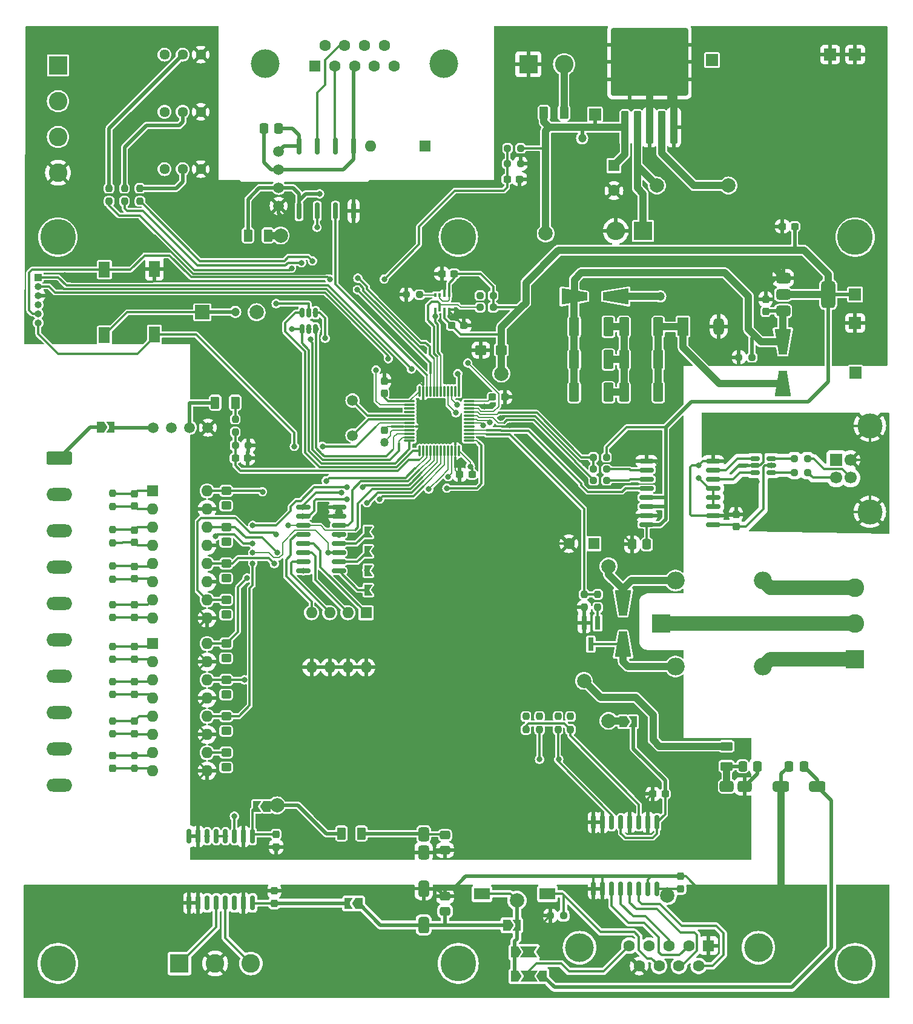
<source format=gbr>
%TF.GenerationSoftware,KiCad,Pcbnew,8.0.1*%
%TF.CreationDate,2024-04-12T11:45:31+03:00*%
%TF.ProjectId,stm32,73746d33-322e-46b6-9963-61645f706362,rev?*%
%TF.SameCoordinates,Original*%
%TF.FileFunction,Copper,L1,Top*%
%TF.FilePolarity,Positive*%
%FSLAX46Y46*%
G04 Gerber Fmt 4.6, Leading zero omitted, Abs format (unit mm)*
G04 Created by KiCad (PCBNEW 8.0.1) date 2024-04-12 11:45:31*
%MOMM*%
%LPD*%
G01*
G04 APERTURE LIST*
G04 Aperture macros list*
%AMRoundRect*
0 Rectangle with rounded corners*
0 $1 Rounding radius*
0 $2 $3 $4 $5 $6 $7 $8 $9 X,Y pos of 4 corners*
0 Add a 4 corners polygon primitive as box body*
4,1,4,$2,$3,$4,$5,$6,$7,$8,$9,$2,$3,0*
0 Add four circle primitives for the rounded corners*
1,1,$1+$1,$2,$3*
1,1,$1+$1,$4,$5*
1,1,$1+$1,$6,$7*
1,1,$1+$1,$8,$9*
0 Add four rect primitives between the rounded corners*
20,1,$1+$1,$2,$3,$4,$5,0*
20,1,$1+$1,$4,$5,$6,$7,0*
20,1,$1+$1,$6,$7,$8,$9,0*
20,1,$1+$1,$8,$9,$2,$3,0*%
%AMOutline4P*
0 Free polygon, 4 corners , with rotation*
0 The origin of the aperture is its center*
0 number of corners: always 4*
0 $1 to $8 corner X, Y*
0 $9 Rotation angle, in degrees counterclockwise*
0 create outline with 4 corners*
4,1,4,$1,$2,$3,$4,$5,$6,$7,$8,$1,$2,$9*%
%AMFreePoly0*
4,1,6,1.000000,0.000000,0.500000,-0.750000,-0.500000,-0.750000,-0.500000,0.750000,0.500000,0.750000,1.000000,0.000000,1.000000,0.000000,$1*%
%AMFreePoly1*
4,1,6,0.500000,-0.750000,-0.650000,-0.750000,-0.150000,0.000000,-0.650000,0.750000,0.500000,0.750000,0.500000,-0.750000,0.500000,-0.750000,$1*%
%AMFreePoly2*
4,1,7,0.700000,0.000000,1.200000,-0.750000,-1.200000,-0.750000,-0.700000,0.000000,-1.200000,0.750000,1.200000,0.750000,0.700000,0.000000,0.700000,0.000000,$1*%
G04 Aperture macros list end*
%TA.AperFunction,SMDPad,CuDef*%
%ADD10FreePoly0,180.000000*%
%TD*%
%TA.AperFunction,SMDPad,CuDef*%
%ADD11FreePoly1,180.000000*%
%TD*%
%TA.AperFunction,SMDPad,CuDef*%
%ADD12RoundRect,0.150000X-0.150000X0.875000X-0.150000X-0.875000X0.150000X-0.875000X0.150000X0.875000X0*%
%TD*%
%TA.AperFunction,SMDPad,CuDef*%
%ADD13R,0.800000X1.900000*%
%TD*%
%TA.AperFunction,SMDPad,CuDef*%
%ADD14RoundRect,0.237500X-0.300000X-0.237500X0.300000X-0.237500X0.300000X0.237500X-0.300000X0.237500X0*%
%TD*%
%TA.AperFunction,ComponentPad*%
%ADD15C,1.440000*%
%TD*%
%TA.AperFunction,SMDPad,CuDef*%
%ADD16Outline4P,-1.800000X-1.150000X1.800000X-0.550000X1.800000X0.550000X-1.800000X1.150000X270.000000*%
%TD*%
%TA.AperFunction,SMDPad,CuDef*%
%ADD17Outline4P,-1.800000X-1.150000X1.800000X-0.550000X1.800000X0.550000X-1.800000X1.150000X90.000000*%
%TD*%
%TA.AperFunction,SMDPad,CuDef*%
%ADD18RoundRect,0.237500X-0.237500X0.250000X-0.237500X-0.250000X0.237500X-0.250000X0.237500X0.250000X0*%
%TD*%
%TA.AperFunction,SMDPad,CuDef*%
%ADD19RoundRect,0.249999X-0.450001X-1.075001X0.450001X-1.075001X0.450001X1.075001X-0.450001X1.075001X0*%
%TD*%
%TA.AperFunction,SMDPad,CuDef*%
%ADD20R,1.600000X2.180000*%
%TD*%
%TA.AperFunction,SMDPad,CuDef*%
%ADD21R,0.350000X0.500000*%
%TD*%
%TA.AperFunction,SMDPad,CuDef*%
%ADD22RoundRect,0.237500X-0.237500X0.300000X-0.237500X-0.300000X0.237500X-0.300000X0.237500X0.300000X0*%
%TD*%
%TA.AperFunction,ComponentPad*%
%ADD23R,1.600000X1.600000*%
%TD*%
%TA.AperFunction,ComponentPad*%
%ADD24C,1.600000*%
%TD*%
%TA.AperFunction,SMDPad,CuDef*%
%ADD25RoundRect,0.250000X-0.450000X0.325000X-0.450000X-0.325000X0.450000X-0.325000X0.450000X0.325000X0*%
%TD*%
%TA.AperFunction,ComponentPad*%
%ADD26R,1.700000X1.700000*%
%TD*%
%TA.AperFunction,SMDPad,CuDef*%
%ADD27RoundRect,0.250000X0.300000X-2.050000X0.300000X2.050000X-0.300000X2.050000X-0.300000X-2.050000X0*%
%TD*%
%TA.AperFunction,SMDPad,CuDef*%
%ADD28RoundRect,0.250000X2.375000X-2.025000X2.375000X2.025000X-2.375000X2.025000X-2.375000X-2.025000X0*%
%TD*%
%TA.AperFunction,SMDPad,CuDef*%
%ADD29RoundRect,0.250002X5.149998X-4.449998X5.149998X4.449998X-5.149998X4.449998X-5.149998X-4.449998X0*%
%TD*%
%TA.AperFunction,SMDPad,CuDef*%
%ADD30RoundRect,0.237500X0.237500X-0.250000X0.237500X0.250000X-0.237500X0.250000X-0.237500X-0.250000X0*%
%TD*%
%TA.AperFunction,ComponentPad*%
%ADD31C,5.000000*%
%TD*%
%TA.AperFunction,SMDPad,CuDef*%
%ADD32RoundRect,0.250000X0.337500X0.475000X-0.337500X0.475000X-0.337500X-0.475000X0.337500X-0.475000X0*%
%TD*%
%TA.AperFunction,SMDPad,CuDef*%
%ADD33RoundRect,0.237500X0.237500X-0.300000X0.237500X0.300000X-0.237500X0.300000X-0.237500X-0.300000X0*%
%TD*%
%TA.AperFunction,ComponentPad*%
%ADD34O,1.600000X1.600000*%
%TD*%
%TA.AperFunction,ComponentPad*%
%ADD35R,1.500000X2.500000*%
%TD*%
%TA.AperFunction,ComponentPad*%
%ADD36O,1.500000X2.500000*%
%TD*%
%TA.AperFunction,SMDPad,CuDef*%
%ADD37FreePoly0,0.000000*%
%TD*%
%TA.AperFunction,SMDPad,CuDef*%
%ADD38FreePoly2,0.000000*%
%TD*%
%TA.AperFunction,SMDPad,CuDef*%
%ADD39RoundRect,0.237500X0.300000X0.237500X-0.300000X0.237500X-0.300000X-0.237500X0.300000X-0.237500X0*%
%TD*%
%TA.AperFunction,ComponentPad*%
%ADD40R,2.000000X2.000000*%
%TD*%
%TA.AperFunction,ComponentPad*%
%ADD41C,2.000000*%
%TD*%
%TA.AperFunction,ComponentPad*%
%ADD42RoundRect,0.250000X-1.550000X0.650000X-1.550000X-0.650000X1.550000X-0.650000X1.550000X0.650000X0*%
%TD*%
%TA.AperFunction,ComponentPad*%
%ADD43O,3.600000X1.800000*%
%TD*%
%TA.AperFunction,SMDPad,CuDef*%
%ADD44R,2.180000X1.600000*%
%TD*%
%TA.AperFunction,SMDPad,CuDef*%
%ADD45RoundRect,0.237500X0.250000X0.237500X-0.250000X0.237500X-0.250000X-0.237500X0.250000X-0.237500X0*%
%TD*%
%TA.AperFunction,ComponentPad*%
%ADD46C,1.500000*%
%TD*%
%TA.AperFunction,SMDPad,CuDef*%
%ADD47RoundRect,0.150000X-0.512500X-0.150000X0.512500X-0.150000X0.512500X0.150000X-0.512500X0.150000X0*%
%TD*%
%TA.AperFunction,ComponentPad*%
%ADD48R,2.600000X2.600000*%
%TD*%
%TA.AperFunction,ComponentPad*%
%ADD49C,2.600000*%
%TD*%
%TA.AperFunction,SMDPad,CuDef*%
%ADD50RoundRect,0.250000X0.475000X-0.337500X0.475000X0.337500X-0.475000X0.337500X-0.475000X-0.337500X0*%
%TD*%
%TA.AperFunction,SMDPad,CuDef*%
%ADD51FreePoly1,0.000000*%
%TD*%
%TA.AperFunction,SMDPad,CuDef*%
%ADD52RoundRect,0.237500X-0.250000X-0.237500X0.250000X-0.237500X0.250000X0.237500X-0.250000X0.237500X0*%
%TD*%
%TA.AperFunction,SMDPad,CuDef*%
%ADD53RoundRect,0.150000X0.875000X0.150000X-0.875000X0.150000X-0.875000X-0.150000X0.875000X-0.150000X0*%
%TD*%
%TA.AperFunction,SMDPad,CuDef*%
%ADD54RoundRect,0.375000X-0.625000X-0.375000X0.625000X-0.375000X0.625000X0.375000X-0.625000X0.375000X0*%
%TD*%
%TA.AperFunction,SMDPad,CuDef*%
%ADD55RoundRect,0.500000X-0.500000X-1.400000X0.500000X-1.400000X0.500000X1.400000X-0.500000X1.400000X0*%
%TD*%
%TA.AperFunction,SMDPad,CuDef*%
%ADD56RoundRect,0.250000X0.625000X-0.375000X0.625000X0.375000X-0.625000X0.375000X-0.625000X-0.375000X0*%
%TD*%
%TA.AperFunction,SMDPad,CuDef*%
%ADD57RoundRect,0.162500X0.162500X-1.012500X0.162500X1.012500X-0.162500X1.012500X-0.162500X-1.012500X0*%
%TD*%
%TA.AperFunction,ComponentPad*%
%ADD58R,2.500000X2.500000*%
%TD*%
%TA.AperFunction,ComponentPad*%
%ADD59O,2.500000X2.500000*%
%TD*%
%TA.AperFunction,ComponentPad*%
%ADD60R,1.000000X1.000000*%
%TD*%
%TA.AperFunction,ComponentPad*%
%ADD61O,1.000000X1.000000*%
%TD*%
%TA.AperFunction,ComponentPad*%
%ADD62C,1.700000*%
%TD*%
%TA.AperFunction,ComponentPad*%
%ADD63C,3.500000*%
%TD*%
%TA.AperFunction,ComponentPad*%
%ADD64O,2.600000X2.600000*%
%TD*%
%TA.AperFunction,SMDPad,CuDef*%
%ADD65RoundRect,0.150000X0.825000X0.150000X-0.825000X0.150000X-0.825000X-0.150000X0.825000X-0.150000X0*%
%TD*%
%TA.AperFunction,ComponentPad*%
%ADD66C,4.000000*%
%TD*%
%TA.AperFunction,SMDPad,CuDef*%
%ADD67RoundRect,0.250000X0.375000X0.625000X-0.375000X0.625000X-0.375000X-0.625000X0.375000X-0.625000X0*%
%TD*%
%TA.AperFunction,ComponentPad*%
%ADD68RoundRect,0.381000X-0.619000X-0.381000X0.619000X-0.381000X0.619000X0.381000X-0.619000X0.381000X0*%
%TD*%
%TA.AperFunction,ComponentPad*%
%ADD69RoundRect,0.381000X-0.762000X-0.381000X0.762000X-0.381000X0.762000X0.381000X-0.762000X0.381000X0*%
%TD*%
%TA.AperFunction,SMDPad,CuDef*%
%ADD70RoundRect,0.250000X0.537500X0.425000X-0.537500X0.425000X-0.537500X-0.425000X0.537500X-0.425000X0*%
%TD*%
%TA.AperFunction,SMDPad,CuDef*%
%ADD71RoundRect,0.075000X-0.662500X-0.075000X0.662500X-0.075000X0.662500X0.075000X-0.662500X0.075000X0*%
%TD*%
%TA.AperFunction,SMDPad,CuDef*%
%ADD72RoundRect,0.075000X-0.075000X-0.662500X0.075000X-0.662500X0.075000X0.662500X-0.075000X0.662500X0*%
%TD*%
%TA.AperFunction,SMDPad,CuDef*%
%ADD73RoundRect,0.250000X-0.375000X-0.625000X0.375000X-0.625000X0.375000X0.625000X-0.375000X0.625000X0*%
%TD*%
%TA.AperFunction,SMDPad,CuDef*%
%ADD74RoundRect,0.150000X0.150000X-0.512500X0.150000X0.512500X-0.150000X0.512500X-0.150000X-0.512500X0*%
%TD*%
%TA.AperFunction,ComponentPad*%
%ADD75RoundRect,0.381000X-0.381000X0.619000X-0.381000X-0.619000X0.381000X-0.619000X0.381000X0.619000X0*%
%TD*%
%TA.AperFunction,ComponentPad*%
%ADD76RoundRect,0.381000X-0.381000X0.762000X-0.381000X-0.762000X0.381000X-0.762000X0.381000X0.762000X0*%
%TD*%
%TA.AperFunction,SMDPad,CuDef*%
%ADD77Outline4P,-1.800000X-1.150000X1.800000X-0.550000X1.800000X0.550000X-1.800000X1.150000X0.000000*%
%TD*%
%TA.AperFunction,SMDPad,CuDef*%
%ADD78Outline4P,-1.800000X-1.150000X1.800000X-0.550000X1.800000X0.550000X-1.800000X1.150000X180.000000*%
%TD*%
%TA.AperFunction,ViaPad*%
%ADD79C,0.800000*%
%TD*%
%TA.AperFunction,ViaPad*%
%ADD80C,1.200000*%
%TD*%
%TA.AperFunction,ViaPad*%
%ADD81C,2.000000*%
%TD*%
%TA.AperFunction,Conductor*%
%ADD82C,0.300000*%
%TD*%
%TA.AperFunction,Conductor*%
%ADD83C,0.500000*%
%TD*%
%TA.AperFunction,Conductor*%
%ADD84C,0.200000*%
%TD*%
%TA.AperFunction,Conductor*%
%ADD85C,1.000000*%
%TD*%
%TA.AperFunction,Conductor*%
%ADD86C,2.000000*%
%TD*%
G04 APERTURE END LIST*
D10*
%TO.P,JP3,1,A*%
%TO.N,GND*%
X63299000Y-93387333D03*
D11*
%TO.P,JP3,2,B*%
%TO.N,Net-(JP3-B)*%
X61849000Y-93387333D03*
%TD*%
D12*
%TO.P,U14,1,Vcc1*%
%TO.N,Net-(JP10-B)*%
X45740000Y-133240000D03*
%TO.P,U14,2,GND1*%
%TO.N,GND*%
X44470000Y-133240000D03*
%TO.P,U14,3,R*%
%TO.N,/USART3Rx*%
X43200000Y-133240000D03*
%TO.P,U14,4,~{RE}*%
%TO.N,/Tx|Rx*%
X41930000Y-133240000D03*
%TO.P,U14,5,DE*%
X40660000Y-133240000D03*
%TO.P,U14,6,D*%
%TO.N,/USART3Tx*%
X39390000Y-133240000D03*
%TO.P,U14,7,GND1*%
%TO.N,GND*%
X38120000Y-133240000D03*
%TO.P,U14,8,GND1*%
X36850000Y-133240000D03*
%TO.P,U14,9,GND2*%
%TO.N,GND2*%
X36850000Y-142540000D03*
%TO.P,U14,10,GND2*%
X38120000Y-142540000D03*
%TO.P,U14,11,NC*%
%TO.N,unconnected-(U14-NC-Pad11)*%
X39390000Y-142540000D03*
%TO.P,U14,12,A*%
%TO.N,Net-(D17-A1)*%
X40660000Y-142540000D03*
%TO.P,U14,13,B*%
%TO.N,Net-(D17-A2)*%
X41930000Y-142540000D03*
%TO.P,U14,14,NC*%
%TO.N,unconnected-(U14-NC-Pad14)*%
X43200000Y-142540000D03*
%TO.P,U14,15,GND2*%
%TO.N,GND2*%
X44470000Y-142540000D03*
%TO.P,U14,16,Vcc2*%
%TO.N,Net-(JP11-B)*%
X45740000Y-142540000D03*
%TD*%
D13*
%TO.P,Q3,1,G*%
%TO.N,Net-(Q3-G)*%
X93980000Y-103378000D03*
%TO.P,Q3,2,S*%
%TO.N,GND*%
X92080000Y-103378000D03*
%TO.P,Q3,3,D*%
%TO.N,Net-(D16-A)*%
X93030000Y-106378000D03*
%TD*%
D14*
%TO.P,C32,1*%
%TO.N,/AIN1*%
X43307000Y-80391000D03*
%TO.P,C32,2*%
%TO.N,GND*%
X45032000Y-80391000D03*
%TD*%
D15*
%TO.P,RV3,1,1*%
%TO.N,GND*%
X38500000Y-24000000D03*
%TO.P,RV3,2,2*%
%TO.N,Net-(R48-Pad1)*%
X35960000Y-24000000D03*
%TO.P,RV3,3,3*%
%TO.N,Net-(J4-Pin_1)*%
X33420000Y-24000000D03*
%TD*%
D16*
%TO.P,D13,1,K*%
%TO.N,/4.6V*%
X119888000Y-64135000D03*
D17*
%TO.P,D13,2,A*%
%TO.N,Net-(D13-A)*%
X119888000Y-69935000D03*
%TD*%
D18*
%TO.P,R47,1*%
%TO.N,Net-(R47-Pad1)*%
X27813000Y-42672000D03*
%TO.P,R47,2*%
%TO.N,/AIN3*%
X27813000Y-44497000D03*
%TD*%
D19*
%TO.P,R35,1*%
%TO.N,/4.6V*%
X90700500Y-66620000D03*
%TO.P,R35,2*%
%TO.N,Net-(R34-Pad2)*%
X95500500Y-66620000D03*
%TD*%
D20*
%TO.P,SW3,1,1*%
%TO.N,/boot*%
X25004000Y-54029000D03*
%TO.P,SW3,2,2*%
%TO.N,+3.3V*%
X25004000Y-63209000D03*
%TD*%
D10*
%TO.P,JP1,1,A*%
%TO.N,GND*%
X63299000Y-98806000D03*
D11*
%TO.P,JP1,2,B*%
%TO.N,Net-(JP1-B)*%
X61849000Y-98806000D03*
%TD*%
D21*
%TO.P,U1,1,GND*%
%TO.N,GND*%
X73198000Y-59630000D03*
%TO.P,U1,2,CSB*%
%TO.N,+3.3V*%
X72548000Y-59630000D03*
%TO.P,U1,3,SDI*%
%TO.N,/I2C1_SDA*%
X71898000Y-59630000D03*
%TO.P,U1,4,SCK*%
%TO.N,/I2C1_SCL*%
X71248000Y-59630000D03*
%TO.P,U1,5,SDO*%
%TO.N,Net-(U1-SDO)*%
X71248000Y-57580000D03*
%TO.P,U1,6,VDDIO*%
%TO.N,+3.3V*%
X71898000Y-57580000D03*
%TO.P,U1,7,GND*%
%TO.N,GND*%
X72548000Y-57580000D03*
%TO.P,U1,8,VDD*%
%TO.N,+3.3V*%
X73198000Y-57580000D03*
%TD*%
D18*
%TO.P,R51,1*%
%TO.N,/USART1Tx*%
X88442800Y-116488200D03*
%TO.P,R51,2*%
%TO.N,/Tx422*%
X88442800Y-118313200D03*
%TD*%
D10*
%TO.P,JP11,1,A*%
%TO.N,+5Viso*%
X60579000Y-142621000D03*
D11*
%TO.P,JP11,2,B*%
%TO.N,Net-(JP11-B)*%
X59129000Y-142621000D03*
%TD*%
D22*
%TO.P,C16,1*%
%TO.N,/E6*%
X29210000Y-117144000D03*
%TO.P,C16,2*%
%TO.N,GNDe*%
X29210000Y-118869000D03*
%TD*%
D23*
%TO.P,C12,1*%
%TO.N,+24V*%
X96266000Y-39497000D03*
D24*
%TO.P,C12,2*%
%TO.N,GND*%
X96266000Y-42997000D03*
%TD*%
D23*
%TO.P,C24,1*%
%TO.N,+5V*%
X93472000Y-92329000D03*
D24*
%TO.P,C24,2*%
%TO.N,GND*%
X89972000Y-92329000D03*
%TD*%
D25*
%TO.P,D6,1,K*%
%TO.N,/L5*%
X42037000Y-111379000D03*
%TO.P,D6,2,A*%
%TO.N,Net-(D6-A)*%
X42037000Y-113429000D03*
%TD*%
D22*
%TO.P,C13,1*%
%TO.N,/E0*%
X29210000Y-85344000D03*
%TO.P,C13,2*%
%TO.N,GNDe*%
X29210000Y-87069000D03*
%TD*%
D10*
%TO.P,JP2,1,A*%
%TO.N,GND*%
X63299000Y-96096666D03*
D11*
%TO.P,JP2,2,B*%
%TO.N,Net-(JP2-B)*%
X61849000Y-96096666D03*
%TD*%
D26*
%TO.P,TP7,1,1*%
%TO.N,+3.3V*%
X130000000Y-57500000D03*
%TD*%
D27*
%TO.P,U8,1,VIN*%
%TO.N,+24V*%
X97825000Y-34175000D03*
%TO.P,U8,2,OUT*%
%TO.N,Net-(D11-K)*%
X99525000Y-34175000D03*
%TO.P,U8,3,GND*%
%TO.N,GND*%
X101225000Y-34175000D03*
D28*
X98450000Y-27450000D03*
X104000000Y-27450000D03*
D29*
X101225000Y-25025000D03*
D28*
X98450000Y-22600000D03*
X104000000Y-22600000D03*
D27*
%TO.P,U8,4,FB*%
%TO.N,+5V*%
X102925000Y-34175000D03*
%TO.P,U8,5,~{ON}/OFF*%
%TO.N,GND*%
X104625000Y-34175000D03*
%TD*%
D30*
%TO.P,R27,1*%
%TO.N,GNDe*%
X26162000Y-113434500D03*
%TO.P,R27,2*%
%TO.N,/E5*%
X26162000Y-111609500D03*
%TD*%
D31*
%TO.P,P5,1,P1*%
%TO.N,unconnected-(P5-P1-Pad1)*%
X18500000Y-151000000D03*
%TD*%
D32*
%TO.P,C41,1*%
%TO.N,GND*%
X116332000Y-123444000D03*
%TO.P,C41,2*%
%TO.N,Net-(Q4-Vin)*%
X114257000Y-123444000D03*
%TD*%
D25*
%TO.P,D8,1,K*%
%TO.N,/L7*%
X42037000Y-121539000D03*
%TO.P,D8,2,A*%
%TO.N,Net-(D8-A)*%
X42037000Y-123589000D03*
%TD*%
D33*
%TO.P,C31,1*%
%TO.N,/4.6V*%
X117475000Y-59891000D03*
%TO.P,C31,2*%
%TO.N,GND*%
X117475000Y-58166000D03*
%TD*%
D23*
%TO.P,SW1,1*%
%TO.N,Net-(R23-Pad2)*%
X69814600Y-36804600D03*
D34*
%TO.P,SW1,2*%
%TO.N,/CANL*%
X62194600Y-36804600D03*
%TD*%
D35*
%TO.P,C29,1*%
%TO.N,Net-(D13-A)*%
X105918000Y-61976000D03*
D36*
%TO.P,C29,2*%
%TO.N,GND*%
X110918000Y-61976000D03*
%TD*%
D37*
%TO.P,JP8,1,A*%
%TO.N,/5viso*%
X82360000Y-149402800D03*
D38*
%TO.P,JP8,2,C*%
%TO.N,/SSI_VR*%
X84360000Y-149402800D03*
D10*
%TO.P,JP8,3,B*%
%TO.N,GND2*%
X86360000Y-149402800D03*
%TD*%
D30*
%TO.P,R25,1*%
%TO.N,GNDe*%
X26162000Y-118919000D03*
%TO.P,R25,2*%
%TO.N,/E6*%
X26162000Y-117094000D03*
%TD*%
D39*
%TO.P,C1,1*%
%TO.N,GND*%
X75284500Y-61849000D03*
%TO.P,C1,2*%
%TO.N,+3.3V*%
X73559500Y-61849000D03*
%TD*%
D37*
%TO.P,JP9,1,A*%
%TO.N,/5viso*%
X82385000Y-152781000D03*
D38*
%TO.P,JP9,2,C*%
%TO.N,Net-(JP9-C)*%
X84385000Y-152781000D03*
D10*
%TO.P,JP9,3,B*%
%TO.N,+24Viso*%
X86385000Y-152781000D03*
%TD*%
D26*
%TO.P,TP1,1,1*%
%TO.N,GND*%
X130000000Y-61500000D03*
%TD*%
D32*
%TO.P,C42,1*%
%TO.N,+24Viso*%
X122826600Y-123444000D03*
%TO.P,C42,2*%
%TO.N,GND2*%
X120751600Y-123444000D03*
%TD*%
D40*
%TO.P,BZ1,1,-*%
%TO.N,+3.3V*%
X38700000Y-60000000D03*
D41*
%TO.P,BZ1,2,+*%
%TO.N,Net-(BZ1-+)*%
X46300000Y-60000000D03*
%TD*%
D31*
%TO.P,P4,1,P1*%
%TO.N,unconnected-(P4-P1-Pad1)*%
X130000000Y-49500000D03*
%TD*%
D15*
%TO.P,RV2,1,1*%
%TO.N,GND*%
X38500000Y-32000000D03*
%TO.P,RV2,2,2*%
%TO.N,Net-(R47-Pad1)*%
X35960000Y-32000000D03*
%TO.P,RV2,3,3*%
%TO.N,Net-(J4-Pin_2)*%
X33420000Y-32000000D03*
%TD*%
D25*
%TO.P,D1,1,K*%
%TO.N,/L0*%
X42037000Y-84963000D03*
%TO.P,D1,2,A*%
%TO.N,Net-(D1-A)*%
X42037000Y-87013000D03*
%TD*%
D14*
%TO.P,C2,1*%
%TO.N,GND*%
X72189000Y-54610000D03*
%TO.P,C2,2*%
%TO.N,+3.3V*%
X73914000Y-54610000D03*
%TD*%
D19*
%TO.P,R34,1*%
%TO.N,/4.6V*%
X90700500Y-62039000D03*
%TO.P,R34,2*%
%TO.N,Net-(R34-Pad2)*%
X95500500Y-62039000D03*
%TD*%
D18*
%TO.P,R24,1*%
%TO.N,/E1*%
X26162000Y-90374000D03*
%TO.P,R24,2*%
%TO.N,GNDe*%
X26162000Y-92199000D03*
%TD*%
%TO.P,R42,1*%
%TO.N,+5V*%
X43307000Y-74930000D03*
%TO.P,R42,2*%
%TO.N,/AIN1*%
X43307000Y-76755000D03*
%TD*%
D42*
%TO.P,J2,1,Pin_1*%
%TO.N,/ExtP*%
X18683400Y-80398958D03*
D43*
%TO.P,J2,2,Pin_2*%
%TO.N,Net-(J2-Pin_2)*%
X18683400Y-85478958D03*
%TO.P,J2,3,Pin_3*%
%TO.N,Net-(J2-Pin_3)*%
X18683400Y-90558958D03*
%TO.P,J2,4,Pin_4*%
%TO.N,Net-(J2-Pin_4)*%
X18683400Y-95638958D03*
%TO.P,J2,5,Pin_5*%
%TO.N,Net-(J2-Pin_5)*%
X18683400Y-100718958D03*
%TO.P,J2,6,Pin_6*%
%TO.N,Net-(J2-Pin_6)*%
X18683400Y-105798958D03*
%TO.P,J2,7,Pin_7*%
%TO.N,Net-(J2-Pin_7)*%
X18683400Y-110878958D03*
%TO.P,J2,8,Pin_8*%
%TO.N,Net-(J2-Pin_8)*%
X18683400Y-115958958D03*
%TO.P,J2,9,Pin_9*%
%TO.N,Net-(J2-Pin_9)*%
X18683400Y-121038958D03*
%TO.P,J2,10,Pin_10*%
%TO.N,GNDe*%
X18683400Y-126118958D03*
%TD*%
D30*
%TO.P,R56,1*%
%TO.N,Net-(Q3-G)*%
X93995200Y-101245300D03*
%TO.P,R56,2*%
%TO.N,/Relay*%
X93995200Y-99420300D03*
%TD*%
D44*
%TO.P,SW5,1,1*%
%TO.N,/5viso*%
X77789600Y-141274800D03*
%TO.P,SW5,2,2*%
%TO.N,/SSI_Z*%
X86969600Y-141274800D03*
%TD*%
D23*
%TO.P,U7,1*%
%TO.N,/E4*%
X31750000Y-106299000D03*
D34*
%TO.P,U7,2*%
%TO.N,GNDe*%
X31750000Y-108839000D03*
%TO.P,U7,3*%
%TO.N,/E5*%
X31750000Y-111379000D03*
%TO.P,U7,4*%
%TO.N,GNDe*%
X31750000Y-113919000D03*
%TO.P,U7,5*%
%TO.N,/E6*%
X31750000Y-116459000D03*
%TO.P,U7,6*%
%TO.N,GNDe*%
X31750000Y-118999000D03*
%TO.P,U7,7*%
%TO.N,/E7*%
X31750000Y-121539000D03*
%TO.P,U7,8*%
%TO.N,GNDe*%
X31750000Y-124079000D03*
%TO.P,U7,9*%
%TO.N,GND*%
X39370000Y-124079000D03*
%TO.P,U7,10*%
%TO.N,/L7*%
X39370000Y-121539000D03*
%TO.P,U7,11*%
%TO.N,GND*%
X39370000Y-118999000D03*
%TO.P,U7,12*%
%TO.N,/L6*%
X39370000Y-116459000D03*
%TO.P,U7,13*%
%TO.N,GND*%
X39370000Y-113919000D03*
%TO.P,U7,14*%
%TO.N,/L5*%
X39370000Y-111379000D03*
%TO.P,U7,15*%
%TO.N,GND*%
X39370000Y-108839000D03*
%TO.P,U7,16*%
%TO.N,/L4*%
X39370000Y-106299000D03*
%TD*%
D18*
%TO.P,R48,1*%
%TO.N,Net-(R48-Pad1)*%
X25654000Y-42672000D03*
%TO.P,R48,2*%
%TO.N,/AIN2*%
X25654000Y-44497000D03*
%TD*%
D45*
%TO.P,R31,1*%
%TO.N,Net-(U9-DD+)*%
X95250000Y-81940400D03*
%TO.P,R31,2*%
%TO.N,/usbDP*%
X93425000Y-81940400D03*
%TD*%
D46*
%TO.P,Y1,1,1*%
%TO.N,/OSCIN*%
X59710600Y-72329200D03*
%TO.P,Y1,2,2*%
%TO.N,/OSCOUT*%
X59710600Y-77209200D03*
%TD*%
D14*
%TO.P,C8,1*%
%TO.N,GND*%
X74702500Y-82677000D03*
%TO.P,C8,2*%
%TO.N,+3.3V*%
X76427500Y-82677000D03*
%TD*%
D46*
%TO.P,Q1,1,GND*%
%TO.N,GND*%
X49384800Y-45143469D03*
%TO.P,Q1,2,Vin*%
%TO.N,/5vcan*%
X49384800Y-42603469D03*
%TO.P,Q1,3,0V*%
%TO.N,GND1*%
X49384800Y-40063469D03*
%TO.P,Q1,4,+Vo*%
%TO.N,Net-(Q1-+Vo)*%
X49384800Y-37523469D03*
%TD*%
D47*
%TO.P,U10,1,I/O1*%
%TO.N,Net-(U9-UD+)*%
X116001800Y-80482400D03*
%TO.P,U10,2,GND*%
%TO.N,/Gusb*%
X116001800Y-81432400D03*
%TO.P,U10,3,I/O2*%
%TO.N,Net-(U9-UD-)*%
X116001800Y-82382400D03*
%TO.P,U10,4,I/O2*%
%TO.N,Net-(R46-Pad2)*%
X118276800Y-82382400D03*
%TO.P,U10,5,VBUS*%
%TO.N,Net-(J5-VBUS)*%
X118276800Y-81432400D03*
%TO.P,U10,6,I/O1*%
%TO.N,Net-(R45-Pad2)*%
X118276800Y-80482400D03*
%TD*%
D30*
%TO.P,R55,1*%
%TO.N,GND*%
X92090200Y-101247200D03*
%TO.P,R55,2*%
%TO.N,/Relay*%
X92090200Y-99422200D03*
%TD*%
D45*
%TO.P,R2,1*%
%TO.N,+3.3V*%
X79375000Y-59309000D03*
%TO.P,R2,2*%
%TO.N,/I2C1_SDA*%
X77550000Y-59309000D03*
%TD*%
D31*
%TO.P,P3,1,P1*%
%TO.N,unconnected-(P3-P1-Pad1)*%
X74500000Y-49500000D03*
%TD*%
D48*
%TO.P,J8,1,Pin_1*%
%TO.N,/NO*%
X130000000Y-108500000D03*
D49*
%TO.P,J8,2,Pin_2*%
%TO.N,/COM*%
X130000000Y-103500000D03*
%TO.P,J8,3,Pin_3*%
%TO.N,/NC*%
X130000000Y-98500000D03*
%TD*%
D26*
%TO.P,TP3,1,1*%
%TO.N,GND*%
X126500000Y-24000000D03*
%TD*%
D25*
%TO.P,D7,1,K*%
%TO.N,/L6*%
X42037000Y-116459000D03*
%TO.P,D7,2,A*%
%TO.N,Net-(D7-A)*%
X42037000Y-118509000D03*
%TD*%
D30*
%TO.P,R50,1*%
%TO.N,/Rx422*%
X83972400Y-118309400D03*
%TO.P,R50,2*%
%TO.N,/SPI1_MISO*%
X83972400Y-116484400D03*
%TD*%
D15*
%TO.P,RV1,1,1*%
%TO.N,GND*%
X38500000Y-40000000D03*
%TO.P,RV1,2,2*%
%TO.N,Net-(R44-Pad1)*%
X35960000Y-40000000D03*
%TO.P,RV1,3,3*%
%TO.N,Net-(J4-Pin_3)*%
X33420000Y-40000000D03*
%TD*%
D50*
%TO.P,C46,1*%
%TO.N,+5Viso*%
X72644000Y-143680000D03*
%TO.P,C46,2*%
%TO.N,GND2*%
X72644000Y-141605000D03*
%TD*%
D37*
%TO.P,JP6,1,A*%
%TO.N,+5V*%
X97536000Y-117221000D03*
D51*
%TO.P,JP6,2,B*%
%TO.N,Net-(JP6-B)*%
X98986000Y-117221000D03*
%TD*%
D19*
%TO.P,R36,1*%
%TO.N,/4.6V*%
X90700500Y-71192000D03*
%TO.P,R36,2*%
%TO.N,Net-(R34-Pad2)*%
X95500500Y-71192000D03*
%TD*%
D45*
%TO.P,R45,1*%
%TO.N,Net-(J5-D+)*%
X123317000Y-80492600D03*
%TO.P,R45,2*%
%TO.N,Net-(R45-Pad2)*%
X121492000Y-80492600D03*
%TD*%
D52*
%TO.P,R53,1*%
%TO.N,GND2*%
X87379800Y-144322800D03*
%TO.P,R53,2*%
%TO.N,/SSI_Z*%
X89204800Y-144322800D03*
%TD*%
D18*
%TO.P,R52,1*%
%TO.N,/USART1Rx*%
X90170000Y-116488200D03*
%TO.P,R52,2*%
%TO.N,/Rx422*%
X90170000Y-118313200D03*
%TD*%
D53*
%TO.P,U9,1,VBUS1*%
%TO.N,Net-(J5-VBUS)*%
X110110800Y-89687400D03*
%TO.P,U9,2,GND1*%
%TO.N,/Gusb*%
X110110800Y-88417400D03*
%TO.P,U9,3,VDD1*%
%TO.N,Net-(U9-PDEN)*%
X110110800Y-87147400D03*
%TO.P,U9,4,PDEN*%
X110110800Y-85877400D03*
%TO.P,U9,5,SPU*%
X110110800Y-84607400D03*
%TO.P,U9,6,UD-*%
%TO.N,Net-(U9-UD-)*%
X110110800Y-83337400D03*
%TO.P,U9,7,UD+*%
%TO.N,Net-(U9-UD+)*%
X110110800Y-82067400D03*
%TO.P,U9,8,GND1*%
%TO.N,/Gusb*%
X110110800Y-80797400D03*
%TO.P,U9,9,GND2*%
%TO.N,GND*%
X100810800Y-80797400D03*
%TO.P,U9,10,DD+*%
%TO.N,Net-(U9-DD+)*%
X100810800Y-82067400D03*
%TO.P,U9,11,DD-*%
%TO.N,Net-(U9-DD-)*%
X100810800Y-83337400D03*
%TO.P,U9,12,PIN*%
%TO.N,/USBpullup*%
X100810800Y-84607400D03*
%TO.P,U9,13,SPD*%
%TO.N,+3.3V*%
X100810800Y-85877400D03*
%TO.P,U9,14,VDD2*%
X100810800Y-87147400D03*
%TO.P,U9,15,GND2*%
%TO.N,GND*%
X100810800Y-88417400D03*
%TO.P,U9,16,VBUS2*%
%TO.N,+3.3V*%
X100810800Y-89687400D03*
%TD*%
D54*
%TO.P,U11,1,GND*%
%TO.N,GND*%
X119938000Y-55231000D03*
%TO.P,U11,2,VO*%
%TO.N,+3.3V*%
X119938000Y-57531000D03*
D55*
X126238000Y-57531000D03*
D54*
%TO.P,U11,3,VI*%
%TO.N,/4.6V*%
X119938000Y-59831000D03*
%TD*%
D56*
%TO.P,F4,1*%
%TO.N,Net-(Q4-Vin)*%
X112014000Y-123447000D03*
%TO.P,F4,2*%
%TO.N,+24V*%
X112014000Y-120647000D03*
%TD*%
D57*
%TO.P,U3,1,VCC1*%
%TO.N,/5vcan*%
X52229600Y-45858469D03*
%TO.P,U3,2,RXD*%
%TO.N,/CAN_Rx*%
X54769600Y-45858469D03*
%TO.P,U3,3,TXD*%
%TO.N,/CAN_Tx*%
X57309600Y-45858469D03*
%TO.P,U3,4,GND1*%
%TO.N,GND*%
X59849600Y-45858469D03*
%TO.P,U3,5,GND2*%
%TO.N,GND1*%
X59849600Y-36808469D03*
%TO.P,U3,6,CANL*%
%TO.N,/CANL*%
X57309600Y-36808469D03*
%TO.P,U3,7,CANH*%
%TO.N,/CANH*%
X54769600Y-36808469D03*
%TO.P,U3,8,VCC2*%
%TO.N,Net-(Q1-+Vo)*%
X52229600Y-36808469D03*
%TD*%
D58*
%TO.P,K1,1*%
%TO.N,/COM*%
X102872500Y-103500000D03*
D59*
%TO.P,K1,2*%
%TO.N,Net-(D16-A)*%
X104872500Y-109500000D03*
%TO.P,K1,3*%
%TO.N,/NO*%
X117072500Y-109500000D03*
%TO.P,K1,4*%
%TO.N,/NC*%
X117072500Y-97500000D03*
%TO.P,K1,5*%
%TO.N,+5V*%
X104872500Y-97500000D03*
%TD*%
D52*
%TO.P,R3,1*%
%TO.N,GND*%
X67263000Y-57531000D03*
%TO.P,R3,2*%
%TO.N,Net-(U1-SDO)*%
X69088000Y-57531000D03*
%TD*%
D23*
%TO.P,U6,1*%
%TO.N,/E0*%
X31750000Y-84963000D03*
D34*
%TO.P,U6,2*%
%TO.N,GNDe*%
X31750000Y-87503000D03*
%TO.P,U6,3*%
%TO.N,/E1*%
X31750000Y-90043000D03*
%TO.P,U6,4*%
%TO.N,GNDe*%
X31750000Y-92583000D03*
%TO.P,U6,5*%
%TO.N,/E2*%
X31750000Y-95123000D03*
%TO.P,U6,6*%
%TO.N,GNDe*%
X31750000Y-97663000D03*
%TO.P,U6,7*%
%TO.N,/E3*%
X31750000Y-100203000D03*
%TO.P,U6,8*%
%TO.N,GNDe*%
X31750000Y-102743000D03*
%TO.P,U6,9*%
%TO.N,GND*%
X39370000Y-102743000D03*
%TO.P,U6,10*%
%TO.N,/L3*%
X39370000Y-100203000D03*
%TO.P,U6,11*%
%TO.N,GND*%
X39370000Y-97663000D03*
%TO.P,U6,12*%
%TO.N,/L2*%
X39370000Y-95123000D03*
%TO.P,U6,13*%
%TO.N,GND*%
X39370000Y-92583000D03*
%TO.P,U6,14*%
%TO.N,/L1*%
X39370000Y-90043000D03*
%TO.P,U6,15*%
%TO.N,GND*%
X39370000Y-87503000D03*
%TO.P,U6,16*%
%TO.N,/L0*%
X39370000Y-84963000D03*
%TD*%
D32*
%TO.P,C10,1*%
%TO.N,Net-(Q1-+Vo)*%
X49377000Y-34323069D03*
%TO.P,C10,2*%
%TO.N,GND1*%
X47302000Y-34323069D03*
%TD*%
D45*
%TO.P,R12,1*%
%TO.N,+3.3V*%
X79375000Y-57658000D03*
%TO.P,R12,2*%
%TO.N,/I2C1_SCL*%
X77550000Y-57658000D03*
%TD*%
D25*
%TO.P,D4,1,K*%
%TO.N,/L3*%
X42037000Y-100203000D03*
%TO.P,D4,2,A*%
%TO.N,Net-(D4-A)*%
X42037000Y-102253000D03*
%TD*%
D45*
%TO.P,R32,1*%
%TO.N,Net-(U9-DD-)*%
X95250000Y-83489800D03*
%TO.P,R32,2*%
%TO.N,/usbDM*%
X93425000Y-83489800D03*
%TD*%
D33*
%TO.P,C27,1*%
%TO.N,Net-(J5-VBUS)*%
X113334800Y-89966800D03*
%TO.P,C27,2*%
%TO.N,/Gusb*%
X113334800Y-88241800D03*
%TD*%
D22*
%TO.P,C18,1*%
%TO.N,/E2*%
X29210000Y-95504000D03*
%TO.P,C18,2*%
%TO.N,GNDe*%
X29210000Y-97229000D03*
%TD*%
D60*
%TO.P,J6,1,Pin_1*%
%TO.N,/SWCLK*%
X15748000Y-55118000D03*
D61*
%TO.P,J6,2,Pin_2*%
%TO.N,/SWDIO*%
X15748000Y-56388000D03*
%TO.P,J6,3,Pin_3*%
%TO.N,GND*%
X15748000Y-57658000D03*
%TO.P,J6,4,Pin_4*%
%TO.N,Net-(J6-Pin_4)*%
X15748000Y-58928000D03*
%TO.P,J6,5,Pin_5*%
%TO.N,/boot*%
X15748000Y-60198000D03*
%TO.P,J6,6,Pin_6*%
%TO.N,/rst*%
X15748000Y-61468000D03*
%TD*%
D26*
%TO.P,J5,1,VBUS*%
%TO.N,Net-(J5-VBUS)*%
X127354800Y-80621800D03*
D62*
%TO.P,J5,2,D-*%
%TO.N,Net-(J5-D-)*%
X127354800Y-83121800D03*
%TO.P,J5,3,D+*%
%TO.N,Net-(J5-D+)*%
X129354800Y-83121800D03*
%TO.P,J5,4,GND*%
%TO.N,/Gusb*%
X129354800Y-80621800D03*
D63*
%TO.P,J5,5,Shield*%
X132064800Y-75851800D03*
X132064800Y-87891800D03*
%TD*%
D30*
%TO.P,R29,1*%
%TO.N,GNDe*%
X26162000Y-108508000D03*
%TO.P,R29,2*%
%TO.N,/E4*%
X26162000Y-106683000D03*
%TD*%
%TO.P,R22,1*%
%TO.N,GNDe*%
X29210000Y-123745000D03*
%TO.P,R22,2*%
%TO.N,/E7*%
X29210000Y-121920000D03*
%TD*%
D22*
%TO.P,C22,1*%
%TO.N,/E4*%
X29210000Y-106733000D03*
%TO.P,C22,2*%
%TO.N,GNDe*%
X29210000Y-108458000D03*
%TD*%
%TO.P,C14,1*%
%TO.N,/E7*%
X26162000Y-121970000D03*
%TO.P,C14,2*%
%TO.N,GNDe*%
X26162000Y-123695000D03*
%TD*%
D30*
%TO.P,R49,1*%
%TO.N,/Tx422*%
X85852000Y-118309400D03*
%TO.P,R49,2*%
%TO.N,/SPI1_SCK*%
X85852000Y-116484400D03*
%TD*%
D48*
%TO.P,D11,1,K*%
%TO.N,Net-(D11-K)*%
X100330000Y-48641000D03*
D64*
%TO.P,D11,2,A*%
%TO.N,GND*%
X96520000Y-48641000D03*
%TD*%
D22*
%TO.P,C15,1*%
%TO.N,/E1*%
X29210000Y-90424000D03*
%TO.P,C15,2*%
%TO.N,GNDe*%
X29210000Y-92149000D03*
%TD*%
D39*
%TO.P,C7,1*%
%TO.N,GND*%
X80999500Y-71855500D03*
%TO.P,C7,2*%
%TO.N,+3.3V*%
X79274500Y-71855500D03*
%TD*%
D20*
%TO.P,SW4,1,1*%
%TO.N,/rst*%
X32004000Y-63119000D03*
%TO.P,SW4,2,2*%
%TO.N,GND*%
X32004000Y-53939000D03*
%TD*%
D39*
%TO.P,C34,1*%
%TO.N,+3.3V*%
X121539000Y-48006000D03*
%TO.P,C34,2*%
%TO.N,GND*%
X119814000Y-48006000D03*
%TD*%
D65*
%TO.P,U4,1,A4*%
%TO.N,Net-(JP1-B)*%
X57782000Y-96139000D03*
%TO.P,U4,2,A6*%
%TO.N,Net-(JP3-B)*%
X57782000Y-94869000D03*
%TO.P,U4,3,A*%
%TO.N,/DIN*%
X57782000Y-93599000D03*
%TO.P,U4,4,A7*%
%TO.N,Net-(JP4-B)*%
X57782000Y-92329000D03*
%TO.P,U4,5,A5*%
%TO.N,Net-(JP2-B)*%
X57782000Y-91059000D03*
%TO.P,U4,6,~{E}*%
%TO.N,/DEN0*%
X57782000Y-89789000D03*
%TO.P,U4,7,VEE*%
%TO.N,GND*%
X57782000Y-88519000D03*
%TO.P,U4,8,GND*%
X57782000Y-87249000D03*
%TO.P,U4,9,S2*%
%TO.N,/Addr2*%
X52832000Y-87249000D03*
%TO.P,U4,10,S1*%
%TO.N,/Addr1*%
X52832000Y-88519000D03*
%TO.P,U4,11,S0*%
%TO.N,/Addr0*%
X52832000Y-89789000D03*
%TO.P,U4,12,A3*%
%TO.N,Net-(U4-A3)*%
X52832000Y-91059000D03*
%TO.P,U4,13,A0*%
%TO.N,Net-(U4-A0)*%
X52832000Y-92329000D03*
%TO.P,U4,14,A1*%
%TO.N,Net-(U4-A1)*%
X52832000Y-93599000D03*
%TO.P,U4,15,A2*%
%TO.N,Net-(U4-A2)*%
X52832000Y-94869000D03*
%TO.P,U4,16,VCC*%
%TO.N,+3.3V*%
X52832000Y-96139000D03*
%TD*%
D22*
%TO.P,C6,1*%
%TO.N,GND*%
X64135000Y-76454000D03*
%TO.P,C6,2*%
%TO.N,+3.3V*%
X64135000Y-78179000D03*
%TD*%
D66*
%TO.P,J7,0*%
%TO.N,N/C*%
X91460000Y-148800000D03*
X116460000Y-148800000D03*
D23*
%TO.P,J7,1,1*%
%TO.N,GND2*%
X109500000Y-148500000D03*
D24*
%TO.P,J7,2,2*%
%TO.N,/Y422*%
X106730000Y-148500000D03*
%TO.P,J7,3,3*%
%TO.N,/Z422*%
X103960000Y-148500000D03*
%TO.P,J7,4,4*%
%TO.N,/SSI_VR*%
X101190000Y-148500000D03*
%TO.P,J7,5,5*%
%TO.N,Net-(JP9-C)*%
X98420000Y-148500000D03*
%TO.P,J7,6,6*%
%TO.N,/A422*%
X108115000Y-151340000D03*
%TO.P,J7,7,7*%
%TO.N,/B422*%
X105345000Y-151340000D03*
%TO.P,J7,8,8*%
%TO.N,/SSI_Z*%
X102575000Y-151340000D03*
%TO.P,J7,9,9*%
%TO.N,GND2*%
X99805000Y-151340000D03*
%TD*%
D45*
%TO.P,R40,1*%
%TO.N,+24V*%
X83208500Y-37084000D03*
%TO.P,R40,2*%
%TO.N,/AIN0*%
X81383500Y-37084000D03*
%TD*%
D18*
%TO.P,R28,1*%
%TO.N,/E3*%
X26162000Y-100838000D03*
%TO.P,R28,2*%
%TO.N,GNDe*%
X26162000Y-102663000D03*
%TD*%
D32*
%TO.P,C25,1*%
%TO.N,+3.3V*%
X100859500Y-92434500D03*
%TO.P,C25,2*%
%TO.N,GND*%
X98784500Y-92434500D03*
%TD*%
D45*
%TO.P,R46,1*%
%TO.N,Net-(J5-D-)*%
X123342400Y-82372200D03*
%TO.P,R46,2*%
%TO.N,Net-(R46-Pad2)*%
X121517400Y-82372200D03*
%TD*%
D67*
%TO.P,F2,1*%
%TO.N,Net-(J1-Pin_2)*%
X89281000Y-32131000D03*
%TO.P,F2,2*%
%TO.N,+24V*%
X86481000Y-32131000D03*
%TD*%
D48*
%TO.P,J4,1,Pin_1*%
%TO.N,Net-(J4-Pin_1)*%
X18526000Y-25500000D03*
D49*
%TO.P,J4,2,Pin_2*%
%TO.N,Net-(J4-Pin_2)*%
X18526000Y-30500000D03*
%TO.P,J4,3,Pin_3*%
%TO.N,Net-(J4-Pin_3)*%
X18526000Y-35500000D03*
%TO.P,J4,4,Pin_4*%
%TO.N,GND*%
X18526000Y-40500000D03*
%TD*%
D14*
%TO.P,C37,1*%
%TO.N,GND*%
X101703800Y-127304800D03*
%TO.P,C37,2*%
%TO.N,Net-(JP6-B)*%
X103428800Y-127304800D03*
%TD*%
D46*
%TO.P,Q2,1,GND*%
%TO.N,GND*%
X39487400Y-76114886D03*
%TO.P,Q2,2,Vin*%
%TO.N,Net-(Q2-Vin)*%
X36947400Y-76114886D03*
%TO.P,Q2,3,0V*%
%TO.N,GNDe*%
X34407400Y-76114886D03*
%TO.P,Q2,4,+Vo*%
%TO.N,Net-(JP5-B)*%
X31867400Y-76114886D03*
%TD*%
D68*
%TO.P,Q4,1,Vin*%
%TO.N,Net-(Q4-Vin)*%
X112050000Y-126250000D03*
%TO.P,Q4,2,GND*%
%TO.N,GND*%
X114590000Y-126250000D03*
D69*
%TO.P,Q4,4,0V*%
%TO.N,GND2*%
X119670000Y-126250000D03*
%TO.P,Q4,6,+Vo*%
%TO.N,+24Viso*%
X124750000Y-126250000D03*
%TD*%
D10*
%TO.P,JP10,1,A*%
%TO.N,+5V*%
X47752000Y-129032000D03*
D11*
%TO.P,JP10,2,B*%
%TO.N,Net-(JP10-B)*%
X46302000Y-129032000D03*
%TD*%
D18*
%TO.P,R26,1*%
%TO.N,/E2*%
X26162000Y-95454000D03*
%TO.P,R26,2*%
%TO.N,GNDe*%
X26162000Y-97279000D03*
%TD*%
D22*
%TO.P,C19,1*%
%TO.N,/E5*%
X29210000Y-111659500D03*
%TO.P,C19,2*%
%TO.N,GNDe*%
X29210000Y-113384500D03*
%TD*%
D23*
%TO.P,SW2,1*%
%TO.N,Net-(U4-A0)*%
X61595000Y-101981000D03*
D34*
%TO.P,SW2,2*%
%TO.N,Net-(U4-A1)*%
X59055000Y-101981000D03*
%TO.P,SW2,3*%
%TO.N,Net-(U4-A2)*%
X56515000Y-101981000D03*
%TO.P,SW2,4*%
%TO.N,Net-(U4-A3)*%
X53975000Y-101981000D03*
%TO.P,SW2,5*%
%TO.N,GND*%
X53975000Y-109601000D03*
%TO.P,SW2,6*%
X56515000Y-109601000D03*
%TO.P,SW2,7*%
X59055000Y-109601000D03*
%TO.P,SW2,8*%
X61595000Y-109601000D03*
%TD*%
D22*
%TO.P,C4,1*%
%TO.N,GND*%
X64135000Y-69596000D03*
%TO.P,C4,2*%
%TO.N,+3.3V*%
X64135000Y-71321000D03*
%TD*%
D16*
%TO.P,D16,1,K*%
%TO.N,+5V*%
X97536000Y-100584000D03*
D17*
%TO.P,D16,2,A*%
%TO.N,Net-(D16-A)*%
X97536000Y-106384000D03*
%TD*%
D26*
%TO.P,TP6,1,1*%
%TO.N,Net-(D13-A)*%
X130048000Y-68453000D03*
%TD*%
D37*
%TO.P,JP7,1,A*%
%TO.N,+5Viso*%
X81252400Y-145643600D03*
D51*
%TO.P,JP7,2,B*%
%TO.N,/5viso*%
X82702400Y-145643600D03*
%TD*%
D31*
%TO.P,P1,1,P1*%
%TO.N,unconnected-(P1-P1-Pad1)*%
X74500000Y-151000000D03*
%TD*%
D52*
%TO.P,R41,1*%
%TO.N,/AIN0*%
X81360000Y-39243000D03*
%TO.P,R41,2*%
%TO.N,GND*%
X83185000Y-39243000D03*
%TD*%
D67*
%TO.P,F1,1*%
%TO.N,+5V*%
X47882000Y-49273000D03*
%TO.P,F1,2*%
%TO.N,/5vcan*%
X45082000Y-49273000D03*
%TD*%
D14*
%TO.P,C28,1*%
%TO.N,/AIN0*%
X81333000Y-41402000D03*
%TO.P,C28,2*%
%TO.N,GND*%
X83058000Y-41402000D03*
%TD*%
D31*
%TO.P,P6,1,P1*%
%TO.N,unconnected-(P6-P1-Pad1)*%
X18500000Y-49500000D03*
%TD*%
D25*
%TO.P,D2,1,K*%
%TO.N,/L1*%
X42037000Y-90025000D03*
%TO.P,D2,2,A*%
%TO.N,Net-(D2-A)*%
X42037000Y-92075000D03*
%TD*%
D26*
%TO.P,TP5,1,1*%
%TO.N,+5V*%
X109982000Y-24765000D03*
%TD*%
D25*
%TO.P,D5,1,K*%
%TO.N,/L4*%
X42037000Y-106299000D03*
%TO.P,D5,2,A*%
%TO.N,Net-(D5-A)*%
X42037000Y-108349000D03*
%TD*%
D41*
%TO.P,L1,1,1*%
%TO.N,+5V*%
X112268000Y-42291000D03*
%TO.P,L1,2,2*%
%TO.N,Net-(D11-K)*%
X102268000Y-42291000D03*
%TD*%
D33*
%TO.P,C38,1*%
%TO.N,/5viso*%
X105562400Y-140561400D03*
%TO.P,C38,2*%
%TO.N,GND2*%
X105562400Y-138836400D03*
%TD*%
D22*
%TO.P,C21,1*%
%TO.N,/E3*%
X29210000Y-100888000D03*
%TO.P,C21,2*%
%TO.N,GNDe*%
X29210000Y-102613000D03*
%TD*%
D19*
%TO.P,R39,1*%
%TO.N,Net-(R34-Pad2)*%
X97659500Y-71192000D03*
%TO.P,R39,2*%
%TO.N,Net-(D13-A)*%
X102459500Y-71192000D03*
%TD*%
D45*
%TO.P,R33,1*%
%TO.N,/4.6V*%
X115570000Y-66294000D03*
%TO.P,R33,2*%
%TO.N,GND*%
X113745000Y-66294000D03*
%TD*%
D70*
%TO.P,C36,1*%
%TO.N,+3.3V*%
X80518000Y-65278000D03*
%TO.P,C36,2*%
%TO.N,GND*%
X77643000Y-65278000D03*
%TD*%
D50*
%TO.P,C44,1*%
%TO.N,GND*%
X72644000Y-135149500D03*
%TO.P,C44,2*%
%TO.N,Net-(Q5-Vin)*%
X72644000Y-133074500D03*
%TD*%
D33*
%TO.P,C43,1*%
%TO.N,GND*%
X49022000Y-134694000D03*
%TO.P,C43,2*%
%TO.N,Net-(JP10-B)*%
X49022000Y-132969000D03*
%TD*%
%TO.P,C45,1*%
%TO.N,Net-(JP11-B)*%
X48768000Y-142568000D03*
%TO.P,C45,2*%
%TO.N,GND2*%
X48768000Y-140843000D03*
%TD*%
D18*
%TO.P,R44,1*%
%TO.N,Net-(R44-Pad1)*%
X29972000Y-42672000D03*
%TO.P,R44,2*%
%TO.N,/AIN4*%
X29972000Y-44497000D03*
%TD*%
D48*
%TO.P,J9,1,Pin_1*%
%TO.N,Net-(D17-A1)*%
X35500000Y-151000000D03*
D49*
%TO.P,J9,2,Pin_2*%
%TO.N,GND2*%
X40500000Y-151000000D03*
%TO.P,J9,3,Pin_3*%
%TO.N,Net-(D17-A2)*%
X45500000Y-151000000D03*
%TD*%
D52*
%TO.P,R30,1*%
%TO.N,/usbDP*%
X93399600Y-80264000D03*
%TO.P,R30,2*%
%TO.N,+3.3V*%
X95224600Y-80264000D03*
%TD*%
D71*
%TO.P,U2,1,VBAT*%
%TO.N,+3.3V*%
X67663900Y-72458800D03*
%TO.P,U2,2,PC13*%
%TO.N,/Buzzer*%
X67663900Y-72958800D03*
%TO.P,U2,3,PC14*%
%TO.N,unconnected-(U2-PC14-Pad3)*%
X67663900Y-73458800D03*
%TO.P,U2,4,PC15*%
%TO.N,unconnected-(U2-PC15-Pad4)*%
X67663900Y-73958800D03*
%TO.P,U2,5,PF0*%
%TO.N,/OSCIN*%
X67663900Y-74458800D03*
%TO.P,U2,6,PF1*%
%TO.N,/OSCOUT*%
X67663900Y-74958800D03*
%TO.P,U2,7,NRST*%
%TO.N,/rst*%
X67663900Y-75458800D03*
%TO.P,U2,8,VSSA*%
%TO.N,GND*%
X67663900Y-75958800D03*
%TO.P,U2,9,VDDA*%
%TO.N,+3.3V*%
X67663900Y-76458800D03*
%TO.P,U2,10,AIN0*%
%TO.N,/AIN0*%
X67663900Y-76958800D03*
%TO.P,U2,11,AIN1*%
%TO.N,/AIN4*%
X67663900Y-77458800D03*
%TO.P,U2,12,AIN2*%
%TO.N,/AIN2*%
X67663900Y-77958800D03*
D72*
%TO.P,U2,13,AIN3*%
%TO.N,/AIN3*%
X69076400Y-79371300D03*
%TO.P,U2,14,AIN4*%
%TO.N,/AIN1*%
X69576400Y-79371300D03*
%TO.P,U2,15,PA5*%
%TO.N,/DIN*%
X70076400Y-79371300D03*
%TO.P,U2,16,PA6*%
%TO.N,/DEN0*%
X70576400Y-79371300D03*
%TO.P,U2,17,PA7*%
%TO.N,/DEN1*%
X71076400Y-79371300D03*
%TO.P,U2,18,PB0*%
%TO.N,/Addr0*%
X71576400Y-79371300D03*
%TO.P,U2,19,PB1*%
%TO.N,/Addr1*%
X72076400Y-79371300D03*
%TO.P,U2,20,PB2*%
%TO.N,/Addr2*%
X72576400Y-79371300D03*
%TO.P,U2,21,PB10*%
%TO.N,/USART3Tx*%
X73076400Y-79371300D03*
%TO.P,U2,22,PB11*%
%TO.N,/USART3Rx*%
X73576400Y-79371300D03*
%TO.P,U2,23,VSS*%
%TO.N,GND*%
X74076400Y-79371300D03*
%TO.P,U2,24,VDD*%
%TO.N,+3.3V*%
X74576400Y-79371300D03*
D71*
%TO.P,U2,25,PB12*%
%TO.N,/Tx|Rx*%
X75988900Y-77958800D03*
%TO.P,U2,26,PB13*%
%TO.N,unconnected-(U2-PB13-Pad26)*%
X75988900Y-77458800D03*
%TO.P,U2,27,PB14*%
%TO.N,/Relay*%
X75988900Y-76958800D03*
%TO.P,U2,28,PB15*%
%TO.N,/USBpullup*%
X75988900Y-76458800D03*
%TO.P,U2,29,PA8*%
%TO.N,unconnected-(U2-PA8-Pad29)*%
X75988900Y-75958800D03*
%TO.P,U2,30,USART1_Rx*%
%TO.N,/USART1Tx*%
X75988900Y-75458800D03*
%TO.P,U2,31,USART1_Tx*%
%TO.N,/USART1Rx*%
X75988900Y-74958800D03*
%TO.P,U2,32,PA11*%
%TO.N,/usbDM*%
X75988900Y-74458800D03*
%TO.P,U2,33,PA12*%
%TO.N,/usbDP*%
X75988900Y-73958800D03*
%TO.P,U2,34,PA13*%
%TO.N,/SWDIO*%
X75988900Y-73458800D03*
%TO.P,U2,35,VSS*%
%TO.N,GND*%
X75988900Y-72958800D03*
%TO.P,U2,36,VDDIO2*%
%TO.N,+3.3V*%
X75988900Y-72458800D03*
D72*
%TO.P,U2,37,PA14*%
%TO.N,/SWCLK*%
X74576400Y-71046300D03*
%TO.P,U2,38,PA15*%
%TO.N,unconnected-(U2-PA15-Pad38)*%
X74076400Y-71046300D03*
%TO.P,U2,39,PB3*%
%TO.N,/SPI1_SCK*%
X73576400Y-71046300D03*
%TO.P,U2,40,PB4*%
%TO.N,/SPI1_MISO*%
X73076400Y-71046300D03*
%TO.P,U2,41,PB5*%
%TO.N,unconnected-(U2-PB5-Pad41)*%
X72576400Y-71046300D03*
%TO.P,U2,42,PB6*%
%TO.N,/I2C1_SCL*%
X72076400Y-71046300D03*
%TO.P,U2,43,PB7*%
%TO.N,/I2C1_SDA*%
X71576400Y-71046300D03*
%TO.P,U2,44,BOOT0*%
%TO.N,/boot*%
X71076400Y-71046300D03*
%TO.P,U2,45,PB8*%
%TO.N,/CAN_Rx*%
X70576400Y-71046300D03*
%TO.P,U2,46,PB9*%
%TO.N,/CAN_Tx*%
X70076400Y-71046300D03*
%TO.P,U2,47,VSS*%
%TO.N,GND*%
X69576400Y-71046300D03*
%TO.P,U2,48,VDD*%
%TO.N,+3.3V*%
X69076400Y-71046300D03*
%TD*%
D25*
%TO.P,D3,1,K*%
%TO.N,/L2*%
X42037000Y-95123000D03*
%TO.P,D3,2,A*%
%TO.N,Net-(D3-A)*%
X42037000Y-97173000D03*
%TD*%
D73*
%TO.P,F3,1*%
%TO.N,Net-(Q2-Vin)*%
X40507000Y-72644000D03*
%TO.P,F3,2*%
%TO.N,+5V*%
X43307000Y-72644000D03*
%TD*%
D19*
%TO.P,R38,1*%
%TO.N,Net-(R34-Pad2)*%
X97659500Y-66620000D03*
%TO.P,R38,2*%
%TO.N,Net-(D13-A)*%
X102459500Y-66620000D03*
%TD*%
D74*
%TO.P,U12,1,I/O1*%
%TO.N,/AIN2*%
X52644000Y-62346000D03*
%TO.P,U12,2,GND*%
%TO.N,GND*%
X53594000Y-62346000D03*
%TO.P,U12,3,I/O2*%
%TO.N,/AIN0*%
X54544000Y-62346000D03*
%TO.P,U12,4,I/O3*%
%TO.N,/AIN4*%
X54544000Y-60071000D03*
%TO.P,U12,5,VBUS*%
%TO.N,+3.3V*%
X53594000Y-60071000D03*
%TO.P,U12,6,I/O4*%
%TO.N,/AIN3*%
X52644000Y-60071000D03*
%TD*%
D73*
%TO.P,F5,1*%
%TO.N,+5V*%
X58166000Y-132842000D03*
%TO.P,F5,2*%
%TO.N,Net-(Q5-Vin)*%
X60966000Y-132842000D03*
%TD*%
D26*
%TO.P,TP4,1,1*%
%TO.N,+24V*%
X93599000Y-32385000D03*
%TD*%
D12*
%TO.P,U13,1,Vcc1*%
%TO.N,Net-(JP6-B)*%
X102311200Y-131267200D03*
%TO.P,U13,2,GND1*%
%TO.N,GND*%
X101041200Y-131267200D03*
%TO.P,U13,3,R*%
%TO.N,/Rx422*%
X99771200Y-131267200D03*
%TO.P,U13,4,~{RE}*%
%TO.N,GND*%
X98501200Y-131267200D03*
%TO.P,U13,5,DE*%
%TO.N,Net-(JP6-B)*%
X97231200Y-131267200D03*
%TO.P,U13,6,D*%
%TO.N,/Tx422*%
X95961200Y-131267200D03*
%TO.P,U13,7,GND1*%
%TO.N,GND*%
X94691200Y-131267200D03*
%TO.P,U13,8,GND1*%
X93421200Y-131267200D03*
%TO.P,U13,9,GND2*%
%TO.N,GND2*%
X93421200Y-140567200D03*
%TO.P,U13,10,GND2*%
X94691200Y-140567200D03*
%TO.P,U13,11,Y*%
%TO.N,/Y422*%
X95961200Y-140567200D03*
%TO.P,U13,12,Z*%
%TO.N,/Z422*%
X97231200Y-140567200D03*
%TO.P,U13,13,B*%
%TO.N,/B422*%
X98501200Y-140567200D03*
%TO.P,U13,14,A*%
%TO.N,/A422*%
X99771200Y-140567200D03*
%TO.P,U13,15,GND2*%
%TO.N,GND2*%
X101041200Y-140567200D03*
%TO.P,U13,16,Vcc2*%
%TO.N,/5viso*%
X102311200Y-140567200D03*
%TD*%
D31*
%TO.P,P2,1,P1*%
%TO.N,unconnected-(P2-P1-Pad1)*%
X130000000Y-151000000D03*
%TD*%
D48*
%TO.P,J1,1,Pin_1*%
%TO.N,GND*%
X84291000Y-25351500D03*
D49*
%TO.P,J1,2,Pin_2*%
%TO.N,Net-(J1-Pin_2)*%
X89291000Y-25351500D03*
%TD*%
D26*
%TO.P,TP2,1,1*%
%TO.N,GND*%
X130000000Y-24000000D03*
%TD*%
D19*
%TO.P,R37,1*%
%TO.N,Net-(R34-Pad2)*%
X97659500Y-62048000D03*
%TO.P,R37,2*%
%TO.N,Net-(D13-A)*%
X102459500Y-62048000D03*
%TD*%
D52*
%TO.P,R43,1*%
%TO.N,/AIN1*%
X43307000Y-78613000D03*
%TO.P,R43,2*%
%TO.N,GND*%
X45132000Y-78613000D03*
%TD*%
D18*
%TO.P,R21,1*%
%TO.N,/E0*%
X26162000Y-85294000D03*
%TO.P,R21,2*%
%TO.N,GNDe*%
X26162000Y-87119000D03*
%TD*%
D75*
%TO.P,Q5,1,Vin*%
%TO.N,Net-(Q5-Vin)*%
X69656000Y-132916000D03*
%TO.P,Q5,2,GND*%
%TO.N,GND*%
X69656000Y-135456000D03*
D76*
%TO.P,Q5,4,0V*%
%TO.N,GND2*%
X69656000Y-140536000D03*
%TO.P,Q5,6,+Vo*%
%TO.N,+5Viso*%
X69656000Y-145616000D03*
%TD*%
D66*
%TO.P,J3,0*%
%TO.N,N/C*%
X72490000Y-25280331D03*
X47490000Y-25280331D03*
D23*
%TO.P,J3,1,1*%
%TO.N,unconnected-(J3-Pad1)*%
X54450000Y-25580331D03*
D24*
%TO.P,J3,2,2*%
%TO.N,/CANL*%
X57220000Y-25580331D03*
%TO.P,J3,3,3*%
%TO.N,GND1*%
X59990000Y-25580331D03*
%TO.P,J3,4,4*%
%TO.N,unconnected-(J3-Pad4)*%
X62760000Y-25580331D03*
%TO.P,J3,5,5*%
%TO.N,unconnected-(J3-Pad5)*%
X65530000Y-25580331D03*
%TO.P,J3,6,6*%
%TO.N,unconnected-(J3-Pad6)*%
X55835000Y-22740331D03*
%TO.P,J3,7,7*%
%TO.N,/CANH*%
X58605000Y-22740331D03*
%TO.P,J3,8,8*%
%TO.N,unconnected-(J3-Pad8)*%
X61375000Y-22740331D03*
%TO.P,J3,9,9*%
%TO.N,unconnected-(J3-Pad9)*%
X64145000Y-22740331D03*
%TD*%
D10*
%TO.P,JP4,1,A*%
%TO.N,GND*%
X63299000Y-90678000D03*
D11*
%TO.P,JP4,2,B*%
%TO.N,Net-(JP4-B)*%
X61849000Y-90678000D03*
%TD*%
D37*
%TO.P,JP5,1,A*%
%TO.N,/ExtP*%
X24458000Y-76073000D03*
D51*
%TO.P,JP5,2,B*%
%TO.N,Net-(JP5-B)*%
X25908000Y-76073000D03*
%TD*%
D77*
%TO.P,D12,1,K*%
%TO.N,/4.6V*%
X90720000Y-57785000D03*
D78*
%TO.P,D12,2,A*%
%TO.N,+5V*%
X96520000Y-57785000D03*
%TD*%
D79*
%TO.N,GND*%
X77597000Y-46990000D03*
X53848000Y-49022000D03*
X88519000Y-46736000D03*
X88011000Y-35433000D03*
D80*
X96774000Y-21463000D03*
D79*
X81280000Y-77978000D03*
X18265669Y-55902331D03*
X69596000Y-67183000D03*
X100076000Y-71374000D03*
D80*
X81788000Y-118414800D03*
D79*
X101219000Y-37719000D03*
X75284500Y-61849000D03*
X92837000Y-62230000D03*
X88519000Y-43942000D03*
X50800000Y-83058000D03*
X105537000Y-37719000D03*
X88138000Y-88265000D03*
X77851000Y-86360000D03*
X35687000Y-58801000D03*
X40513000Y-86106000D03*
X48641000Y-112649000D03*
X92202000Y-79248000D03*
D80*
X72021800Y-75958800D03*
D79*
X108839000Y-55880000D03*
X81915000Y-57404000D03*
X85217000Y-43942000D03*
D80*
X57782000Y-88000000D03*
X104774000Y-23263000D03*
X104774000Y-25063000D03*
X100774000Y-25063000D03*
D79*
X100711000Y-121031000D03*
X88519000Y-61722000D03*
X39116000Y-51435000D03*
X103251000Y-74295000D03*
X91186000Y-87884000D03*
X69745331Y-65128669D03*
X105664000Y-66802000D03*
X77597000Y-44069000D03*
X32004000Y-53939000D03*
D80*
X58928000Y-74549000D03*
D79*
X114173000Y-54229000D03*
X28194000Y-33401000D03*
X96393000Y-35560000D03*
X90170000Y-121666000D03*
X97663000Y-121031000D03*
X84201000Y-88265000D03*
X67437000Y-111760000D03*
X67945000Y-50038000D03*
X97282000Y-87884000D03*
X103378000Y-118999000D03*
X35687000Y-61722000D03*
X97409000Y-80899000D03*
X45212000Y-73152000D03*
X18288000Y-63754000D03*
X69977000Y-50038000D03*
D80*
X59182000Y-67437000D03*
D79*
X42418000Y-69088000D03*
X26797000Y-63754000D03*
X67691000Y-71120000D03*
D80*
X102774000Y-23263000D03*
X98774000Y-25063000D03*
D79*
X16002000Y-21844000D03*
X42926000Y-51435000D03*
X14859000Y-63754000D03*
X114554000Y-42291000D03*
X78105000Y-101727000D03*
X67437000Y-121539000D03*
D80*
X104774000Y-28663000D03*
D79*
X76200000Y-68580000D03*
X80999500Y-71855500D03*
D80*
X69596000Y-74041000D03*
D79*
X49530000Y-73152000D03*
X127508000Y-65659000D03*
X97536000Y-111887000D03*
X103886000Y-52832000D03*
X84582000Y-61722000D03*
X25400000Y-32893000D03*
X110363000Y-66802000D03*
X51562000Y-127635000D03*
X85471000Y-35433000D03*
D80*
X100774000Y-23263000D03*
D79*
X99060000Y-103378000D03*
X69469000Y-101727000D03*
X30353000Y-36068000D03*
D80*
X98774000Y-28663000D03*
X49276000Y-79883000D03*
X107823000Y-47879000D03*
D79*
X70104000Y-63373000D03*
X105156000Y-94742000D03*
D80*
X102774000Y-28663000D03*
D79*
X40132000Y-69088000D03*
X69342000Y-86360000D03*
D80*
X96774000Y-23263000D03*
D79*
X81703894Y-75791000D03*
X43053000Y-126619000D03*
X40259000Y-135500000D03*
D80*
X102774000Y-25063000D03*
D79*
X85217000Y-46736000D03*
X124460000Y-55245000D03*
D80*
X100774000Y-21463000D03*
X83566000Y-70612000D03*
D79*
X92964000Y-87884000D03*
X50673000Y-115951000D03*
X92710000Y-71374000D03*
X80391000Y-74791000D03*
X124968000Y-65659000D03*
X87122000Y-118668800D03*
X29210000Y-41148000D03*
X114554000Y-135636000D03*
X127889000Y-55245000D03*
X19431000Y-54779000D03*
X102235000Y-77089000D03*
D80*
X102774000Y-26863000D03*
D79*
X66040000Y-68453000D03*
X100076000Y-62230000D03*
D80*
X90000000Y-102000000D03*
X104774000Y-21463000D03*
D79*
X91351288Y-115100288D03*
D80*
X89916000Y-73787000D03*
X98774000Y-21463000D03*
X98774000Y-23263000D03*
X98774000Y-26863000D03*
D79*
X60579000Y-70993000D03*
X58166000Y-54229000D03*
X73914000Y-104648000D03*
D80*
X96774000Y-28663000D03*
D79*
X56261000Y-54229000D03*
X92202000Y-81153000D03*
D80*
X102774000Y-21463000D03*
D79*
X57171500Y-43455500D03*
X45085000Y-85979000D03*
X56896000Y-60325000D03*
X36576000Y-43180000D03*
X71628000Y-43434000D03*
D80*
X96774000Y-25063000D03*
D79*
X50800000Y-85979000D03*
X74422000Y-111760000D03*
X104902000Y-76708000D03*
X78105000Y-73158800D03*
D80*
X96774000Y-26863000D03*
D79*
X67437000Y-119253000D03*
D80*
X104774000Y-26863000D03*
D79*
X44704000Y-68707000D03*
X35687000Y-64008000D03*
X24257000Y-41148000D03*
X77643000Y-65278000D03*
D80*
X100774000Y-28663000D03*
D79*
X53594000Y-62357000D03*
D80*
X84000000Y-78000000D03*
D79*
X83312000Y-121793000D03*
D80*
X100774000Y-26863000D03*
D79*
X48641000Y-125349000D03*
X77089000Y-71247000D03*
X67437000Y-116332000D03*
X31115000Y-48895000D03*
X49784000Y-63627000D03*
D80*
X65500000Y-89000000D03*
D79*
X103886000Y-49530000D03*
D80*
X118110000Y-48006000D03*
D79*
X65024000Y-57531000D03*
X57023000Y-63627000D03*
X93218000Y-121031000D03*
D80*
%TO.N,+5V*%
X102743000Y-57785000D03*
D81*
X95504000Y-117094000D03*
X49149000Y-128905000D03*
D80*
X43307000Y-72644000D03*
D81*
X49657000Y-49276000D03*
X95504000Y-95504000D03*
D79*
%TO.N,/I2C1_SCL*%
X77550000Y-57658000D03*
X71248000Y-60579000D03*
%TO.N,/CAN_Rx*%
X60388500Y-56832500D03*
X54737000Y-48133000D03*
%TO.N,/Buzzer*%
X62992000Y-68072000D03*
%TO.N,/Gusb*%
X116205000Y-83693000D03*
X118237000Y-83693000D03*
X109601000Y-75311000D03*
X116967000Y-89916000D03*
X108103500Y-81433500D03*
D80*
%TO.N,+3.3V*%
X64135000Y-78179000D03*
X43307000Y-59944000D03*
D79*
X64135000Y-71321000D03*
X79274500Y-71855500D03*
X25004000Y-63209000D03*
X52832000Y-96120000D03*
X49022000Y-58801000D03*
X76180000Y-81534000D03*
D81*
X80518000Y-68580000D03*
D79*
%TO.N,Net-(U9-PDEN)*%
X108103500Y-83158500D03*
%TO.N,/rst*%
X55499000Y-78740000D03*
X32004000Y-63119000D03*
X51562000Y-78740000D03*
%TO.N,Net-(J5-VBUS)*%
X118276800Y-81432400D03*
%TO.N,/AIN0*%
X54593936Y-62345422D03*
X64135000Y-55372000D03*
%TO.N,Net-(D5-A)*%
X42037000Y-108349000D03*
%TO.N,/AIN4*%
X29972000Y-44497000D03*
X54544000Y-60071000D03*
X54102000Y-52832000D03*
X55880000Y-63627000D03*
X53843936Y-63754000D03*
D80*
%TO.N,+24V*%
X91821000Y-35687000D03*
D81*
X86723000Y-49004000D03*
X92075000Y-111506000D03*
D79*
%TO.N,Net-(D8-A)*%
X42037000Y-123589000D03*
%TO.N,Net-(D1-A)*%
X42037000Y-87013000D03*
%TO.N,Net-(D2-A)*%
X42037000Y-92075000D03*
D80*
%TO.N,Net-(D13-A)*%
X119888000Y-69935000D03*
D79*
%TO.N,/L0*%
X47117000Y-85090000D03*
%TO.N,/boot*%
X60452000Y-55245000D03*
X56515000Y-55372000D03*
X25004000Y-54029000D03*
%TO.N,/SWCLK*%
X67945000Y-67945000D03*
X74422000Y-68580000D03*
%TO.N,/SWDIO*%
X75819000Y-67095778D03*
X64711616Y-66479384D03*
%TO.N,GND2*%
X86309200Y-145389600D03*
X14986000Y-141351000D03*
D81*
X119761000Y-142240000D03*
D79*
X133477000Y-141351000D03*
X14986000Y-154813000D03*
X66548000Y-143891000D03*
X66548000Y-147574000D03*
X133477000Y-154813000D03*
%TO.N,/SSI_VR*%
X84360000Y-149402800D03*
%TO.N,/SPI1_SCK*%
X85852000Y-116484400D03*
X74295000Y-72898000D03*
%TO.N,/Tx422*%
X88544400Y-122478800D03*
X85852000Y-122478800D03*
%TO.N,/USART1Tx*%
X77978000Y-75794999D03*
X88442800Y-116488200D03*
%TO.N,/SPI1_MISO*%
X83972400Y-116484400D03*
X74168000Y-74041000D03*
%TO.N,/USART1Rx*%
X90170000Y-116488200D03*
X78905975Y-75422349D03*
%TO.N,Net-(D4-A)*%
X42037000Y-102253000D03*
%TO.N,/L1*%
X49149000Y-93599000D03*
D81*
%TO.N,/5viso*%
X82702400Y-142189200D03*
X103733600Y-141478000D03*
D79*
%TO.N,/AIN2*%
X25654000Y-44497000D03*
X51181000Y-62357000D03*
X51181000Y-53848000D03*
%TO.N,/AIN3*%
X52578000Y-53086000D03*
X27813000Y-44497000D03*
X52543994Y-60071000D03*
%TO.N,Net-(JP2-B)*%
X61700433Y-96008716D03*
X57782000Y-91124000D03*
%TO.N,/DIN*%
X56261000Y-93599000D03*
X56007000Y-83566000D03*
X45750000Y-93580000D03*
%TO.N,/Addr2*%
X63500000Y-86106000D03*
X52705000Y-87249000D03*
X58159777Y-85205000D03*
%TO.N,/Addr1*%
X61722000Y-86614000D03*
X52705000Y-88519000D03*
X58940000Y-86106000D03*
%TO.N,/Addr0*%
X50700000Y-89770000D03*
%TO.N,/DEN1*%
X61109331Y-84477331D03*
X45750000Y-89770000D03*
X58928000Y-84455000D03*
%TO.N,Net-(D3-A)*%
X42037000Y-97173000D03*
%TO.N,/L2*%
X48768000Y-95123000D03*
%TO.N,Net-(D6-A)*%
X42037000Y-113429000D03*
%TO.N,/L3*%
X49022000Y-91059000D03*
%TO.N,Net-(D7-A)*%
X42037000Y-118509000D03*
%TO.N,/L4*%
X44958000Y-97155000D03*
%TO.N,/Tx|Rx*%
X41930000Y-133240000D03*
X72898000Y-84582000D03*
%TO.N,/USART3Tx*%
X39390000Y-133240000D03*
X70370000Y-84709000D03*
%TO.N,/USART3Rx*%
X73075475Y-82981475D03*
X43180000Y-130429000D03*
%TO.N,/L5*%
X44577000Y-111379000D03*
%TO.N,/L6*%
X45750000Y-95080000D03*
%TO.N,/L7*%
X45750000Y-92310000D03*
X40513000Y-91313000D03*
%TO.N,/5vcan*%
X55096500Y-43455500D03*
%TD*%
D82*
%TO.N,GND*%
X32004000Y-53939000D02*
X32004000Y-55499000D01*
D83*
X119938000Y-55231000D02*
X118872000Y-55231000D01*
D82*
X85263894Y-74541000D02*
X91494894Y-80772000D01*
X90752800Y-101247200D02*
X90000000Y-102000000D01*
X83693000Y-71855500D02*
X80999500Y-71855500D01*
X69596000Y-67183000D02*
X58166000Y-55753000D01*
X75184000Y-61849000D02*
X73198000Y-59863000D01*
X93421200Y-131267200D02*
X93421200Y-133451600D01*
X92456000Y-84201000D02*
X92710000Y-84455000D01*
X48006000Y-78613000D02*
X49276000Y-79883000D01*
X81788000Y-118414800D02*
X81788000Y-120269000D01*
X97078800Y-133451600D02*
X97637600Y-134010400D01*
X37846000Y-122555000D02*
X37846000Y-120523000D01*
X94691200Y-131267200D02*
X94691200Y-133451600D01*
X49276000Y-125349000D02*
X48641000Y-125349000D01*
D83*
X117983000Y-47879000D02*
X118110000Y-48006000D01*
D82*
X54229000Y-124968000D02*
X51562000Y-127635000D01*
X89972000Y-92329000D02*
X88265000Y-92329000D01*
D84*
X69576400Y-71046300D02*
X69576400Y-70276390D01*
D82*
X64262000Y-57531000D02*
X60960000Y-54229000D01*
X38500000Y-135500000D02*
X38120000Y-135120000D01*
X93421200Y-133451600D02*
X94691200Y-133451600D01*
X18437331Y-55902331D02*
X19304000Y-56769000D01*
D84*
X69576400Y-70276390D02*
X69246005Y-69945995D01*
D82*
X37846000Y-120523000D02*
X39370000Y-118999000D01*
D85*
X89916000Y-52832000D02*
X87630000Y-55118000D01*
D82*
X69596000Y-74041000D02*
X69596000Y-73152000D01*
D85*
X104625000Y-34175000D02*
X104625000Y-28075000D01*
D82*
X36850000Y-133240000D02*
X38120000Y-133240000D01*
X69656000Y-135456000D02*
X72337500Y-135456000D01*
X58461170Y-56048170D02*
X58166000Y-55753000D01*
D84*
X74076400Y-79371300D02*
X74076400Y-78013400D01*
X67437000Y-70866000D02*
X67691000Y-71120000D01*
D82*
X56769000Y-72009000D02*
X59182000Y-69596000D01*
X64135000Y-67310000D02*
X63836341Y-67011341D01*
X92090200Y-101247200D02*
X90752800Y-101247200D01*
X93218000Y-86487000D02*
X83947000Y-77216000D01*
X96266000Y-84455000D02*
X96731200Y-83989800D01*
X39370000Y-124079000D02*
X37846000Y-122555000D01*
X81953894Y-75541000D02*
X84836000Y-75541000D01*
X47379000Y-54602000D02*
X55888000Y-54602000D01*
X58166000Y-49276000D02*
X59849600Y-47592400D01*
D85*
X87630000Y-55118000D02*
X87630000Y-61341000D01*
D82*
X53594000Y-62346000D02*
X53594000Y-62357000D01*
X105537000Y-47879000D02*
X103886000Y-49530000D01*
X81788000Y-118414800D02*
X81788000Y-124968000D01*
X64135000Y-69596000D02*
X64135000Y-67310000D01*
X87122000Y-130911600D02*
X89662000Y-133451600D01*
X63299000Y-103701000D02*
X61595000Y-105405000D01*
D85*
X119938000Y-55041000D02*
X117729000Y-52832000D01*
D82*
X87630000Y-73660000D02*
X89789000Y-73660000D01*
D83*
X57182600Y-43466600D02*
X57171500Y-43455500D01*
D82*
X39751000Y-54602000D02*
X47379000Y-54602000D01*
X67019947Y-69559947D02*
X67056000Y-69596000D01*
X32058894Y-49276000D02*
X37384894Y-54602000D01*
D83*
X116332000Y-124508000D02*
X114590000Y-126250000D01*
D84*
X67437000Y-69596000D02*
X68896010Y-69596000D01*
D82*
X37719000Y-117348000D02*
X37719000Y-115570000D01*
X100992200Y-78331800D02*
X102235000Y-77089000D01*
X98784500Y-89429500D02*
X99796600Y-88417400D01*
X88138000Y-61341000D02*
X88519000Y-61722000D01*
X48641000Y-125349000D02*
X44323000Y-125349000D01*
X83693000Y-71855500D02*
X83693000Y-70739000D01*
D83*
X52197000Y-49022000D02*
X53848000Y-49022000D01*
D82*
X37719000Y-115570000D02*
X39370000Y-113919000D01*
D84*
X67056000Y-69596000D02*
X67437000Y-69596000D01*
D82*
X39370000Y-102743000D02*
X37465000Y-100838000D01*
X93218000Y-116967000D02*
X91351288Y-115100288D01*
D84*
X97790000Y-83989800D02*
X102277800Y-83989800D01*
D85*
X103886000Y-52832000D02*
X89916000Y-52832000D01*
D82*
X77597000Y-44069000D02*
X77597000Y-46990000D01*
X31750000Y-55753000D02*
X20405000Y-55753000D01*
X89789000Y-73660000D02*
X89916000Y-73787000D01*
D84*
X68896010Y-69596000D02*
X69246005Y-69945995D01*
D82*
X101041200Y-127967400D02*
X101703800Y-127304800D01*
X93218000Y-121031000D02*
X97663000Y-121031000D01*
X37719000Y-87630000D02*
X37846000Y-87503000D01*
X38120000Y-135120000D02*
X38120000Y-133240000D01*
X76200000Y-70358000D02*
X77089000Y-71247000D01*
X65024000Y-57531000D02*
X64262000Y-57531000D01*
X61595000Y-105405000D02*
X61595000Y-109601000D01*
X58166000Y-54229000D02*
X58166000Y-49276000D01*
D83*
X59849600Y-44134200D02*
X59182000Y-43466600D01*
D82*
X83947000Y-77947000D02*
X84000000Y-78000000D01*
X88265000Y-92329000D02*
X84201000Y-88265000D01*
D84*
X102277800Y-81239401D02*
X101835799Y-80797400D01*
D82*
X44470000Y-134970000D02*
X45000000Y-135500000D01*
X15859000Y-57769000D02*
X55647682Y-57769000D01*
X47806000Y-134694000D02*
X47000000Y-135500000D01*
X45132000Y-78613000D02*
X45132000Y-80291000D01*
X81788000Y-124968000D02*
X54229000Y-124968000D01*
X58928000Y-74549000D02*
X56769000Y-72390000D01*
X37719000Y-110363000D02*
X37719000Y-113538000D01*
X101041200Y-132588000D02*
X101041200Y-131267200D01*
X69391775Y-65128669D02*
X69745331Y-65128669D01*
X31115000Y-48895000D02*
X31496000Y-49276000D01*
X75284500Y-61849000D02*
X75184000Y-61849000D01*
X84836000Y-75541000D02*
X84836000Y-75565000D01*
X81788000Y-124968000D02*
X81788000Y-131673600D01*
X51562000Y-127635000D02*
X49276000Y-125349000D01*
X55888000Y-54602000D02*
X56261000Y-54229000D01*
X37719000Y-107188000D02*
X37719000Y-104394000D01*
D83*
X117475000Y-56628000D02*
X118872000Y-55231000D01*
D82*
X67263000Y-57531000D02*
X65024000Y-57531000D01*
X39370000Y-118999000D02*
X37719000Y-117348000D01*
X99796600Y-88417400D02*
X100810800Y-88417400D01*
D83*
X59849600Y-45858469D02*
X59849600Y-44134200D01*
D82*
X91821000Y-80772000D02*
X92202000Y-81153000D01*
D84*
X101835799Y-80797400D02*
X100810800Y-80797400D01*
X75988900Y-72958800D02*
X77905000Y-72958800D01*
D82*
X88519000Y-61722000D02*
X84582000Y-61722000D01*
X72337500Y-135456000D02*
X72644000Y-135149500D01*
X45000000Y-135500000D02*
X40259000Y-135500000D01*
X20405000Y-55753000D02*
X19431000Y-54779000D01*
D84*
X72021800Y-75958800D02*
X67663900Y-75958800D01*
D82*
X56769000Y-72390000D02*
X56769000Y-72009000D01*
X108915200Y-134010400D02*
X114590000Y-128335600D01*
X89662000Y-133451600D02*
X93421200Y-133451600D01*
X85825500Y-71855500D02*
X83693000Y-71855500D01*
X91494894Y-80772000D02*
X91821000Y-80772000D01*
X32004000Y-55499000D02*
X31750000Y-55753000D01*
X59182000Y-62484000D02*
X59772341Y-61893659D01*
X80391000Y-74791000D02*
X80641000Y-74541000D01*
X72189000Y-56060000D02*
X72548000Y-56419000D01*
X57782000Y-88519000D02*
X57782000Y-88000000D01*
D85*
X119938000Y-55231000D02*
X119938000Y-55041000D01*
D84*
X77905000Y-72958800D02*
X78105000Y-73158800D01*
D82*
X84836000Y-75565000D02*
X92456000Y-83185000D01*
X60960000Y-54229000D02*
X58166000Y-54229000D01*
D83*
X100810800Y-80797400D02*
X100810800Y-78331800D01*
D82*
X44323000Y-125349000D02*
X43053000Y-126619000D01*
X37465000Y-87630000D02*
X37719000Y-87630000D01*
X81788000Y-131673600D02*
X80619600Y-131673600D01*
X87122000Y-118668800D02*
X87122000Y-130911600D01*
X77143700Y-135149500D02*
X72644000Y-135149500D01*
X57549841Y-59671159D02*
X59772341Y-61893659D01*
X59772341Y-61893659D02*
X63836341Y-65957659D01*
X37846000Y-87503000D02*
X39370000Y-87503000D01*
X100810800Y-78331800D02*
X100992200Y-78331800D01*
X63836341Y-67011341D02*
X63836341Y-65957659D01*
D83*
X116332000Y-123444000D02*
X116332000Y-124508000D01*
D82*
X97637600Y-134010400D02*
X108915200Y-134010400D01*
X37719000Y-104394000D02*
X39370000Y-102743000D01*
X93218000Y-121031000D02*
X93218000Y-116967000D01*
X98501200Y-131267200D02*
X98501200Y-132892800D01*
X100736400Y-132892800D02*
X101041200Y-132588000D01*
X81703894Y-75791000D02*
X81953894Y-75541000D01*
X65500000Y-89000000D02*
X64977000Y-89000000D01*
X72548000Y-56419000D02*
X72548000Y-57580000D01*
X40259000Y-135500000D02*
X38500000Y-135500000D01*
X61595000Y-109601000D02*
X53975000Y-109601000D01*
X55647682Y-57769000D02*
X57549841Y-59671159D01*
X67019947Y-67727053D02*
X67019947Y-69559947D01*
X114590000Y-128335600D02*
X114590000Y-126250000D01*
X45132000Y-78613000D02*
X48006000Y-78613000D01*
X101041200Y-131267200D02*
X101041200Y-127967400D01*
D83*
X119814000Y-48006000D02*
X118110000Y-48006000D01*
D82*
X98784500Y-92434500D02*
X93218000Y-86868000D01*
D84*
X74076400Y-79371300D02*
X74076400Y-82050900D01*
D82*
X39243000Y-108966000D02*
X39116000Y-108966000D01*
X72189000Y-54610000D02*
X72189000Y-56060000D01*
X107823000Y-47879000D02*
X105537000Y-47879000D01*
X92090200Y-101247200D02*
X92090200Y-103367800D01*
X59849600Y-47592400D02*
X59849600Y-45858469D01*
D84*
X64630200Y-75958800D02*
X64135000Y-76454000D01*
D82*
X87630000Y-61341000D02*
X88138000Y-61341000D01*
X87630000Y-73660000D02*
X85825500Y-71855500D01*
X57782000Y-87249000D02*
X57782000Y-88000000D01*
X31496000Y-49276000D02*
X32058894Y-49276000D01*
X39370000Y-108839000D02*
X37719000Y-107188000D01*
X73198000Y-59863000D02*
X73198000Y-59630000D01*
X63299000Y-90678000D02*
X63299000Y-98806000D01*
X98501200Y-132892800D02*
X100736400Y-132892800D01*
X44470000Y-133240000D02*
X44470000Y-134970000D01*
X56061894Y-56769000D02*
X67019947Y-67727053D01*
X18265669Y-55902331D02*
X18437331Y-55902331D01*
X56896000Y-60325000D02*
X57549841Y-59671159D01*
X98784500Y-92434500D02*
X98784500Y-89429500D01*
X39370000Y-108839000D02*
X39243000Y-108966000D01*
D83*
X49384800Y-45143469D02*
X49384800Y-46209800D01*
D84*
X64135000Y-69596000D02*
X67056000Y-69596000D01*
D82*
X38100000Y-113919000D02*
X39370000Y-113919000D01*
X64977000Y-89000000D02*
X63299000Y-90678000D01*
X81788000Y-120269000D02*
X83312000Y-121793000D01*
X61250053Y-56633392D02*
X61250053Y-56986947D01*
D84*
X67663900Y-75958800D02*
X64630200Y-75958800D01*
D83*
X59182000Y-43466600D02*
X57182600Y-43466600D01*
D82*
X47000000Y-135500000D02*
X45000000Y-135500000D01*
X80641000Y-74541000D02*
X85263894Y-74541000D01*
X60664830Y-56048170D02*
X61250053Y-56633392D01*
X69596000Y-73152000D02*
X69576400Y-73132400D01*
D83*
X107823000Y-47879000D02*
X117983000Y-47879000D01*
D82*
X80619600Y-131673600D02*
X77143700Y-135149500D01*
X49022000Y-134694000D02*
X47806000Y-134694000D01*
X94691200Y-133451600D02*
X97078800Y-133451600D01*
D83*
X49384800Y-46209800D02*
X52197000Y-49022000D01*
D82*
X69576400Y-73132400D02*
X69576400Y-71046300D01*
X92090200Y-103367800D02*
X92080000Y-103378000D01*
X38120000Y-125329000D02*
X39370000Y-124079000D01*
X92456000Y-83185000D02*
X92456000Y-84201000D01*
X76200000Y-68580000D02*
X76200000Y-70358000D01*
X96731200Y-83989800D02*
X97790000Y-83989800D01*
X58166000Y-55753000D02*
X58166000Y-54229000D01*
D85*
X101225000Y-34175000D02*
X101225000Y-25025000D01*
D82*
X37384894Y-54602000D02*
X39751000Y-54602000D01*
X83693000Y-70739000D02*
X83566000Y-70612000D01*
X19304000Y-56769000D02*
X56061894Y-56769000D01*
X92710000Y-84455000D02*
X96266000Y-84455000D01*
D85*
X117729000Y-52832000D02*
X103886000Y-52832000D01*
D82*
X63299000Y-103701000D02*
X63299000Y-98806000D01*
X15748000Y-57658000D02*
X15859000Y-57769000D01*
X37465000Y-100838000D02*
X37465000Y-87630000D01*
X93218000Y-86868000D02*
X93218000Y-86487000D01*
D83*
X117475000Y-58166000D02*
X117475000Y-56628000D01*
D84*
X74076400Y-78013400D02*
X72021800Y-75958800D01*
D82*
X83947000Y-77216000D02*
X83947000Y-77947000D01*
X61250053Y-56986947D02*
X69391775Y-65128669D01*
X37719000Y-113538000D02*
X38100000Y-113919000D01*
X59182000Y-67437000D02*
X59182000Y-62484000D01*
X59182000Y-69596000D02*
X59182000Y-67437000D01*
X38120000Y-133240000D02*
X38120000Y-125329000D01*
X60664830Y-56048170D02*
X58461170Y-56048170D01*
D84*
X102277800Y-83989800D02*
X102277800Y-81239401D01*
X67437000Y-69596000D02*
X67437000Y-70866000D01*
X74076400Y-82050900D02*
X74702500Y-82677000D01*
D85*
X87630000Y-61341000D02*
X87630000Y-73660000D01*
X104625000Y-28075000D02*
X104000000Y-27450000D01*
D82*
X39116000Y-108966000D02*
X37719000Y-110363000D01*
D85*
%TO.N,+5V*%
X107442000Y-42291000D02*
X112268000Y-42291000D01*
X95504000Y-96647000D02*
X97536000Y-98679000D01*
X102199000Y-97500000D02*
X104872500Y-97500000D01*
X95504000Y-95504000D02*
X95504000Y-96012000D01*
X102925000Y-34175000D02*
X102925000Y-37774000D01*
X47879000Y-128905000D02*
X47752000Y-129032000D01*
D82*
X43307000Y-72644000D02*
X43307000Y-74930000D01*
D85*
X97536000Y-98679000D02*
X97536000Y-100584000D01*
X102199000Y-97500000D02*
X98715000Y-97500000D01*
X95504000Y-95504000D02*
X95504000Y-96647000D01*
X98715000Y-97500000D02*
X97536000Y-98679000D01*
X95504000Y-117094000D02*
X97536000Y-117094000D01*
X102925000Y-37774000D02*
X107442000Y-42291000D01*
D83*
X58166000Y-132842000D02*
X56007000Y-132842000D01*
D85*
X49657000Y-49276000D02*
X48133000Y-49276000D01*
D83*
X52070000Y-128905000D02*
X49149000Y-128905000D01*
X56007000Y-132842000D02*
X52070000Y-128905000D01*
D85*
X49149000Y-128905000D02*
X47879000Y-128905000D01*
X102743000Y-57785000D02*
X96520000Y-57785000D01*
D84*
%TO.N,/I2C1_SCL*%
X72076400Y-66035294D02*
X71918053Y-65876947D01*
D82*
X71248000Y-61342000D02*
X71628000Y-61722000D01*
D84*
X72076400Y-71046300D02*
X72076400Y-66035294D01*
D82*
X71628000Y-65586894D02*
X71918053Y-65876947D01*
X71248000Y-60833000D02*
X71248000Y-61342000D01*
X71248000Y-59630000D02*
X71248000Y-60579000D01*
D84*
X71248000Y-60833000D02*
X71248000Y-60579000D01*
D82*
X71628000Y-61722000D02*
X71628000Y-65586894D01*
%TO.N,/I2C1_SDA*%
X71628000Y-58547000D02*
X70739000Y-58547000D01*
X71898000Y-58817000D02*
X71628000Y-58547000D01*
D84*
X74803000Y-59309000D02*
X74422000Y-58928000D01*
D82*
X71120000Y-65786000D02*
X71501000Y-66167000D01*
X70231000Y-59055000D02*
X70231000Y-61087000D01*
X71120000Y-61976000D02*
X71120000Y-65786000D01*
D84*
X77550000Y-59309000D02*
X74803000Y-59309000D01*
X71576400Y-66242400D02*
X71501000Y-66167000D01*
X74422000Y-58928000D02*
X71898000Y-58928000D01*
D82*
X70231000Y-61087000D02*
X71120000Y-61976000D01*
X71898000Y-58928000D02*
X71898000Y-58817000D01*
D84*
X71576400Y-71046300D02*
X71576400Y-66242400D01*
D82*
X70739000Y-58547000D02*
X70231000Y-59055000D01*
X71898000Y-59630000D02*
X71898000Y-58928000D01*
%TO.N,/CANL*%
X57220000Y-25580331D02*
X57220000Y-36718869D01*
X57220000Y-36718869D02*
X57309600Y-36808469D01*
%TO.N,/CANH*%
X54769600Y-29304400D02*
X55880000Y-28194000D01*
X54769600Y-36808469D02*
X54769600Y-29304400D01*
X57904669Y-22740331D02*
X58605000Y-22740331D01*
X55880000Y-28194000D02*
X55880000Y-24765000D01*
X55880000Y-24765000D02*
X57904669Y-22740331D01*
D83*
%TO.N,Net-(Q1-+Vo)*%
X51323069Y-34323069D02*
X49377000Y-34323069D01*
X52229600Y-35229600D02*
X51323069Y-34323069D01*
X52229600Y-36808469D02*
X50099800Y-36808469D01*
X50099800Y-36808469D02*
X49384800Y-37523469D01*
X52229600Y-36808469D02*
X52229600Y-35229600D01*
D82*
%TO.N,/Relay*%
X93993300Y-99422200D02*
X93995200Y-99420300D01*
X92090200Y-99422200D02*
X93993300Y-99422200D01*
X92090200Y-87500000D02*
X92090200Y-99422200D01*
X78486000Y-77089000D02*
X81679200Y-77089000D01*
D84*
X78355800Y-76958800D02*
X78486000Y-77089000D01*
X75988900Y-76958800D02*
X78355800Y-76958800D01*
D82*
X81679200Y-77089000D02*
X92090200Y-87500000D01*
%TO.N,/E0*%
X26212000Y-85344000D02*
X26162000Y-85294000D01*
X29591000Y-84963000D02*
X29210000Y-85344000D01*
X29210000Y-85344000D02*
X26212000Y-85344000D01*
X31750000Y-84963000D02*
X29591000Y-84963000D01*
%TO.N,/CAN_Rx*%
X70612000Y-68508800D02*
X70612000Y-67056000D01*
X70576400Y-68544400D02*
X70612000Y-68508800D01*
X54737000Y-45891069D02*
X54769600Y-45858469D01*
X54737000Y-48133000D02*
X54737000Y-45891069D01*
X70612000Y-67056000D02*
X60388500Y-56832500D01*
D84*
X70576400Y-71046300D02*
X70576400Y-68544400D01*
D82*
%TO.N,/CAN_Tx*%
X70076400Y-68806400D02*
X57309600Y-56039600D01*
X57309600Y-56039600D02*
X57309600Y-45858469D01*
D84*
X70076400Y-71046300D02*
X70076400Y-68806400D01*
D82*
%TO.N,GNDe*%
X29340000Y-118999000D02*
X29210000Y-118869000D01*
X29210000Y-97229000D02*
X31316000Y-97229000D01*
X31750000Y-87503000D02*
X29644000Y-87503000D01*
X26162000Y-113434500D02*
X29160000Y-113434500D01*
X29210000Y-102613000D02*
X31620000Y-102613000D01*
X29210000Y-92149000D02*
X27601000Y-92149000D01*
X31215500Y-113384500D02*
X31750000Y-113919000D01*
X29644000Y-87503000D02*
X29210000Y-87069000D01*
X31750000Y-92583000D02*
X29644000Y-92583000D01*
X29160000Y-102663000D02*
X29210000Y-102613000D01*
X29160000Y-108508000D02*
X29210000Y-108458000D01*
X29210000Y-118869000D02*
X27435000Y-118869000D01*
X29210000Y-123745000D02*
X31416000Y-123745000D01*
X31750000Y-118999000D02*
X29340000Y-118999000D01*
X29160000Y-113434500D02*
X29210000Y-113384500D01*
X26162000Y-123695000D02*
X29160000Y-123695000D01*
X27551000Y-92199000D02*
X26162000Y-92199000D01*
X31316000Y-97229000D02*
X31750000Y-97663000D01*
X26162000Y-97279000D02*
X29160000Y-97279000D01*
X26162000Y-108508000D02*
X29160000Y-108508000D01*
X29160000Y-87119000D02*
X29210000Y-87069000D01*
X29160000Y-97279000D02*
X29210000Y-97229000D01*
X29644000Y-92583000D02*
X29210000Y-92149000D01*
X27385000Y-118919000D02*
X26162000Y-118919000D01*
X29210000Y-108458000D02*
X31369000Y-108458000D01*
X26162000Y-102663000D02*
X29160000Y-102663000D01*
X27601000Y-92149000D02*
X27551000Y-92199000D01*
X26162000Y-87119000D02*
X29160000Y-87119000D01*
X31620000Y-102613000D02*
X31750000Y-102743000D01*
X31369000Y-108458000D02*
X31750000Y-108839000D01*
X27435000Y-118869000D02*
X27385000Y-118919000D01*
X29210000Y-113384500D02*
X31215500Y-113384500D01*
X29160000Y-123695000D02*
X29210000Y-123745000D01*
X31416000Y-123745000D02*
X31750000Y-124079000D01*
%TO.N,/E4*%
X31316000Y-106733000D02*
X31750000Y-106299000D01*
X29210000Y-106733000D02*
X31316000Y-106733000D01*
X26162000Y-106683000D02*
X29160000Y-106683000D01*
X29160000Y-106683000D02*
X29210000Y-106733000D01*
%TO.N,/E1*%
X26162000Y-90374000D02*
X29160000Y-90374000D01*
X31750000Y-90043000D02*
X29591000Y-90043000D01*
X29591000Y-90043000D02*
X29210000Y-90424000D01*
X29160000Y-90374000D02*
X29210000Y-90424000D01*
%TO.N,/E2*%
X29160000Y-95454000D02*
X29210000Y-95504000D01*
X31369000Y-95504000D02*
X31750000Y-95123000D01*
X26162000Y-95454000D02*
X29160000Y-95454000D01*
X29210000Y-95504000D02*
X31369000Y-95504000D01*
%TO.N,/E6*%
X29895000Y-116459000D02*
X29210000Y-117144000D01*
X26162000Y-117094000D02*
X29160000Y-117094000D01*
X31750000Y-116459000D02*
X29895000Y-116459000D01*
X29160000Y-117094000D02*
X29210000Y-117144000D01*
D83*
%TO.N,Net-(JP6-B)*%
X103428800Y-125428800D02*
X98990903Y-120990903D01*
D82*
X103428800Y-127304800D02*
X103428800Y-130149600D01*
X97282000Y-132842000D02*
X97891600Y-133451600D01*
X103428800Y-130149600D02*
X102311200Y-131267200D01*
X97231200Y-131267200D02*
X97231200Y-132842000D01*
X102311200Y-132842000D02*
X102311200Y-131267200D01*
X97231200Y-132842000D02*
X97282000Y-132842000D01*
D83*
X103428800Y-127304800D02*
X103428800Y-125428800D01*
D82*
X97891600Y-133451600D02*
X101701600Y-133451600D01*
X101701600Y-133451600D02*
X102311200Y-132842000D01*
D83*
X98990903Y-120990903D02*
X98990903Y-117221000D01*
D82*
%TO.N,/E3*%
X26162000Y-100838000D02*
X29160000Y-100838000D01*
X29160000Y-100838000D02*
X29210000Y-100888000D01*
X31065000Y-100888000D02*
X31750000Y-100203000D01*
X29210000Y-100888000D02*
X31065000Y-100888000D01*
D84*
%TO.N,/Buzzer*%
X62992000Y-72390000D02*
X62992000Y-68072000D01*
X67663900Y-72958800D02*
X63560800Y-72958800D01*
X63560800Y-72958800D02*
X62992000Y-72390000D01*
D82*
%TO.N,/E7*%
X26162000Y-121970000D02*
X29160000Y-121970000D01*
X29210000Y-121920000D02*
X31369000Y-121920000D01*
X31369000Y-121920000D02*
X31750000Y-121539000D01*
X29160000Y-121970000D02*
X29210000Y-121920000D01*
%TO.N,/Gusb*%
X113159200Y-88417400D02*
X113334800Y-88241800D01*
X117144800Y-79222600D02*
X117259100Y-79108300D01*
X132041600Y-80621800D02*
X132064800Y-80645000D01*
X122435800Y-87891800D02*
X118237000Y-83693000D01*
X108739600Y-80797400D02*
X108103500Y-81433500D01*
X132064800Y-87891800D02*
X122435800Y-87891800D01*
X118846600Y-77520800D02*
X123901200Y-77520800D01*
X129354800Y-80621800D02*
X132041600Y-80621800D01*
X110110800Y-79297000D02*
X110110800Y-80797400D01*
X106934000Y-88265000D02*
X107086400Y-88417400D01*
X117144800Y-80953893D02*
X117144800Y-79222600D01*
X132064800Y-80645000D02*
X132064800Y-75851800D01*
X106934000Y-81661000D02*
X106934000Y-88265000D01*
X113334800Y-86563200D02*
X113334800Y-88241800D01*
X117259100Y-79108300D02*
X110299500Y-79108300D01*
X110110800Y-80797400D02*
X108739600Y-80797400D01*
X108103500Y-81433500D02*
X107161500Y-81433500D01*
X107086400Y-88417400D02*
X110110800Y-88417400D01*
X132064800Y-75851800D02*
X125570200Y-75851800D01*
X107161500Y-81433500D02*
X106934000Y-81661000D01*
X123901200Y-77520800D02*
X125570200Y-75851800D01*
X116666293Y-81432400D02*
X117144800Y-80953893D01*
X110110800Y-88417400D02*
X113159200Y-88417400D01*
X117259100Y-79108300D02*
X118846600Y-77520800D01*
X110299500Y-79108300D02*
X110110800Y-79297000D01*
X116001800Y-81432400D02*
X116666293Y-81432400D01*
X132064800Y-87891800D02*
X132064800Y-80645000D01*
X116205000Y-83693000D02*
X113334800Y-86563200D01*
D83*
%TO.N,+3.3V*%
X38756000Y-59944000D02*
X38700000Y-60000000D01*
D84*
X75988900Y-72458800D02*
X78671200Y-72458800D01*
D83*
X52832000Y-96139000D02*
X52832000Y-96120000D01*
D82*
X73914000Y-55245000D02*
X73198000Y-55961000D01*
X77597000Y-54610000D02*
X79375000Y-56388000D01*
X73198000Y-55961000D02*
X73198000Y-57580000D01*
X53594000Y-60071000D02*
X53594000Y-58801000D01*
X73559500Y-61849000D02*
X73559500Y-61875500D01*
D85*
X119938000Y-57531000D02*
X126238000Y-57531000D01*
D84*
X65028800Y-76708000D02*
X65028800Y-77285200D01*
X73198000Y-58247000D02*
X73198000Y-57580000D01*
D83*
X103505000Y-76073000D02*
X103505000Y-85852000D01*
D82*
X76427500Y-81781500D02*
X76180000Y-81534000D01*
X64711800Y-72458800D02*
X64135000Y-71882000D01*
D85*
X80518000Y-63119000D02*
X80518000Y-65278000D01*
D83*
X103505000Y-88900000D02*
X102717600Y-89687400D01*
D82*
X73914000Y-54610000D02*
X73914000Y-55245000D01*
D84*
X71898000Y-57580000D02*
X71898000Y-58055000D01*
D82*
X73914000Y-54610000D02*
X77597000Y-54610000D01*
X73559500Y-61875500D02*
X74803000Y-63119000D01*
D83*
X103505000Y-85852000D02*
X103505000Y-87122000D01*
X100810800Y-89687400D02*
X102717600Y-89687400D01*
X107061000Y-72517000D02*
X103505000Y-76073000D01*
X100810800Y-87147400D02*
X103479600Y-87147400D01*
D82*
X74803000Y-63119000D02*
X80518000Y-63119000D01*
D84*
X73025000Y-58420000D02*
X73198000Y-58247000D01*
D85*
X80518000Y-62103000D02*
X80518000Y-63119000D01*
D83*
X100810800Y-85877400D02*
X103479600Y-85877400D01*
D85*
X88392000Y-51435000D02*
X83947000Y-55880000D01*
D82*
X100859500Y-89736100D02*
X100810800Y-89687400D01*
X72548000Y-59630000D02*
X72548000Y-60837500D01*
X98044000Y-76073000D02*
X103505000Y-76073000D01*
D85*
X121539000Y-51308000D02*
X88519000Y-51308000D01*
D82*
X76427500Y-82677000D02*
X76427500Y-81781500D01*
D85*
X80518000Y-65278000D02*
X80518000Y-68580000D01*
X122809000Y-51308000D02*
X121539000Y-51308000D01*
D82*
X79375000Y-57658000D02*
X79375000Y-59309000D01*
D84*
X76180000Y-80974900D02*
X76180000Y-81534000D01*
D83*
X126238000Y-57531000D02*
X126238000Y-69723000D01*
D84*
X72263000Y-58420000D02*
X73025000Y-58420000D01*
D82*
X79375000Y-59309000D02*
X83312000Y-59309000D01*
D85*
X126238000Y-54737000D02*
X122809000Y-51308000D01*
D82*
X100859500Y-92434500D02*
X100859500Y-89736100D01*
D85*
X83947000Y-58674000D02*
X83312000Y-59309000D01*
D82*
X79375000Y-56388000D02*
X79375000Y-57658000D01*
D83*
X103505000Y-87122000D02*
X103505000Y-88900000D01*
D82*
X53594000Y-58801000D02*
X49022000Y-58801000D01*
X95224600Y-78892400D02*
X98044000Y-76073000D01*
D84*
X78671200Y-72458800D02*
X79274500Y-71855500D01*
D83*
X126238000Y-69723000D02*
X123444000Y-72517000D01*
D82*
X38700000Y-60000000D02*
X28213000Y-60000000D01*
D84*
X65278000Y-76458800D02*
X65028800Y-76708000D01*
X74576400Y-79371300D02*
X76180000Y-80974900D01*
D83*
X130000000Y-57500000D02*
X126269000Y-57500000D01*
D82*
X72548000Y-60837500D02*
X73559500Y-61849000D01*
D84*
X67663900Y-76458800D02*
X65278000Y-76458800D01*
X69076400Y-71046300D02*
X67663900Y-72458800D01*
D83*
X121539000Y-48006000D02*
X121539000Y-51308000D01*
D82*
X95224600Y-80264000D02*
X95224600Y-78892400D01*
D83*
X126269000Y-57500000D02*
X126238000Y-57531000D01*
D82*
X28213000Y-60000000D02*
X25004000Y-63209000D01*
D83*
X103479600Y-85877400D02*
X103505000Y-85852000D01*
D85*
X83947000Y-55880000D02*
X83947000Y-58674000D01*
D83*
X43307000Y-59944000D02*
X38756000Y-59944000D01*
D85*
X126238000Y-57531000D02*
X126238000Y-54737000D01*
D84*
X71898000Y-58055000D02*
X72263000Y-58420000D01*
D85*
X83312000Y-59309000D02*
X80518000Y-62103000D01*
D82*
X64135000Y-71882000D02*
X64135000Y-71321000D01*
D83*
X123444000Y-72517000D02*
X107061000Y-72517000D01*
D85*
X88519000Y-51308000D02*
X88392000Y-51435000D01*
D82*
X67663900Y-72458800D02*
X64711800Y-72458800D01*
D84*
X65028800Y-77285200D02*
X64135000Y-78179000D01*
D82*
%TO.N,Net-(U9-PDEN)*%
X109552400Y-84607400D02*
X108103500Y-83158500D01*
X110110800Y-85877400D02*
X110110800Y-87147400D01*
X110110800Y-84607400D02*
X109552400Y-84607400D01*
X110110800Y-84607400D02*
X110110800Y-85877400D01*
%TO.N,/rst*%
X51562000Y-76835000D02*
X37846000Y-63119000D01*
X55499000Y-78740000D02*
X60198000Y-78740000D01*
D84*
X63479200Y-75458800D02*
X62865000Y-76073000D01*
D82*
X51562000Y-78740000D02*
X51562000Y-76835000D01*
X60198000Y-78740000D02*
X62865000Y-76073000D01*
X18542000Y-65786000D02*
X29627000Y-65786000D01*
X15748000Y-61468000D02*
X15748000Y-62992000D01*
X15748000Y-62992000D02*
X18542000Y-65786000D01*
X29627000Y-65786000D02*
X32004000Y-63409000D01*
X32004000Y-63409000D02*
X32004000Y-63119000D01*
D84*
X67663900Y-75458800D02*
X63479200Y-75458800D01*
D82*
X37846000Y-63119000D02*
X32004000Y-63119000D01*
%TO.N,/E5*%
X29160000Y-111609500D02*
X29210000Y-111659500D01*
X31469500Y-111659500D02*
X31750000Y-111379000D01*
X26162000Y-111609500D02*
X29160000Y-111609500D01*
X29210000Y-111659500D02*
X31469500Y-111659500D01*
%TO.N,Net-(J5-VBUS)*%
X117144800Y-81661000D02*
X117373400Y-81432400D01*
X113334800Y-89966800D02*
X114706400Y-89966800D01*
X113055400Y-89687400D02*
X113334800Y-89966800D01*
X117373400Y-81432400D02*
X118276800Y-81432400D01*
X117144800Y-87528400D02*
X117144800Y-81661000D01*
X114706400Y-89966800D02*
X117144800Y-87528400D01*
X110110800Y-89687400D02*
X113055400Y-89687400D01*
%TO.N,/AIN0*%
X80833000Y-43000000D02*
X81333000Y-42500000D01*
X74000000Y-43000000D02*
X80833000Y-43000000D01*
X69000000Y-50507000D02*
X69000000Y-48000000D01*
D84*
X65916200Y-76958800D02*
X65428800Y-77446200D01*
D82*
X81333000Y-42500000D02*
X81333000Y-41402000D01*
X81383500Y-41351500D02*
X81333000Y-41402000D01*
X54593936Y-78977936D02*
X55372000Y-79756000D01*
X55753000Y-80137000D02*
X55372000Y-79756000D01*
X69000000Y-48000000D02*
X74000000Y-43000000D01*
D84*
X65428800Y-77446200D02*
X65428800Y-79097200D01*
D82*
X81383500Y-37084000D02*
X81383500Y-41351500D01*
X65278000Y-79248000D02*
X64389000Y-80137000D01*
X56470339Y-80137000D02*
X55753000Y-80137000D01*
D84*
X65428800Y-79097200D02*
X65278000Y-79248000D01*
D82*
X64135000Y-55372000D02*
X69000000Y-50507000D01*
X54593936Y-62345422D02*
X54593936Y-78977936D01*
D84*
X67663900Y-76958800D02*
X65916200Y-76958800D01*
D82*
X64389000Y-80137000D02*
X56470339Y-80137000D01*
%TO.N,/AIN4*%
X54093936Y-79185042D02*
X55545894Y-80637000D01*
X29972000Y-44497000D02*
X30019000Y-44497000D01*
X54544000Y-60071000D02*
X55118000Y-60071000D01*
X55118000Y-60071000D02*
X55880000Y-60833000D01*
X30019000Y-44497000D02*
X38354000Y-52832000D01*
X54093936Y-64253936D02*
X54093936Y-79185042D01*
D84*
X66686200Y-77458800D02*
X66167000Y-77978000D01*
D82*
X53843936Y-64003936D02*
X54093936Y-64253936D01*
X50736500Y-52260500D02*
X53530500Y-52260500D01*
X53843936Y-63754000D02*
X53843936Y-64003936D01*
X55880000Y-60833000D02*
X55880000Y-63627000D01*
X53530500Y-52260500D02*
X54102000Y-52832000D01*
X50165000Y-52832000D02*
X50736500Y-52260500D01*
D84*
X67663900Y-77458800D02*
X66686200Y-77458800D01*
X66167000Y-77978000D02*
X66167000Y-78359000D01*
D82*
X64905000Y-80637000D02*
X65532000Y-80010000D01*
X66167000Y-78359000D02*
X66167000Y-79375000D01*
X38354000Y-52832000D02*
X50165000Y-52832000D01*
X55545894Y-80637000D02*
X64905000Y-80637000D01*
X66167000Y-79375000D02*
X65532000Y-80010000D01*
D83*
%TO.N,+24V*%
X91821000Y-35687000D02*
X91821000Y-34175000D01*
D85*
X101750000Y-116250000D02*
X99292000Y-113792000D01*
D82*
X83208500Y-37084000D02*
X86723000Y-37084000D01*
D85*
X86723000Y-34689000D02*
X87237000Y-34175000D01*
X96266000Y-34175000D02*
X93599000Y-34175000D01*
X86723000Y-37084000D02*
X86723000Y-34689000D01*
X86481000Y-33419000D02*
X87237000Y-34175000D01*
X86481000Y-32131000D02*
X86481000Y-33419000D01*
X94361000Y-113792000D02*
X92075000Y-111506000D01*
X86723000Y-49004000D02*
X86723000Y-37084000D01*
X86741000Y-49022000D02*
X86723000Y-49004000D01*
X101750000Y-116250000D02*
X101750000Y-119750000D01*
X93599000Y-34175000D02*
X91821000Y-34175000D01*
D83*
X93599000Y-32385000D02*
X93599000Y-34175000D01*
D85*
X112014000Y-120647000D02*
X102647000Y-120647000D01*
X97825000Y-37938000D02*
X96266000Y-39497000D01*
X102647000Y-120647000D02*
X101750000Y-119750000D01*
X97825000Y-34175000D02*
X97825000Y-37938000D01*
X91821000Y-34175000D02*
X87237000Y-34175000D01*
X97825000Y-34175000D02*
X96266000Y-34175000D01*
X99292000Y-113792000D02*
X94361000Y-113792000D01*
%TO.N,/4.6V*%
X90720000Y-57785000D02*
X90720000Y-55457000D01*
X115951000Y-63246000D02*
X116840000Y-64135000D01*
X91694000Y-54483000D02*
X111760000Y-54483000D01*
X90700500Y-62039000D02*
X90700500Y-71192000D01*
X90700500Y-57804500D02*
X90720000Y-57785000D01*
X111760000Y-54483000D02*
X115062000Y-57785000D01*
D83*
X115570000Y-63627000D02*
X115951000Y-63246000D01*
X117535000Y-59831000D02*
X117475000Y-59891000D01*
D85*
X90720000Y-55457000D02*
X91694000Y-54483000D01*
X115062000Y-57785000D02*
X115062000Y-62357000D01*
X116840000Y-64135000D02*
X119888000Y-64135000D01*
X119888000Y-59881000D02*
X119938000Y-59831000D01*
D83*
X115570000Y-66294000D02*
X115570000Y-63627000D01*
D85*
X115062000Y-62357000D02*
X115951000Y-63246000D01*
D83*
X119938000Y-59831000D02*
X117535000Y-59831000D01*
D85*
X90700500Y-62039000D02*
X90700500Y-57804500D01*
X119888000Y-64135000D02*
X119888000Y-59881000D01*
D83*
%TO.N,Net-(Q5-Vin)*%
X60966000Y-132842000D02*
X69582000Y-132842000D01*
D82*
X72485500Y-132916000D02*
X72644000Y-133074500D01*
D83*
X69582000Y-132842000D02*
X69656000Y-132916000D01*
D82*
X69656000Y-132916000D02*
X72485500Y-132916000D01*
D83*
%TO.N,+24Viso*%
X124750000Y-126250000D02*
X126695200Y-128195200D01*
X87934400Y-154330400D02*
X86385000Y-152781000D01*
X126695200Y-148793200D02*
X121158000Y-154330400D01*
X124750000Y-125367400D02*
X122826600Y-123444000D01*
X126695200Y-128195200D02*
X126695200Y-148793200D01*
X124750000Y-126250000D02*
X124750000Y-125367400D01*
X121158000Y-154330400D02*
X87934400Y-154330400D01*
D82*
%TO.N,Net-(JP10-B)*%
X49022000Y-132969000D02*
X46011000Y-132969000D01*
X46011000Y-132969000D02*
X45740000Y-133240000D01*
X45740000Y-133240000D02*
X45740000Y-129594000D01*
X45740000Y-129594000D02*
X46302000Y-129032000D01*
%TO.N,Net-(JP11-B)*%
X48768000Y-142568000D02*
X45768000Y-142568000D01*
D83*
X59124097Y-142616097D02*
X59124097Y-142621000D01*
D82*
X45768000Y-142568000D02*
X45740000Y-142540000D01*
D83*
X59076000Y-142568000D02*
X59124097Y-142616097D01*
X48768000Y-142568000D02*
X59076000Y-142568000D01*
%TO.N,GND1*%
X47302000Y-39047000D02*
X48318469Y-40063469D01*
X58436531Y-40063469D02*
X49384800Y-40063469D01*
X59849600Y-38650400D02*
X58436531Y-40063469D01*
X59849600Y-25720731D02*
X59990000Y-25580331D01*
X59849600Y-36808469D02*
X59849600Y-25720731D01*
X48318469Y-40063469D02*
X49384800Y-40063469D01*
X59849600Y-36808469D02*
X59849600Y-38650400D01*
X47302000Y-34323069D02*
X47302000Y-39047000D01*
D82*
%TO.N,Net-(U9-UD-)*%
X112928400Y-83337400D02*
X113883400Y-82382400D01*
X110110800Y-83337400D02*
X112928400Y-83337400D01*
X113883400Y-82382400D02*
X116001800Y-82382400D01*
%TO.N,Net-(U9-UD+)*%
X110110800Y-82067400D02*
X111912400Y-82067400D01*
X113497400Y-80482400D02*
X116001800Y-80482400D01*
X111912400Y-82067400D02*
X113497400Y-80482400D01*
D85*
%TO.N,Net-(D13-A)*%
X102459500Y-62048000D02*
X105846000Y-62048000D01*
X105846000Y-62048000D02*
X105918000Y-61976000D01*
X119888000Y-69935000D02*
X110956000Y-69935000D01*
X105918000Y-64897000D02*
X105918000Y-61976000D01*
X110956000Y-69935000D02*
X105918000Y-64897000D01*
X102459500Y-62048000D02*
X102459500Y-71192000D01*
D82*
%TO.N,/L0*%
X39370000Y-84963000D02*
X42037000Y-84963000D01*
X46990000Y-84963000D02*
X42037000Y-84963000D01*
X47117000Y-85090000D02*
X46990000Y-84963000D01*
%TO.N,/A422*%
X99771200Y-142290800D02*
X100177600Y-142697200D01*
X110026000Y-151340000D02*
X108115000Y-151340000D01*
X99771200Y-140567200D02*
X99771200Y-142290800D01*
X102666800Y-142697200D02*
X105714800Y-145745200D01*
X111556800Y-146761200D02*
X111556800Y-149809200D01*
X105714800Y-145745200D02*
X110540800Y-145745200D01*
X100177600Y-142697200D02*
X102666800Y-142697200D01*
X110540800Y-145745200D02*
X111556800Y-146761200D01*
X111556800Y-149809200D02*
X110026000Y-151340000D01*
D84*
%TO.N,/boot*%
X71076400Y-71046300D02*
X71076400Y-66504400D01*
X71076400Y-66504400D02*
X70993000Y-66421000D01*
D82*
X70495331Y-64818008D02*
X70495331Y-65923331D01*
X69939323Y-64262000D02*
X70495331Y-64818008D01*
X60568767Y-55245000D02*
X61750053Y-56426285D01*
X25004000Y-54029000D02*
X28648000Y-54029000D01*
X32004000Y-52070000D02*
X34145788Y-52070000D01*
X36757894Y-54682106D02*
X37177788Y-55102000D01*
X69232212Y-64262000D02*
X69939323Y-64262000D01*
X47498000Y-55102000D02*
X56245000Y-55102000D01*
X30607000Y-52070000D02*
X32004000Y-52070000D01*
X60452000Y-55245000D02*
X60568767Y-55245000D01*
X25004000Y-54029000D02*
X14932000Y-54029000D01*
X14478000Y-59690000D02*
X14986000Y-60198000D01*
X32004000Y-52070000D02*
X32893000Y-52070000D01*
X14932000Y-54029000D02*
X14478000Y-54483000D01*
X56245000Y-55102000D02*
X56515000Y-55372000D01*
X14986000Y-60198000D02*
X15748000Y-60198000D01*
X14478000Y-54483000D02*
X14478000Y-59690000D01*
X34145788Y-52070000D02*
X36757894Y-54682106D01*
X37177788Y-55102000D02*
X47498000Y-55102000D01*
X61750054Y-56779842D02*
X69232212Y-64262000D01*
X28648000Y-54029000D02*
X30607000Y-52070000D01*
X61750053Y-56426285D02*
X61750054Y-56779842D01*
X70495331Y-65923331D02*
X70993000Y-66421000D01*
%TO.N,/SWCLK*%
X15748000Y-55118000D02*
X18542000Y-55118000D01*
X19685000Y-56261000D02*
X35052000Y-56261000D01*
X74422000Y-68580000D02*
X74576400Y-68734400D01*
X18542000Y-55118000D02*
X19685000Y-56261000D01*
X74576400Y-68734400D02*
X74576400Y-71046300D01*
X35052000Y-56261000D02*
X56261000Y-56261000D01*
X56261000Y-56261000D02*
X67945000Y-67945000D01*
D84*
%TO.N,/SWDIO*%
X80137000Y-73152000D02*
X80137000Y-71413778D01*
D82*
X55854788Y-57269000D02*
X64697894Y-66112106D01*
X17272000Y-56388000D02*
X18153000Y-57269000D01*
D84*
X80137000Y-71413778D02*
X75819000Y-67095778D01*
D82*
X64697894Y-66112106D02*
X64711616Y-66125828D01*
D84*
X75819000Y-67095778D02*
X75819000Y-67056000D01*
X77668800Y-73858800D02*
X79430200Y-73858800D01*
X79430200Y-73858800D02*
X80137000Y-73152000D01*
D82*
X64711616Y-66125828D02*
X64711616Y-66479384D01*
X15748000Y-56388000D02*
X17272000Y-56388000D01*
X18153000Y-57269000D02*
X55854788Y-57269000D01*
D84*
X77268800Y-73458800D02*
X77668800Y-73858800D01*
X75988900Y-73458800D02*
X77268800Y-73458800D01*
D82*
%TO.N,/B422*%
X107880000Y-149218800D02*
X105758800Y-151340000D01*
X99364800Y-143357600D02*
X102311200Y-143357600D01*
X105758800Y-151340000D02*
X105345000Y-151340000D01*
X98501200Y-140567200D02*
X98501200Y-142494000D01*
X107543600Y-146659600D02*
X107880000Y-146996000D01*
X105613200Y-146659600D02*
X107543600Y-146659600D01*
X107880000Y-146996000D02*
X107880000Y-149218800D01*
X102311200Y-143357600D02*
X105613200Y-146659600D01*
X98501200Y-142494000D02*
X99364800Y-143357600D01*
%TO.N,/Y422*%
X98298000Y-145288000D02*
X100482400Y-145288000D01*
X102565200Y-147370800D02*
X102565200Y-149453600D01*
X100482400Y-145288000D02*
X102565200Y-147370800D01*
X95961200Y-140567200D02*
X95961200Y-142951200D01*
X102565200Y-149453600D02*
X102920800Y-149809200D01*
X102920800Y-149809200D02*
X105420800Y-149809200D01*
X105420800Y-149809200D02*
X106730000Y-148500000D01*
X95961200Y-142951200D02*
X98298000Y-145288000D01*
%TO.N,GND2*%
X101600000Y-138836400D02*
X94742000Y-138836400D01*
X38588000Y-140736000D02*
X38120000Y-141204000D01*
X44470000Y-140736000D02*
X38588000Y-140736000D01*
X40500000Y-151000000D02*
X38338000Y-153162000D01*
D83*
X71575000Y-140536000D02*
X72644000Y-141605000D01*
D82*
X86360000Y-149402800D02*
X86360000Y-145440400D01*
X87376000Y-144322800D02*
X86309200Y-145389600D01*
D83*
X71575000Y-140536000D02*
X73789200Y-140536000D01*
D82*
X93624400Y-138836400D02*
X93421200Y-139039600D01*
D85*
X119670000Y-142149000D02*
X119761000Y-142240000D01*
D83*
X119670000Y-124525600D02*
X120751600Y-123444000D01*
D82*
X109728000Y-142240000D02*
X106324400Y-138836400D01*
X33528000Y-152654000D02*
X33528000Y-147828000D01*
D85*
X119670000Y-126250000D02*
X119670000Y-142149000D01*
D82*
X101041200Y-139293600D02*
X101041200Y-140567200D01*
X44470000Y-142540000D02*
X44470000Y-140736000D01*
X34036000Y-153162000D02*
X33528000Y-152654000D01*
X48661000Y-140736000D02*
X48768000Y-140843000D01*
X86360000Y-145440400D02*
X86309200Y-145389600D01*
D83*
X73789200Y-140536000D02*
X75488800Y-138836400D01*
D82*
X38338000Y-153162000D02*
X34036000Y-153162000D01*
X101498400Y-138836400D02*
X101041200Y-139293600D01*
X36850000Y-144506000D02*
X36850000Y-142540000D01*
X36850000Y-142540000D02*
X38120000Y-142540000D01*
X87379800Y-144322800D02*
X87376000Y-144322800D01*
X94691200Y-138887200D02*
X94742000Y-138836400D01*
X33528000Y-147828000D02*
X36850000Y-144506000D01*
D83*
X119670000Y-126250000D02*
X119670000Y-124525600D01*
D82*
X106324400Y-138836400D02*
X105562400Y-138836400D01*
D83*
X75488800Y-138836400D02*
X105562400Y-138836400D01*
X69656000Y-140536000D02*
X71575000Y-140536000D01*
D82*
X94691200Y-140567200D02*
X94691200Y-138887200D01*
X105562400Y-138836400D02*
X101600000Y-138836400D01*
X119761000Y-142240000D02*
X109728000Y-142240000D01*
X94742000Y-138836400D02*
X93624400Y-138836400D01*
X93421200Y-139039600D02*
X93421200Y-140567200D01*
X44470000Y-140736000D02*
X48661000Y-140736000D01*
X38120000Y-141204000D02*
X38120000Y-142540000D01*
X101600000Y-138836400D02*
X101498400Y-138836400D01*
%TO.N,/SSI_Z*%
X101552200Y-150317200D02*
X100939600Y-150317200D01*
X99771200Y-149148800D02*
X99771200Y-147269200D01*
X100939600Y-150317200D02*
X99771200Y-149148800D01*
X94386400Y-146608800D02*
X89052400Y-141274800D01*
X89204800Y-144322800D02*
X89204800Y-141427200D01*
X99110800Y-146608800D02*
X94386400Y-146608800D01*
X99771200Y-147269200D02*
X99110800Y-146608800D01*
X102575000Y-151340000D02*
X101552200Y-150317200D01*
X89052400Y-141274800D02*
X86969600Y-141274800D01*
X89204800Y-141427200D02*
X89052400Y-141274800D01*
%TO.N,/Z422*%
X97231200Y-142697200D02*
X97231200Y-140567200D01*
X103960000Y-148500000D02*
X103960000Y-147698800D01*
X100685600Y-144424400D02*
X98958400Y-144424400D01*
X98958400Y-144424400D02*
X97231200Y-142697200D01*
X103960000Y-147698800D02*
X100685600Y-144424400D01*
%TO.N,Net-(J5-D-)*%
X127354800Y-83121800D02*
X124092000Y-83121800D01*
X124092000Y-83121800D02*
X123342400Y-82372200D01*
%TO.N,Net-(J5-D+)*%
X123317000Y-80492600D02*
X124231400Y-80492600D01*
X124231400Y-80492600D02*
X125660600Y-81921800D01*
X125660600Y-81921800D02*
X128154800Y-81921800D01*
X128154800Y-81921800D02*
X129354800Y-83121800D01*
D85*
%TO.N,Net-(J1-Pin_2)*%
X89281000Y-32131000D02*
X89281000Y-25361500D01*
X89281000Y-25361500D02*
X89291000Y-25351500D01*
D83*
%TO.N,Net-(JP5-B)*%
X31867400Y-76114886D02*
X25954789Y-76114886D01*
X25954789Y-76114886D02*
X25912903Y-76073000D01*
%TO.N,+5Viso*%
X69656000Y-145616000D02*
X63574000Y-145616000D01*
X72644000Y-145643600D02*
X69683600Y-145643600D01*
X72644000Y-143680000D02*
X72644000Y-145643600D01*
X63574000Y-145616000D02*
X60579000Y-142621000D01*
X81252400Y-145643600D02*
X72644000Y-145643600D01*
X69683600Y-145643600D02*
X69656000Y-145616000D01*
D82*
%TO.N,Net-(JP9-C)*%
X89966800Y-152095200D02*
X94824800Y-152095200D01*
X88900000Y-151028400D02*
X89966800Y-152095200D01*
X85394800Y-151028400D02*
X88900000Y-151028400D01*
X94824800Y-152095200D02*
X98420000Y-148500000D01*
X84385000Y-152038200D02*
X85394800Y-151028400D01*
X84385000Y-152781000D02*
X84385000Y-152038200D01*
D84*
%TO.N,/SPI1_SCK*%
X73576400Y-71046300D02*
X73576400Y-72179400D01*
X73576400Y-72179400D02*
X74295000Y-72898000D01*
D82*
%TO.N,/Tx422*%
X95961200Y-131267200D02*
X95961200Y-130242201D01*
X85852000Y-118309400D02*
X85852000Y-122478800D01*
X88544400Y-122478800D02*
X88442800Y-122377200D01*
X88442800Y-122377200D02*
X88442800Y-118313200D01*
X95961200Y-130242201D02*
X88544400Y-122825401D01*
X88544400Y-122825401D02*
X88544400Y-122478800D01*
D84*
%TO.N,/USART1Tx*%
X76025100Y-75495000D02*
X77678001Y-75495000D01*
X75988900Y-75458800D02*
X76025100Y-75495000D01*
X77678001Y-75495000D02*
X77978000Y-75794999D01*
%TO.N,/SPI1_MISO*%
X73076400Y-71046300D02*
X73076400Y-72949400D01*
X73076400Y-72949400D02*
X74168000Y-74041000D01*
D82*
%TO.N,/Rx422*%
X84305700Y-117471900D02*
X89328700Y-117471900D01*
X90170000Y-118313200D02*
X90170000Y-119176800D01*
X99771200Y-128778000D02*
X99771200Y-131267200D01*
X89328700Y-117471900D02*
X90170000Y-118313200D01*
X90170000Y-119176800D02*
X99771200Y-128778000D01*
X83972400Y-117805200D02*
X84305700Y-117471900D01*
X83972400Y-118309400D02*
X83972400Y-117805200D01*
D84*
%TO.N,/USART1Rx*%
X77071744Y-74958800D02*
X77207944Y-75095000D01*
X75988900Y-74958800D02*
X77071744Y-74958800D01*
X78486000Y-75094999D02*
X78578625Y-75094999D01*
X77207944Y-75095000D02*
X78486000Y-75094999D01*
X78578625Y-75094999D02*
X78905975Y-75422349D01*
D82*
%TO.N,/AIN1*%
X66073212Y-82153000D02*
X44053000Y-82153000D01*
X43307000Y-78613000D02*
X43307000Y-80391000D01*
X43307000Y-81407000D02*
X43307000Y-80391000D01*
X68961000Y-80645000D02*
X67581213Y-80645000D01*
X67581213Y-80645000D02*
X66073212Y-82153000D01*
D84*
X69072610Y-80645000D02*
X68961000Y-80645000D01*
D82*
X44053000Y-82153000D02*
X43307000Y-81407000D01*
D84*
X69576400Y-79371300D02*
X69576400Y-80141210D01*
X69576400Y-80141210D02*
X69072610Y-80645000D01*
D82*
X43307000Y-76755000D02*
X43307000Y-78613000D01*
%TO.N,/L1*%
X47053500Y-91503500D02*
X49149000Y-93599000D01*
X44767500Y-91503500D02*
X47053500Y-91503500D01*
X39370000Y-90043000D02*
X42019000Y-90043000D01*
X43289000Y-90025000D02*
X44767500Y-91503500D01*
X42019000Y-90043000D02*
X42037000Y-90025000D01*
X42037000Y-90025000D02*
X43289000Y-90025000D01*
%TO.N,/usbDM*%
X80899000Y-75438000D02*
X81296000Y-75041000D01*
X85056788Y-75041000D02*
X90859894Y-80844106D01*
D84*
X80899000Y-75438000D02*
X80846000Y-75491000D01*
D82*
X90859894Y-80844106D02*
X90859894Y-80871555D01*
X93425000Y-83436661D02*
X93425000Y-83489800D01*
X81296000Y-75041000D02*
X85056788Y-75041000D01*
D84*
X77373629Y-74695000D02*
X79305050Y-74695000D01*
X77137428Y-74458800D02*
X77373629Y-74695000D01*
X75988900Y-74458800D02*
X77137428Y-74458800D01*
X80846000Y-75491000D02*
X80101050Y-75491000D01*
X79305050Y-74695000D02*
X80101050Y-75491000D01*
D82*
X90859894Y-80871555D02*
X93425000Y-83436661D01*
%TO.N,/5viso*%
X102317000Y-140561400D02*
X102311200Y-140567200D01*
D83*
X82385000Y-147891400D02*
X82707303Y-147569097D01*
X82707303Y-147569097D02*
X82707303Y-146913600D01*
X82707303Y-146913600D02*
X82707303Y-145643600D01*
X82702400Y-145643600D02*
X82702400Y-142189200D01*
X82385000Y-152781000D02*
X82385000Y-147891400D01*
D82*
X81788000Y-141274800D02*
X77789600Y-141274800D01*
X82702400Y-142189200D02*
X81788000Y-141274800D01*
X105562400Y-140561400D02*
X102317000Y-140561400D01*
D83*
X103733600Y-141478000D02*
X103733600Y-140612200D01*
D86*
%TO.N,/COM*%
X130000000Y-103500000D02*
X102872500Y-103500000D01*
%TO.N,/NO*%
X118072500Y-108500000D02*
X117072500Y-109500000D01*
X130000000Y-108500000D02*
X118072500Y-108500000D01*
%TO.N,/NC*%
X130000000Y-98500000D02*
X118072500Y-98500000D01*
X118072500Y-98500000D02*
X117072500Y-97500000D01*
D82*
%TO.N,Net-(JP1-B)*%
X57782000Y-96139000D02*
X60449000Y-98806000D01*
X60449000Y-98806000D02*
X61849000Y-98806000D01*
%TO.N,/AIN2*%
X53593936Y-79392148D02*
X55354788Y-81153000D01*
X25654000Y-44497000D02*
X25654000Y-45085000D01*
X55354788Y-81153000D02*
X65659000Y-81153000D01*
X52633000Y-62357000D02*
X52644000Y-62346000D01*
X48768000Y-54102000D02*
X50927000Y-54102000D01*
X37592000Y-54102000D02*
X48768000Y-54102000D01*
X51181000Y-62357000D02*
X52633000Y-62357000D01*
X53593936Y-65277936D02*
X53593936Y-79392148D01*
X52644000Y-64328000D02*
X53593936Y-65277936D01*
X27051000Y-46482000D02*
X29972000Y-46482000D01*
X67663900Y-79148100D02*
X67663900Y-77958800D01*
X25654000Y-45085000D02*
X27051000Y-46482000D01*
X65659000Y-81153000D02*
X67663900Y-79148100D01*
X37084000Y-53594000D02*
X37592000Y-54102000D01*
X50927000Y-54102000D02*
X51181000Y-53848000D01*
X52644000Y-62346000D02*
X52644000Y-64328000D01*
X29972000Y-46482000D02*
X37084000Y-53594000D01*
%TO.N,/AIN3*%
X30353000Y-45847000D02*
X37973000Y-53467000D01*
X27813000Y-45466000D02*
X28194000Y-45847000D01*
X55147682Y-81653000D02*
X53093936Y-79599254D01*
X53093936Y-65485042D02*
X50292000Y-62683106D01*
X50673000Y-53086000D02*
X52578000Y-53086000D01*
X51689000Y-60071000D02*
X52543994Y-60071000D01*
X69076400Y-79371300D02*
X68147807Y-79371300D01*
X37973000Y-53467000D02*
X50292000Y-53467000D01*
X28194000Y-45847000D02*
X30353000Y-45847000D01*
X50292000Y-62683106D02*
X50292000Y-61468000D01*
X65866106Y-81653000D02*
X55147682Y-81653000D01*
X27813000Y-44497000D02*
X27813000Y-45466000D01*
X50292000Y-61468000D02*
X51689000Y-60071000D01*
X53093936Y-79599254D02*
X53093936Y-65485042D01*
X50292000Y-53467000D02*
X50673000Y-53086000D01*
X68147807Y-79371300D02*
X65866106Y-81653000D01*
%TO.N,Net-(JP2-B)*%
X61849000Y-96096666D02*
X61788383Y-96096666D01*
X61788383Y-96096666D02*
X61700433Y-96008716D01*
%TO.N,/DIN*%
X67109265Y-83131735D02*
X58219265Y-83131735D01*
X56261000Y-93599000D02*
X57782000Y-93599000D01*
D84*
X49911000Y-93853000D02*
X49911000Y-92202000D01*
X45750000Y-93580000D02*
X47960950Y-93580000D01*
X51654000Y-90459000D02*
X54518000Y-90459000D01*
X54546500Y-90487500D02*
X54483000Y-90424000D01*
X49465000Y-94299000D02*
X49911000Y-93853000D01*
X54518000Y-90459000D02*
X54546500Y-90487500D01*
D82*
X56441265Y-83131735D02*
X56007000Y-83566000D01*
D84*
X56261000Y-93599000D02*
X56261000Y-92202000D01*
X56261000Y-92202000D02*
X54546500Y-90487500D01*
X68526735Y-81861735D02*
X68526735Y-81841265D01*
X70076400Y-79371300D02*
X70076400Y-80291600D01*
X48679950Y-94299000D02*
X49465000Y-94299000D01*
X68526735Y-81841265D02*
X70076400Y-80291600D01*
D82*
X58219265Y-83131735D02*
X56441265Y-83131735D01*
D84*
X49911000Y-92202000D02*
X51654000Y-90459000D01*
X47960950Y-93580000D02*
X48679950Y-94299000D01*
D82*
X68399735Y-81841265D02*
X67109265Y-83131735D01*
X68526735Y-81841265D02*
X68399735Y-81841265D01*
%TO.N,/DEN0*%
X59690000Y-84836000D02*
X59690000Y-89154000D01*
X59055000Y-89789000D02*
X57782000Y-89789000D01*
X68999685Y-82095891D02*
X67463841Y-83631735D01*
D84*
X70576400Y-79371300D02*
X70576400Y-80553600D01*
D82*
X60894265Y-83631735D02*
X59690000Y-84836000D01*
D84*
X70576400Y-80553600D02*
X69034109Y-82095891D01*
D82*
X59690000Y-89154000D02*
X59055000Y-89789000D01*
X67463841Y-83631735D02*
X60894265Y-83631735D01*
D84*
X69034109Y-82095891D02*
X68999685Y-82095891D01*
%TO.N,/Addr2*%
X72576400Y-79371300D02*
X72576400Y-81347600D01*
X72576400Y-81347600D02*
X69596000Y-84328000D01*
D82*
X54576001Y-85205000D02*
X52832000Y-86949001D01*
X58159777Y-85205000D02*
X54576001Y-85205000D01*
X63881000Y-85725000D02*
X63500000Y-86106000D01*
X69596000Y-84328000D02*
X68199000Y-85725000D01*
X52832000Y-86949001D02*
X52832000Y-87249000D01*
X68199000Y-85725000D02*
X63881000Y-85725000D01*
%TO.N,/Addr1*%
X69596000Y-83620894D02*
X67999894Y-85217000D01*
X54356000Y-87757000D02*
X54356000Y-86360000D01*
X52832000Y-88519000D02*
X53594000Y-88519000D01*
X53594000Y-88519000D02*
X54356000Y-87757000D01*
D84*
X72076400Y-79371300D02*
X72076400Y-81140494D01*
D82*
X61849000Y-86614000D02*
X61722000Y-86614000D01*
D84*
X72076400Y-81140494D02*
X69596000Y-83620894D01*
D82*
X54356000Y-86360000D02*
X54610000Y-86106000D01*
X67999894Y-85217000D02*
X63246000Y-85217000D01*
X54610000Y-86106000D02*
X58940000Y-86106000D01*
X63246000Y-85217000D02*
X61849000Y-86614000D01*
%TO.N,/Addr0*%
X60452000Y-90043000D02*
X60452000Y-86741000D01*
D84*
X50719000Y-89789000D02*
X50700000Y-89770000D01*
X55245000Y-89789000D02*
X52832000Y-89789000D01*
D82*
X67800788Y-84709000D02*
X69388894Y-83120894D01*
D84*
X71576400Y-79371300D02*
X71576400Y-80933388D01*
D82*
X62484000Y-84709000D02*
X67784788Y-84709000D01*
X67792788Y-84701000D02*
X67800788Y-84709000D01*
X60452000Y-86741000D02*
X62484000Y-84709000D01*
D84*
X55880000Y-90424000D02*
X55245000Y-89789000D01*
D82*
X67784788Y-84709000D02*
X67792788Y-84701000D01*
X60071000Y-90424000D02*
X60452000Y-90043000D01*
D84*
X71576400Y-80933388D02*
X69388894Y-83120894D01*
X52832000Y-89789000D02*
X50719000Y-89789000D01*
X60071000Y-90424000D02*
X55880000Y-90424000D01*
D82*
%TO.N,Net-(JP3-B)*%
X60367333Y-94869000D02*
X57782000Y-94869000D01*
X61849000Y-93387333D02*
X60367333Y-94869000D01*
%TO.N,Net-(JP4-B)*%
X60198000Y-92329000D02*
X57782000Y-92329000D01*
X61849000Y-90678000D02*
X60198000Y-92329000D01*
%TO.N,/DEN1*%
X67601682Y-84201000D02*
X61385662Y-84201000D01*
X51816000Y-86360000D02*
X51054000Y-87122000D01*
X54356000Y-84455000D02*
X52451000Y-86360000D01*
D84*
X71076400Y-79371300D02*
X71076400Y-80726282D01*
D82*
X49041000Y-89770000D02*
X45750000Y-89770000D01*
X51054000Y-87122000D02*
X51054000Y-87757000D01*
D84*
X71076400Y-80726282D02*
X69371682Y-82431000D01*
D82*
X61385662Y-84201000D02*
X61109331Y-84477331D01*
X51054000Y-87757000D02*
X49041000Y-89770000D01*
X58928000Y-84455000D02*
X54356000Y-84455000D01*
X52451000Y-86360000D02*
X51816000Y-86360000D01*
X67963841Y-83838841D02*
X67601682Y-84201000D01*
X69371682Y-82431000D02*
X67963841Y-83838841D01*
D84*
%TO.N,/USBpullup*%
X77637999Y-76494999D02*
X78445001Y-76494999D01*
D82*
X78445001Y-76494999D02*
X80431999Y-76494999D01*
X80431999Y-76494999D02*
X80518000Y-76581000D01*
X97409000Y-85090000D02*
X97891600Y-84607400D01*
D84*
X77597000Y-76454000D02*
X77637999Y-76494999D01*
D82*
X92583000Y-85090000D02*
X97409000Y-85090000D01*
X97891600Y-84607400D02*
X100810800Y-84607400D01*
D84*
X75988900Y-76458800D02*
X77592200Y-76458800D01*
D82*
X84328000Y-76581000D02*
X91694000Y-83947000D01*
X80518000Y-76581000D02*
X84328000Y-76581000D01*
X91694000Y-83947000D02*
X91694000Y-84201000D01*
D84*
X77592200Y-76458800D02*
X77597000Y-76454000D01*
D82*
X91694000Y-84201000D02*
X92583000Y-85090000D01*
D84*
%TO.N,Net-(U1-SDO)*%
X71248000Y-57580000D02*
X69137000Y-57580000D01*
X69137000Y-57580000D02*
X69088000Y-57531000D01*
%TO.N,/usbDP*%
X77539314Y-74295000D02*
X79883000Y-74295000D01*
X75988900Y-73958800D02*
X77203114Y-73958800D01*
D82*
X91694000Y-80264000D02*
X93399600Y-80264000D01*
D84*
X77203114Y-73958800D02*
X77539314Y-74295000D01*
D82*
X85471000Y-74041000D02*
X91694000Y-80264000D01*
X93399600Y-80264000D02*
X93399600Y-81915000D01*
X93399600Y-81915000D02*
X93425000Y-81940400D01*
D84*
X79883000Y-74295000D02*
X80137000Y-74041000D01*
D82*
X80137000Y-74041000D02*
X85471000Y-74041000D01*
%TO.N,Net-(U9-DD+)*%
X95250000Y-81940400D02*
X98450400Y-81940400D01*
X98577400Y-82067400D02*
X100810800Y-82067400D01*
X98450400Y-81940400D02*
X98577400Y-82067400D01*
%TO.N,Net-(U9-DD-)*%
X95250000Y-83489800D02*
X98374200Y-83489800D01*
X98526600Y-83337400D02*
X100810800Y-83337400D01*
X98374200Y-83489800D02*
X98526600Y-83337400D01*
%TO.N,/L2*%
X39370000Y-95123000D02*
X42037000Y-95123000D01*
X42926000Y-95123000D02*
X43719000Y-94330000D01*
X42037000Y-95123000D02*
X42926000Y-95123000D01*
X43719000Y-94330000D02*
X47975000Y-94330000D01*
X47975000Y-94330000D02*
X48768000Y-95123000D01*
%TO.N,/L3*%
X38481000Y-88773000D02*
X43307000Y-88773000D01*
X37973000Y-89281000D02*
X38481000Y-88773000D01*
X48768000Y-90805000D02*
X49022000Y-91059000D01*
X45339000Y-90805000D02*
X48768000Y-90805000D01*
X39370000Y-100203000D02*
X37973000Y-98806000D01*
X37973000Y-98806000D02*
X37973000Y-89281000D01*
X43307000Y-88773000D02*
X45339000Y-90805000D01*
X39370000Y-100203000D02*
X42037000Y-100203000D01*
%TO.N,/L4*%
X39370000Y-106299000D02*
X42037000Y-106299000D01*
X44958000Y-97155000D02*
X43688000Y-98425000D01*
X43688000Y-98425000D02*
X43688000Y-104648000D01*
X43688000Y-104648000D02*
X42037000Y-106299000D01*
D85*
%TO.N,Net-(D11-K)*%
X99525000Y-42629000D02*
X100330000Y-43434000D01*
X100330000Y-43434000D02*
X100330000Y-48641000D01*
X99525000Y-39548000D02*
X102268000Y-42291000D01*
X99525000Y-34175000D02*
X99525000Y-39548000D01*
X99525000Y-39548000D02*
X99525000Y-42629000D01*
D82*
%TO.N,/OSCIN*%
X67663900Y-74458800D02*
X61840200Y-74458800D01*
X61840200Y-74458800D02*
X59710600Y-72329200D01*
%TO.N,/OSCOUT*%
X61961000Y-74958800D02*
X59710600Y-77209200D01*
X67663900Y-74958800D02*
X61961000Y-74958800D01*
%TO.N,Net-(U4-A1)*%
X59055000Y-101981000D02*
X54483000Y-97409000D01*
X53975000Y-93599000D02*
X52832000Y-93599000D01*
X54483000Y-97409000D02*
X54483000Y-94107000D01*
X54483000Y-94107000D02*
X53975000Y-93599000D01*
%TO.N,Net-(U4-A2)*%
X52832000Y-94869000D02*
X51308000Y-94869000D01*
X51117500Y-96583500D02*
X51117500Y-95059500D01*
X51308000Y-94869000D02*
X51117500Y-95059500D01*
X56515000Y-101981000D02*
X51117500Y-96583500D01*
%TO.N,Net-(U4-A0)*%
X55235000Y-93335000D02*
X54229000Y-92329000D01*
X54229000Y-92329000D02*
X52832000Y-92329000D01*
X55235000Y-95621000D02*
X61595000Y-101981000D01*
X55235000Y-93335000D02*
X55235000Y-95621000D01*
%TO.N,Net-(U4-A3)*%
X51074501Y-91841501D02*
X51074501Y-93959499D01*
X53975000Y-100457000D02*
X50419000Y-96901000D01*
X50419000Y-96901000D02*
X50419000Y-94615000D01*
X51857001Y-91059000D02*
X51074501Y-91841501D01*
X53975000Y-101981000D02*
X53975000Y-100457000D01*
X50419000Y-94615000D02*
X51074501Y-93959499D01*
X52832000Y-91059000D02*
X51857001Y-91059000D01*
%TO.N,/Tx|Rx*%
X77343000Y-78232000D02*
X77470000Y-78359000D01*
X40660000Y-133240000D02*
X41930000Y-133240000D01*
X77089000Y-84582000D02*
X72898000Y-84582000D01*
X77724000Y-78613000D02*
X77724000Y-83947000D01*
X77724000Y-83947000D02*
X77089000Y-84582000D01*
D84*
X77069800Y-77958800D02*
X77343000Y-78232000D01*
D82*
X77470000Y-78359000D02*
X77724000Y-78613000D01*
D84*
X75988900Y-77958800D02*
X77069800Y-77958800D01*
%TO.N,/USART3Tx*%
X73076400Y-81990600D02*
X72009000Y-83058000D01*
X72009000Y-83058000D02*
X70370000Y-84697000D01*
X70370000Y-84697000D02*
X70370000Y-84709000D01*
X73076400Y-79371300D02*
X73076400Y-81990600D01*
D82*
%TO.N,/USART3Rx*%
X43180000Y-130429000D02*
X43180000Y-133220000D01*
D84*
X73075475Y-82981475D02*
X73576400Y-82480550D01*
X73576400Y-82480550D02*
X73576400Y-79371300D01*
D82*
X43180000Y-133220000D02*
X43200000Y-133240000D01*
%TO.N,/L5*%
X39370000Y-111379000D02*
X42037000Y-111379000D01*
X44577000Y-111379000D02*
X42037000Y-111379000D01*
%TO.N,/L6*%
X45750000Y-98141000D02*
X45327000Y-98564000D01*
X39370000Y-116459000D02*
X42037000Y-116459000D01*
X45327000Y-114947000D02*
X43815000Y-116459000D01*
X43815000Y-116459000D02*
X42037000Y-116459000D01*
X45750000Y-95080000D02*
X45750000Y-98141000D01*
X45327000Y-98564000D02*
X45327000Y-114947000D01*
%TO.N,/L7*%
X40513000Y-91313000D02*
X40767000Y-91059000D01*
X39370000Y-121539000D02*
X42037000Y-121539000D01*
X43180000Y-91059000D02*
X44431000Y-92310000D01*
X44431000Y-92310000D02*
X45750000Y-92310000D01*
X40767000Y-91059000D02*
X43180000Y-91059000D01*
D85*
%TO.N,Net-(D16-A)*%
X98250000Y-109500000D02*
X97536000Y-108786000D01*
X97536000Y-108786000D02*
X97536000Y-106384000D01*
D82*
X97530000Y-106378000D02*
X97536000Y-106384000D01*
X93030000Y-106378000D02*
X97530000Y-106378000D01*
D85*
X104872500Y-109500000D02*
X98250000Y-109500000D01*
D82*
%TO.N,Net-(D17-A1)*%
X40660000Y-142540000D02*
X40660000Y-145903000D01*
X40660000Y-145903000D02*
X35563000Y-151000000D01*
X35563000Y-151000000D02*
X35500000Y-151000000D01*
%TO.N,Net-(D17-A2)*%
X41930000Y-147430000D02*
X45500000Y-151000000D01*
X41930000Y-142540000D02*
X41930000Y-147430000D01*
D83*
%TO.N,/5vcan*%
X52229600Y-44417400D02*
X52229600Y-43466600D01*
X52229600Y-45858469D02*
X52229600Y-44417400D01*
X51366469Y-42603469D02*
X49384800Y-42603469D01*
X45082000Y-49273000D02*
X45082000Y-44199000D01*
X46677531Y-42603469D02*
X49384800Y-42603469D01*
X52229600Y-43466600D02*
X51366469Y-42603469D01*
X53191500Y-43455500D02*
X55096500Y-43455500D01*
X45082000Y-44199000D02*
X46677531Y-42603469D01*
X52229600Y-44417400D02*
X53191500Y-43455500D01*
%TO.N,/ExtP*%
X23009358Y-76073000D02*
X24458000Y-76073000D01*
X18683400Y-80398958D02*
X23009358Y-76073000D01*
D82*
%TO.N,Net-(R46-Pad2)*%
X121517400Y-82372200D02*
X118287000Y-82372200D01*
X118287000Y-82372200D02*
X118276800Y-82382400D01*
D83*
%TO.N,Net-(R48-Pad1)*%
X25654000Y-34306000D02*
X35960000Y-24000000D01*
X25654000Y-42672000D02*
X25654000Y-34306000D01*
%TO.N,Net-(Q2-Vin)*%
X36904000Y-72644000D02*
X40507000Y-72644000D01*
X36947400Y-76114886D02*
X36904000Y-76071486D01*
X36904000Y-76071486D02*
X36904000Y-72644000D01*
%TO.N,Net-(Q4-Vin)*%
X112017000Y-123444000D02*
X112014000Y-123447000D01*
X114257000Y-123444000D02*
X112017000Y-123444000D01*
D85*
X112050000Y-123483000D02*
X112014000Y-123447000D01*
X112050000Y-126250000D02*
X112050000Y-123483000D01*
D82*
%TO.N,Net-(Q3-G)*%
X93995200Y-101245300D02*
X93995200Y-103362800D01*
X93995200Y-103362800D02*
X93980000Y-103378000D01*
D85*
%TO.N,Net-(R34-Pad2)*%
X95500500Y-62039000D02*
X97650500Y-62039000D01*
X97659500Y-62048000D02*
X97659500Y-71192000D01*
X97659500Y-71192000D02*
X95500500Y-71192000D01*
X95500500Y-66620000D02*
X97659500Y-66620000D01*
X97650500Y-62039000D02*
X97659500Y-62048000D01*
D83*
%TO.N,Net-(R44-Pad1)*%
X35052000Y-42672000D02*
X29972000Y-42672000D01*
X35960000Y-41764000D02*
X35052000Y-42672000D01*
X35960000Y-40000000D02*
X35960000Y-41764000D01*
D82*
%TO.N,Net-(R45-Pad2)*%
X121481800Y-80482400D02*
X121492000Y-80492600D01*
X118276800Y-80482400D02*
X121481800Y-80482400D01*
D83*
%TO.N,Net-(R47-Pad1)*%
X35433000Y-33909000D02*
X30861000Y-33909000D01*
X35960000Y-33382000D02*
X35433000Y-33909000D01*
X35960000Y-32000000D02*
X35960000Y-33382000D01*
X27813000Y-36957000D02*
X27813000Y-42672000D01*
X30861000Y-33909000D02*
X27813000Y-36957000D01*
%TD*%
%TA.AperFunction,Conductor*%
%TO.N,GND2*%
G36*
X47879727Y-140018907D02*
G01*
X47915691Y-140068407D01*
X47915691Y-140129593D01*
X47905796Y-140150973D01*
X47857548Y-140229193D01*
X47803318Y-140392851D01*
X47793000Y-140493844D01*
X47793000Y-140592999D01*
X47793001Y-140593000D01*
X49742998Y-140593000D01*
X49742999Y-140592999D01*
X49742999Y-140493845D01*
X49732682Y-140392857D01*
X49732679Y-140392845D01*
X49678451Y-140229193D01*
X49630204Y-140150973D01*
X49615747Y-140091520D01*
X49638997Y-140034924D01*
X49691073Y-140002803D01*
X49714464Y-140000000D01*
X68295000Y-140000000D01*
X68353191Y-140018907D01*
X68389155Y-140068407D01*
X68394000Y-140099000D01*
X68394000Y-140285999D01*
X68394001Y-140286000D01*
X69489012Y-140286000D01*
X69471795Y-140295940D01*
X69415940Y-140351795D01*
X69376444Y-140420204D01*
X69356000Y-140496504D01*
X69356000Y-140575496D01*
X69376444Y-140651796D01*
X69415940Y-140720205D01*
X69471795Y-140776060D01*
X69540204Y-140815556D01*
X69616504Y-140836000D01*
X69695496Y-140836000D01*
X69771796Y-140815556D01*
X69840205Y-140776060D01*
X69896060Y-140720205D01*
X69935556Y-140651796D01*
X69956000Y-140575496D01*
X69956000Y-140496504D01*
X69935556Y-140420204D01*
X69896060Y-140351795D01*
X69840205Y-140295940D01*
X69822988Y-140286000D01*
X70917998Y-140286000D01*
X70917999Y-140285999D01*
X70917999Y-140099000D01*
X70936906Y-140040809D01*
X70986406Y-140004845D01*
X71016999Y-140000000D01*
X76444853Y-140000000D01*
X76503044Y-140018907D01*
X76539008Y-140068407D01*
X76539008Y-140129593D01*
X76503044Y-140179093D01*
X76497905Y-140182183D01*
X76493119Y-140185600D01*
X76410401Y-140268318D01*
X76359027Y-140373404D01*
X76359027Y-140373407D01*
X76349100Y-140441540D01*
X76349100Y-142108060D01*
X76355718Y-142153482D01*
X76359027Y-142176195D01*
X76382842Y-142224908D01*
X76410402Y-142281283D01*
X76493117Y-142363998D01*
X76539518Y-142386682D01*
X76598204Y-142415372D01*
X76598205Y-142415372D01*
X76598207Y-142415373D01*
X76666340Y-142425300D01*
X76666343Y-142425300D01*
X78912857Y-142425300D01*
X78912860Y-142425300D01*
X78980993Y-142415373D01*
X79086083Y-142363998D01*
X79168798Y-142281283D01*
X79220173Y-142176193D01*
X79230100Y-142108060D01*
X79230100Y-141874300D01*
X79249007Y-141816109D01*
X79298507Y-141780145D01*
X79329100Y-141775300D01*
X81286144Y-141775300D01*
X81344335Y-141794207D01*
X81380299Y-141843707D01*
X81381771Y-141899922D01*
X81367335Y-141953798D01*
X81346741Y-142189195D01*
X81346741Y-142189204D01*
X81367335Y-142424600D01*
X81367336Y-142424607D01*
X81367337Y-142424608D01*
X81428497Y-142652863D01*
X81528365Y-142867030D01*
X81561410Y-142914223D01*
X81649242Y-143039661D01*
X81663905Y-143060601D01*
X81830999Y-143227695D01*
X82024570Y-143363235D01*
X82044738Y-143372639D01*
X82089487Y-143414366D01*
X82101900Y-143462364D01*
X82101900Y-144443054D01*
X82082993Y-144501245D01*
X82033493Y-144537209D01*
X82011534Y-144541677D01*
X81990632Y-144543506D01*
X81990631Y-144543507D01*
X81942343Y-144560587D01*
X81881178Y-144562166D01*
X81875637Y-144559874D01*
X81875586Y-144560025D01*
X81867828Y-144557361D01*
X81752400Y-144538100D01*
X80752400Y-144538100D01*
X80752399Y-144538100D01*
X80665130Y-144548978D01*
X80557960Y-144595987D01*
X80557959Y-144595987D01*
X80557956Y-144595989D01*
X80557954Y-144595991D01*
X80471863Y-144675244D01*
X80471862Y-144675245D01*
X80471861Y-144675247D01*
X80416162Y-144778169D01*
X80416162Y-144778170D01*
X80416161Y-144778171D01*
X80396900Y-144893599D01*
X80396900Y-144944100D01*
X80377993Y-145002291D01*
X80328493Y-145038255D01*
X80297900Y-145043100D01*
X73343500Y-145043100D01*
X73285309Y-145024193D01*
X73249345Y-144974693D01*
X73244500Y-144944100D01*
X73244500Y-144681642D01*
X73263407Y-144623451D01*
X73305613Y-144590178D01*
X73421841Y-144542036D01*
X73547282Y-144445782D01*
X73643536Y-144320341D01*
X73704044Y-144174262D01*
X73719500Y-144056861D01*
X73719499Y-143303140D01*
X73704044Y-143185738D01*
X73695262Y-143164537D01*
X73643537Y-143039661D01*
X73643537Y-143039660D01*
X73547286Y-142914223D01*
X73547285Y-142914222D01*
X73547282Y-142914218D01*
X73547277Y-142914214D01*
X73547276Y-142914213D01*
X73442295Y-142833659D01*
X73421841Y-142817964D01*
X73421839Y-142817963D01*
X73418474Y-142816569D01*
X73416488Y-142814873D01*
X73416218Y-142814717D01*
X73416246Y-142814666D01*
X73371950Y-142776830D01*
X73357668Y-142717335D01*
X73381085Y-142660808D01*
X73425227Y-142631130D01*
X73438124Y-142626856D01*
X73587340Y-142534819D01*
X73711319Y-142410840D01*
X73803356Y-142261624D01*
X73858506Y-142095193D01*
X73869000Y-141992487D01*
X73869000Y-141855001D01*
X73868999Y-141855000D01*
X71419002Y-141855000D01*
X71419001Y-141855001D01*
X71419001Y-141992486D01*
X71429492Y-142095187D01*
X71429495Y-142095199D01*
X71484643Y-142261624D01*
X71576680Y-142410840D01*
X71700659Y-142534819D01*
X71849873Y-142626855D01*
X71862774Y-142631130D01*
X71912064Y-142667380D01*
X71930634Y-142725680D01*
X71911390Y-142783760D01*
X71869528Y-142816567D01*
X71866165Y-142817960D01*
X71866160Y-142817962D01*
X71740723Y-142914213D01*
X71740713Y-142914223D01*
X71644462Y-143039660D01*
X71644462Y-143039661D01*
X71583957Y-143185733D01*
X71583955Y-143185741D01*
X71568500Y-143303137D01*
X71568500Y-144056857D01*
X71568501Y-144056862D01*
X71583955Y-144174258D01*
X71583957Y-144174266D01*
X71644462Y-144320338D01*
X71644462Y-144320339D01*
X71740713Y-144445776D01*
X71740718Y-144445782D01*
X71866159Y-144542036D01*
X71866160Y-144542036D01*
X71866161Y-144542037D01*
X71869708Y-144543506D01*
X71982386Y-144590178D01*
X72028911Y-144629914D01*
X72043500Y-144681642D01*
X72043500Y-144944100D01*
X72024593Y-145002291D01*
X71975093Y-145038255D01*
X71944500Y-145043100D01*
X70867500Y-145043100D01*
X70809309Y-145024193D01*
X70773345Y-144974693D01*
X70768500Y-144944100D01*
X70768500Y-144805246D01*
X70759157Y-144713799D01*
X70758265Y-144705071D01*
X70704478Y-144542750D01*
X70698484Y-144533033D01*
X70644669Y-144445786D01*
X70614706Y-144397209D01*
X70493791Y-144276294D01*
X70348250Y-144186522D01*
X70185929Y-144132735D01*
X70185926Y-144132734D01*
X70085753Y-144122500D01*
X70085746Y-144122500D01*
X69226254Y-144122500D01*
X69226247Y-144122500D01*
X69126073Y-144132734D01*
X68963750Y-144186522D01*
X68963748Y-144186522D01*
X68818213Y-144276291D01*
X68818211Y-144276292D01*
X68697292Y-144397211D01*
X68697291Y-144397213D01*
X68607522Y-144542748D01*
X68607522Y-144542750D01*
X68553734Y-144705073D01*
X68543500Y-144805246D01*
X68543500Y-144916500D01*
X68524593Y-144974691D01*
X68475093Y-145010655D01*
X68444500Y-145015500D01*
X63863744Y-145015500D01*
X63805553Y-144996593D01*
X63793740Y-144986504D01*
X61463496Y-142656260D01*
X61435719Y-142601743D01*
X61434500Y-142586256D01*
X61434500Y-141870998D01*
X61431712Y-141848633D01*
X61423622Y-141783730D01*
X61376613Y-141676560D01*
X61376610Y-141676557D01*
X61376610Y-141676556D01*
X61376608Y-141676554D01*
X61297355Y-141590463D01*
X61297354Y-141590462D01*
X61297353Y-141590461D01*
X61194431Y-141534762D01*
X61194428Y-141534761D01*
X61079000Y-141515500D01*
X60079000Y-141515500D01*
X60078998Y-141515500D01*
X59966700Y-141533703D01*
X59960445Y-141535802D01*
X59899262Y-141536385D01*
X59896808Y-141535578D01*
X59894430Y-141534761D01*
X59779000Y-141515500D01*
X58629000Y-141515500D01*
X58628999Y-141515500D01*
X58541730Y-141526378D01*
X58434560Y-141573387D01*
X58434559Y-141573387D01*
X58434556Y-141573389D01*
X58434554Y-141573391D01*
X58348463Y-141652644D01*
X58348462Y-141652645D01*
X58348461Y-141652647D01*
X58292762Y-141755569D01*
X58292762Y-141755570D01*
X58292761Y-141755571D01*
X58273499Y-141871003D01*
X58273162Y-141875077D01*
X58271410Y-141874931D01*
X58254593Y-141926691D01*
X58205093Y-141962655D01*
X58174500Y-141967500D01*
X49564897Y-141967500D01*
X49506706Y-141948593D01*
X49486356Y-141928768D01*
X49440671Y-141869229D01*
X49420248Y-141811553D01*
X49437626Y-141752888D01*
X49462024Y-141729670D01*
X49461513Y-141729023D01*
X49466033Y-141725448D01*
X49587946Y-141603535D01*
X49678451Y-141456806D01*
X49705682Y-141374626D01*
X68394001Y-141374626D01*
X68396917Y-141417633D01*
X68396918Y-141417637D01*
X68443165Y-141603599D01*
X68443168Y-141603607D01*
X68528306Y-141775273D01*
X68528308Y-141775276D01*
X68648364Y-141924631D01*
X68648368Y-141924635D01*
X68797723Y-142044691D01*
X68797726Y-142044693D01*
X68969392Y-142129831D01*
X68969398Y-142129834D01*
X69155362Y-142176081D01*
X69155367Y-142176082D01*
X69198386Y-142178999D01*
X69405998Y-142178999D01*
X69406000Y-142178998D01*
X69906000Y-142178998D01*
X69906001Y-142178999D01*
X70113602Y-142178999D01*
X70113626Y-142178998D01*
X70156633Y-142176082D01*
X70156637Y-142176081D01*
X70342599Y-142129834D01*
X70342607Y-142129831D01*
X70514273Y-142044693D01*
X70514276Y-142044691D01*
X70663631Y-141924635D01*
X70663635Y-141924631D01*
X70783691Y-141775276D01*
X70783693Y-141775273D01*
X70868831Y-141603607D01*
X70868834Y-141603601D01*
X70915081Y-141417637D01*
X70915082Y-141417632D01*
X70917999Y-141374622D01*
X70918000Y-141374605D01*
X70918000Y-141354999D01*
X71419000Y-141354999D01*
X71419001Y-141355000D01*
X72393999Y-141355000D01*
X72394000Y-141354999D01*
X72894000Y-141354999D01*
X72894001Y-141355000D01*
X73868998Y-141355000D01*
X73868999Y-141354999D01*
X73868999Y-141217513D01*
X73858507Y-141114812D01*
X73858504Y-141114800D01*
X73803356Y-140948375D01*
X73711319Y-140799159D01*
X73587340Y-140675180D01*
X73438124Y-140583143D01*
X73271693Y-140527993D01*
X73168987Y-140517500D01*
X72894001Y-140517500D01*
X72894000Y-140517501D01*
X72894000Y-141354999D01*
X72394000Y-141354999D01*
X72394000Y-140517501D01*
X72393999Y-140517500D01*
X72119013Y-140517500D01*
X72016312Y-140527992D01*
X72016300Y-140527995D01*
X71849875Y-140583143D01*
X71700659Y-140675180D01*
X71576680Y-140799159D01*
X71484643Y-140948375D01*
X71429493Y-141114806D01*
X71419000Y-141217512D01*
X71419000Y-141354999D01*
X70918000Y-141354999D01*
X70918000Y-140786001D01*
X70917999Y-140786000D01*
X69906001Y-140786000D01*
X69906000Y-140786001D01*
X69906000Y-142178998D01*
X69406000Y-142178998D01*
X69406000Y-140786001D01*
X69405999Y-140786000D01*
X68394002Y-140786000D01*
X68394001Y-140786001D01*
X68394001Y-141374626D01*
X49705682Y-141374626D01*
X49732681Y-141293148D01*
X49743000Y-141192155D01*
X49743000Y-141093001D01*
X49742999Y-141093000D01*
X47793002Y-141093000D01*
X47793001Y-141093001D01*
X47793001Y-141192154D01*
X47803317Y-141293142D01*
X47803320Y-141293154D01*
X47857548Y-141456806D01*
X47948053Y-141603535D01*
X48069966Y-141725448D01*
X48074487Y-141729023D01*
X48073493Y-141730279D01*
X48108359Y-141771343D01*
X48112982Y-141832353D01*
X48095328Y-141869229D01*
X48016882Y-141971464D01*
X48002417Y-142006386D01*
X47962680Y-142052912D01*
X47910953Y-142067500D01*
X46489499Y-142067500D01*
X46431308Y-142048593D01*
X46395344Y-141999093D01*
X46390499Y-141968500D01*
X46390499Y-141617133D01*
X46390499Y-141617128D01*
X46384091Y-141557517D01*
X46381169Y-141549683D01*
X46333797Y-141422670D01*
X46247549Y-141307458D01*
X46247548Y-141307457D01*
X46247546Y-141307454D01*
X46228428Y-141293142D01*
X46132329Y-141221202D01*
X45997488Y-141170910D01*
X45997483Y-141170909D01*
X45997481Y-141170908D01*
X45997477Y-141170908D01*
X45966249Y-141167550D01*
X45937873Y-141164500D01*
X45937870Y-141164500D01*
X45542133Y-141164500D01*
X45542129Y-141164500D01*
X45542128Y-141164501D01*
X45534949Y-141165272D01*
X45482519Y-141170908D01*
X45482514Y-141170909D01*
X45347670Y-141221202D01*
X45272000Y-141277849D01*
X45214086Y-141297585D01*
X45155631Y-141279510D01*
X45142744Y-141267191D01*
X45142087Y-141267849D01*
X45021552Y-141147314D01*
X44880201Y-141063719D01*
X44880202Y-141063719D01*
X44722491Y-141017900D01*
X44720000Y-141017702D01*
X44720000Y-144062295D01*
X44722486Y-144062100D01*
X44722493Y-144062098D01*
X44880200Y-144016280D01*
X44880201Y-144016280D01*
X45021552Y-143932685D01*
X45142087Y-143812151D01*
X45144118Y-143814182D01*
X45184930Y-143786370D01*
X45246088Y-143788214D01*
X45272001Y-143802151D01*
X45347670Y-143858797D01*
X45482511Y-143909089D01*
X45482512Y-143909089D01*
X45482517Y-143909091D01*
X45542127Y-143915500D01*
X45937872Y-143915499D01*
X45997483Y-143909091D01*
X46105268Y-143868890D01*
X46132329Y-143858797D01*
X46132329Y-143858796D01*
X46132331Y-143858796D01*
X46247546Y-143772546D01*
X46333796Y-143657331D01*
X46335957Y-143651539D01*
X46384089Y-143522488D01*
X46384088Y-143522488D01*
X46384091Y-143522483D01*
X46390500Y-143462873D01*
X46390500Y-143167500D01*
X46409407Y-143109309D01*
X46458907Y-143073345D01*
X46489500Y-143068500D01*
X47910953Y-143068500D01*
X47969144Y-143087407D01*
X48002417Y-143129614D01*
X48016883Y-143164537D01*
X48111133Y-143287367D01*
X48233963Y-143381617D01*
X48377001Y-143440865D01*
X48377000Y-143440865D01*
X48392135Y-143442857D01*
X48491960Y-143456000D01*
X48491961Y-143456000D01*
X49044039Y-143456000D01*
X49044040Y-143456000D01*
X49158999Y-143440865D01*
X49302037Y-143381617D01*
X49424867Y-143287367D01*
X49486356Y-143207230D01*
X49536779Y-143172577D01*
X49564897Y-143168500D01*
X58174500Y-143168500D01*
X58232691Y-143187407D01*
X58268655Y-143236907D01*
X58273500Y-143267500D01*
X58273500Y-143371000D01*
X58284378Y-143458270D01*
X58331387Y-143565440D01*
X58331388Y-143565441D01*
X58331389Y-143565443D01*
X58331391Y-143565445D01*
X58410644Y-143651536D01*
X58410647Y-143651539D01*
X58513569Y-143707238D01*
X58629000Y-143726500D01*
X59778996Y-143726500D01*
X59779000Y-143726500D01*
X59840768Y-143721093D01*
X59889053Y-143704012D01*
X59950217Y-143702433D01*
X59955755Y-143704723D01*
X59955807Y-143704573D01*
X59963565Y-143707236D01*
X59963569Y-143707238D01*
X60079000Y-143726500D01*
X60794257Y-143726500D01*
X60852448Y-143745407D01*
X60864260Y-143755495D01*
X63205284Y-146096520D01*
X63342216Y-146175577D01*
X63342218Y-146175577D01*
X63342219Y-146175578D01*
X63418579Y-146196039D01*
X63494940Y-146216500D01*
X63494942Y-146216501D01*
X63494943Y-146216501D01*
X63659121Y-146216501D01*
X63659137Y-146216500D01*
X68444500Y-146216500D01*
X68502691Y-146235407D01*
X68538655Y-146284907D01*
X68543500Y-146315500D01*
X68543500Y-146426753D01*
X68553734Y-146526926D01*
X68553735Y-146526929D01*
X68585822Y-146623764D01*
X68607522Y-146689249D01*
X68607522Y-146689251D01*
X68672718Y-146794948D01*
X68697294Y-146834791D01*
X68818209Y-146955706D01*
X68963750Y-147045478D01*
X69126071Y-147099265D01*
X69148333Y-147101539D01*
X69226247Y-147109500D01*
X69226254Y-147109500D01*
X70085753Y-147109500D01*
X70155874Y-147102335D01*
X70185929Y-147099265D01*
X70348250Y-147045478D01*
X70493791Y-146955706D01*
X70614706Y-146834791D01*
X70704478Y-146689250D01*
X70758265Y-146526929D01*
X70765727Y-146453890D01*
X70768500Y-146426753D01*
X70768500Y-146343100D01*
X70787407Y-146284909D01*
X70836907Y-146248945D01*
X70867500Y-146244100D01*
X72564943Y-146244100D01*
X80297900Y-146244100D01*
X80356091Y-146263007D01*
X80392055Y-146312507D01*
X80396900Y-146343100D01*
X80396900Y-146393601D01*
X80401032Y-146426746D01*
X80407778Y-146480870D01*
X80454787Y-146588040D01*
X80454788Y-146588041D01*
X80454789Y-146588043D01*
X80454791Y-146588045D01*
X80487673Y-146623764D01*
X80534047Y-146674139D01*
X80636969Y-146729838D01*
X80752400Y-146749100D01*
X81752402Y-146749100D01*
X81789834Y-146743032D01*
X81864703Y-146730896D01*
X81864709Y-146730892D01*
X81870944Y-146728801D01*
X81932127Y-146728211D01*
X81934591Y-146729021D01*
X81936965Y-146729836D01*
X81936969Y-146729838D01*
X82024098Y-146744377D01*
X82078383Y-146772605D01*
X82105709Y-146827349D01*
X82106803Y-146842027D01*
X82106803Y-147279354D01*
X82087896Y-147337545D01*
X82077808Y-147349355D01*
X82016286Y-147410878D01*
X82016284Y-147410880D01*
X82016275Y-147410887D01*
X81904480Y-147522682D01*
X81873400Y-147576516D01*
X81873399Y-147576515D01*
X81825425Y-147659609D01*
X81825423Y-147659613D01*
X81825423Y-147659615D01*
X81784499Y-147812343D01*
X81784499Y-147812345D01*
X81784499Y-147978431D01*
X81784500Y-147978444D01*
X81784500Y-148238335D01*
X81765593Y-148296526D01*
X81725268Y-148328996D01*
X81665561Y-148355186D01*
X81665554Y-148355191D01*
X81579463Y-148434444D01*
X81579462Y-148434445D01*
X81579461Y-148434447D01*
X81523762Y-148537369D01*
X81523762Y-148537370D01*
X81523761Y-148537371D01*
X81519013Y-148565826D01*
X81504500Y-148652800D01*
X81504500Y-150152800D01*
X81515378Y-150240070D01*
X81562387Y-150347240D01*
X81562388Y-150347241D01*
X81562389Y-150347243D01*
X81562391Y-150347245D01*
X81641644Y-150433336D01*
X81641647Y-150433339D01*
X81732620Y-150482571D01*
X81774797Y-150526894D01*
X81784500Y-150569638D01*
X81784500Y-151627501D01*
X81765593Y-151685692D01*
X81725269Y-151718162D01*
X81690559Y-151733387D01*
X81690554Y-151733391D01*
X81604463Y-151812644D01*
X81604462Y-151812645D01*
X81604461Y-151812647D01*
X81548762Y-151915569D01*
X81548762Y-151915570D01*
X81548761Y-151915571D01*
X81531866Y-152016820D01*
X81529500Y-152031000D01*
X81529500Y-153531000D01*
X81540378Y-153618270D01*
X81587387Y-153725440D01*
X81587388Y-153725441D01*
X81587389Y-153725443D01*
X81587391Y-153725445D01*
X81666644Y-153811536D01*
X81666647Y-153811539D01*
X81769569Y-153867238D01*
X81885000Y-153886500D01*
X82885002Y-153886500D01*
X82922434Y-153880432D01*
X82997303Y-153868296D01*
X82997309Y-153868292D01*
X83003544Y-153866201D01*
X83064727Y-153865611D01*
X83067191Y-153866421D01*
X83069565Y-153867236D01*
X83069569Y-153867238D01*
X83185000Y-153886500D01*
X85584996Y-153886500D01*
X85585000Y-153886500D01*
X85646768Y-153881093D01*
X85695053Y-153864012D01*
X85756217Y-153862433D01*
X85761755Y-153864723D01*
X85761807Y-153864573D01*
X85769565Y-153867236D01*
X85769569Y-153867238D01*
X85885000Y-153886500D01*
X86600257Y-153886500D01*
X86658448Y-153905407D01*
X86670261Y-153915496D01*
X87453878Y-154699113D01*
X87453880Y-154699116D01*
X87565684Y-154810920D01*
X87702616Y-154889977D01*
X87814419Y-154919934D01*
X87855342Y-154930900D01*
X87855343Y-154930900D01*
X121072864Y-154930900D01*
X121072880Y-154930901D01*
X121078943Y-154930901D01*
X121237056Y-154930901D01*
X121237057Y-154930901D01*
X121389785Y-154889977D01*
X121439904Y-154861039D01*
X121526716Y-154810920D01*
X121638520Y-154699116D01*
X121638521Y-154699113D01*
X125337634Y-151000000D01*
X127144669Y-151000000D01*
X127163976Y-151331486D01*
X127215734Y-151625021D01*
X127221635Y-151658485D01*
X127249520Y-151751628D01*
X127316866Y-151976580D01*
X127316867Y-151976582D01*
X127400597Y-152170689D01*
X127448383Y-152281470D01*
X127448386Y-152281476D01*
X127448390Y-152281483D01*
X127614397Y-152569016D01*
X127614403Y-152569026D01*
X127614406Y-152569030D01*
X127812690Y-152835371D01*
X128040553Y-153076893D01*
X128294915Y-153290327D01*
X128572334Y-153472789D01*
X128869061Y-153621811D01*
X129181082Y-153735377D01*
X129181085Y-153735377D01*
X129181086Y-153735378D01*
X129504166Y-153811950D01*
X129504171Y-153811950D01*
X129504177Y-153811952D01*
X129833977Y-153850500D01*
X129833980Y-153850500D01*
X130166020Y-153850500D01*
X130166023Y-153850500D01*
X130495823Y-153811952D01*
X130495829Y-153811950D01*
X130495833Y-153811950D01*
X130711219Y-153760902D01*
X130818918Y-153735377D01*
X131130939Y-153621811D01*
X131427666Y-153472789D01*
X131705085Y-153290327D01*
X131959447Y-153076893D01*
X132187310Y-152835371D01*
X132385594Y-152569030D01*
X132551617Y-152281470D01*
X132683133Y-151976581D01*
X132778365Y-151658485D01*
X132836024Y-151331484D01*
X132855331Y-151000000D01*
X132836024Y-150668516D01*
X132778365Y-150341515D01*
X132683133Y-150023419D01*
X132551617Y-149718530D01*
X132519965Y-149663707D01*
X132385602Y-149430983D01*
X132385598Y-149430977D01*
X132385594Y-149430970D01*
X132187310Y-149164629D01*
X131959447Y-148923107D01*
X131705085Y-148709673D01*
X131615163Y-148650530D01*
X131427667Y-148527211D01*
X131130941Y-148378190D01*
X131130940Y-148378189D01*
X131130939Y-148378189D01*
X130818918Y-148264623D01*
X130818919Y-148264623D01*
X130818913Y-148264621D01*
X130495833Y-148188049D01*
X130388644Y-148175520D01*
X130166023Y-148149500D01*
X129833977Y-148149500D01*
X129652245Y-148170741D01*
X129504166Y-148188049D01*
X129181086Y-148264621D01*
X129061415Y-148308178D01*
X128869061Y-148378189D01*
X128869060Y-148378189D01*
X128869058Y-148378190D01*
X128572332Y-148527211D01*
X128294916Y-148709672D01*
X128040554Y-148923105D01*
X127812693Y-149164625D01*
X127614407Y-149430968D01*
X127614397Y-149430983D01*
X127448390Y-149718516D01*
X127448380Y-149718536D01*
X127316867Y-150023417D01*
X127316866Y-150023419D01*
X127245748Y-150260973D01*
X127225500Y-150328607D01*
X127221634Y-150341519D01*
X127163976Y-150668513D01*
X127144669Y-151000000D01*
X125337634Y-151000000D01*
X127063913Y-149273721D01*
X127063916Y-149273720D01*
X127175720Y-149161916D01*
X127254777Y-149024984D01*
X127295700Y-148872257D01*
X127295700Y-140099000D01*
X127314607Y-140040809D01*
X127364107Y-140004845D01*
X127394700Y-140000000D01*
X134700500Y-140000000D01*
X134758691Y-140018907D01*
X134794655Y-140068407D01*
X134799500Y-140099000D01*
X134799500Y-155700500D01*
X134780593Y-155758691D01*
X134731093Y-155794655D01*
X134700500Y-155799500D01*
X13799500Y-155799500D01*
X13741309Y-155780593D01*
X13705345Y-155731093D01*
X13700500Y-155700500D01*
X13700500Y-151000000D01*
X15644669Y-151000000D01*
X15663976Y-151331486D01*
X15715734Y-151625021D01*
X15721635Y-151658485D01*
X15749520Y-151751628D01*
X15816866Y-151976580D01*
X15816867Y-151976582D01*
X15900597Y-152170689D01*
X15948383Y-152281470D01*
X15948386Y-152281476D01*
X15948390Y-152281483D01*
X16114397Y-152569016D01*
X16114403Y-152569026D01*
X16114406Y-152569030D01*
X16312690Y-152835371D01*
X16540553Y-153076893D01*
X16794915Y-153290327D01*
X17072334Y-153472789D01*
X17369061Y-153621811D01*
X17681082Y-153735377D01*
X17681085Y-153735377D01*
X17681086Y-153735378D01*
X18004166Y-153811950D01*
X18004171Y-153811950D01*
X18004177Y-153811952D01*
X18333977Y-153850500D01*
X18333980Y-153850500D01*
X18666020Y-153850500D01*
X18666023Y-153850500D01*
X18995823Y-153811952D01*
X18995829Y-153811950D01*
X18995833Y-153811950D01*
X19211219Y-153760902D01*
X19318918Y-153735377D01*
X19630939Y-153621811D01*
X19927666Y-153472789D01*
X20205085Y-153290327D01*
X20459447Y-153076893D01*
X20687310Y-152835371D01*
X20885594Y-152569030D01*
X21021716Y-152333260D01*
X33849500Y-152333260D01*
X33855479Y-152374294D01*
X33859427Y-152401395D01*
X33905532Y-152495703D01*
X33910802Y-152506483D01*
X33993517Y-152589198D01*
X34047285Y-152615483D01*
X34098604Y-152640572D01*
X34098605Y-152640572D01*
X34098607Y-152640573D01*
X34166740Y-152650500D01*
X34166743Y-152650500D01*
X36833257Y-152650500D01*
X36833260Y-152650500D01*
X36901393Y-152640573D01*
X37006483Y-152589198D01*
X37089198Y-152506483D01*
X37140573Y-152401393D01*
X37150500Y-152333260D01*
X37150500Y-151000002D01*
X38694953Y-151000002D01*
X38715113Y-151269022D01*
X38715115Y-151269032D01*
X38775146Y-151532049D01*
X38873706Y-151783174D01*
X38873715Y-151783193D01*
X39008596Y-152016812D01*
X39008606Y-152016827D01*
X39062294Y-152084150D01*
X39898957Y-151247486D01*
X39923978Y-151307890D01*
X39995112Y-151414351D01*
X40085649Y-151504888D01*
X40192110Y-151576022D01*
X40252511Y-151601041D01*
X39414850Y-152438702D01*
X39597484Y-152563220D01*
X39840541Y-152680270D01*
X40098334Y-152759789D01*
X40098344Y-152759791D01*
X40365105Y-152799999D01*
X40365114Y-152800000D01*
X40634886Y-152800000D01*
X40634894Y-152799999D01*
X40901655Y-152759791D01*
X40901665Y-152759789D01*
X41159458Y-152680270D01*
X41402521Y-152563218D01*
X41585149Y-152438703D01*
X41585149Y-152438702D01*
X40747488Y-151601041D01*
X40807890Y-151576022D01*
X40914351Y-151504888D01*
X41004888Y-151414351D01*
X41076022Y-151307890D01*
X41101041Y-151247487D01*
X41937704Y-152084150D01*
X41991399Y-152016820D01*
X42126284Y-151783193D01*
X42126293Y-151783174D01*
X42224853Y-151532049D01*
X42284884Y-151269032D01*
X42284886Y-151269022D01*
X42305047Y-151000002D01*
X42305047Y-150999997D01*
X42284886Y-150730977D01*
X42284884Y-150730967D01*
X42224853Y-150467950D01*
X42126293Y-150216825D01*
X42126284Y-150216806D01*
X41991403Y-149983187D01*
X41991393Y-149983172D01*
X41937704Y-149915848D01*
X41101041Y-150752510D01*
X41076022Y-150692110D01*
X41004888Y-150585649D01*
X40914351Y-150495112D01*
X40807890Y-150423978D01*
X40747486Y-150398957D01*
X41585149Y-149561295D01*
X41402521Y-149436781D01*
X41159458Y-149319729D01*
X40901665Y-149240210D01*
X40901655Y-149240208D01*
X40634894Y-149200000D01*
X40365105Y-149200000D01*
X40098344Y-149240208D01*
X40098334Y-149240210D01*
X39840541Y-149319729D01*
X39597480Y-149436780D01*
X39414849Y-149561295D01*
X40252512Y-150398958D01*
X40192110Y-150423978D01*
X40085649Y-150495112D01*
X39995112Y-150585649D01*
X39923978Y-150692110D01*
X39898958Y-150752512D01*
X39062294Y-149915848D01*
X39008605Y-149983173D01*
X39008596Y-149983187D01*
X38873715Y-150216806D01*
X38873706Y-150216825D01*
X38775146Y-150467950D01*
X38715115Y-150730967D01*
X38715113Y-150730977D01*
X38694953Y-150999997D01*
X38694953Y-151000002D01*
X37150500Y-151000002D01*
X37150500Y-150161321D01*
X37169407Y-150103130D01*
X37179490Y-150091323D01*
X41060500Y-146210314D01*
X41097805Y-146145700D01*
X41126392Y-146096186D01*
X41160500Y-145968892D01*
X41160500Y-143814908D01*
X41179407Y-143756717D01*
X41180211Y-143755627D01*
X41215748Y-143708156D01*
X41265755Y-143672904D01*
X41326934Y-143673778D01*
X41374251Y-143708155D01*
X41409753Y-143755580D01*
X41429490Y-143813494D01*
X41429500Y-143814908D01*
X41429500Y-147364108D01*
X41429500Y-147495892D01*
X41451487Y-147577948D01*
X41463609Y-147623190D01*
X41529496Y-147737309D01*
X41529497Y-147737310D01*
X41529498Y-147737311D01*
X41529500Y-147737314D01*
X42758111Y-148965925D01*
X43982672Y-150190486D01*
X44010449Y-150245003D01*
X44004132Y-150298375D01*
X43925428Y-150488383D01*
X43925427Y-150488387D01*
X43864778Y-150741007D01*
X43844396Y-151000000D01*
X43864778Y-151258992D01*
X43925427Y-151511611D01*
X44024844Y-151751625D01*
X44024850Y-151751637D01*
X44160582Y-151973132D01*
X44160592Y-151973145D01*
X44284657Y-152118407D01*
X44329311Y-152170689D01*
X44329317Y-152170694D01*
X44329320Y-152170697D01*
X44459034Y-152281483D01*
X44526860Y-152339412D01*
X44526862Y-152339413D01*
X44526867Y-152339417D01*
X44748362Y-152475149D01*
X44748374Y-152475155D01*
X44824002Y-152506481D01*
X44975010Y-152569031D01*
X44988388Y-152574572D01*
X44988390Y-152574573D01*
X45241006Y-152635221D01*
X45500000Y-152655604D01*
X45758994Y-152635221D01*
X46011610Y-152574573D01*
X46251628Y-152475154D01*
X46251632Y-152475151D01*
X46251637Y-152475149D01*
X46473132Y-152339417D01*
X46473132Y-152339416D01*
X46473140Y-152339412D01*
X46670689Y-152170689D01*
X46839412Y-151973140D01*
X46854661Y-151948256D01*
X46975149Y-151751637D01*
X46975151Y-151751632D01*
X46975154Y-151751628D01*
X47074573Y-151511610D01*
X47135221Y-151258994D01*
X47155604Y-151000000D01*
X71644669Y-151000000D01*
X71663976Y-151331486D01*
X71715734Y-151625021D01*
X71721635Y-151658485D01*
X71749520Y-151751628D01*
X71816866Y-151976580D01*
X71816867Y-151976582D01*
X71900597Y-152170689D01*
X71948383Y-152281470D01*
X71948386Y-152281476D01*
X71948390Y-152281483D01*
X72114397Y-152569016D01*
X72114403Y-152569026D01*
X72114406Y-152569030D01*
X72312690Y-152835371D01*
X72540553Y-153076893D01*
X72794915Y-153290327D01*
X73072334Y-153472789D01*
X73369061Y-153621811D01*
X73681082Y-153735377D01*
X73681085Y-153735377D01*
X73681086Y-153735378D01*
X74004166Y-153811950D01*
X74004171Y-153811950D01*
X74004177Y-153811952D01*
X74333977Y-153850500D01*
X74333980Y-153850500D01*
X74666020Y-153850500D01*
X74666023Y-153850500D01*
X74995823Y-153811952D01*
X74995829Y-153811950D01*
X74995833Y-153811950D01*
X75211219Y-153760902D01*
X75318918Y-153735377D01*
X75630939Y-153621811D01*
X75927666Y-153472789D01*
X76205085Y-153290327D01*
X76459447Y-153076893D01*
X76687310Y-152835371D01*
X76885594Y-152569030D01*
X77051617Y-152281470D01*
X77183133Y-151976581D01*
X77278365Y-151658485D01*
X77336024Y-151331484D01*
X77355331Y-151000000D01*
X77336024Y-150668516D01*
X77278365Y-150341515D01*
X77183133Y-150023419D01*
X77051617Y-149718530D01*
X77019965Y-149663707D01*
X76885602Y-149430983D01*
X76885598Y-149430977D01*
X76885594Y-149430970D01*
X76687310Y-149164629D01*
X76459447Y-148923107D01*
X76205085Y-148709673D01*
X76115163Y-148650530D01*
X75927667Y-148527211D01*
X75630941Y-148378190D01*
X75630940Y-148378189D01*
X75630939Y-148378189D01*
X75318918Y-148264623D01*
X75318919Y-148264623D01*
X75318913Y-148264621D01*
X74995833Y-148188049D01*
X74888644Y-148175520D01*
X74666023Y-148149500D01*
X74333977Y-148149500D01*
X74152245Y-148170741D01*
X74004166Y-148188049D01*
X73681086Y-148264621D01*
X73561415Y-148308178D01*
X73369061Y-148378189D01*
X73369060Y-148378189D01*
X73369058Y-148378190D01*
X73072332Y-148527211D01*
X72794916Y-148709672D01*
X72540554Y-148923105D01*
X72312693Y-149164625D01*
X72114407Y-149430968D01*
X72114397Y-149430983D01*
X71948390Y-149718516D01*
X71948380Y-149718536D01*
X71816867Y-150023417D01*
X71816866Y-150023419D01*
X71745748Y-150260973D01*
X71725500Y-150328607D01*
X71721634Y-150341519D01*
X71663976Y-150668513D01*
X71644669Y-151000000D01*
X47155604Y-151000000D01*
X47135221Y-150741006D01*
X47074573Y-150488390D01*
X46980374Y-150260973D01*
X46975155Y-150248374D01*
X46975149Y-150248362D01*
X46839417Y-150026867D01*
X46839407Y-150026854D01*
X46670697Y-149829320D01*
X46670694Y-149829317D01*
X46670689Y-149829311D01*
X46670682Y-149829305D01*
X46670679Y-149829302D01*
X46473145Y-149660592D01*
X46473132Y-149660582D01*
X46251637Y-149524850D01*
X46251625Y-149524844D01*
X46011611Y-149425427D01*
X46011612Y-149425427D01*
X45758992Y-149364778D01*
X45500000Y-149344396D01*
X45241007Y-149364778D01*
X44988387Y-149425427D01*
X44988383Y-149425428D01*
X44798375Y-149504132D01*
X44737378Y-149508933D01*
X44690486Y-149482672D01*
X42459496Y-147251682D01*
X42431719Y-147197165D01*
X42430500Y-147181678D01*
X42430500Y-143814908D01*
X42449407Y-143756717D01*
X42450193Y-143755650D01*
X42485748Y-143708155D01*
X42535753Y-143672904D01*
X42596932Y-143673778D01*
X42644252Y-143708157D01*
X42692450Y-143772541D01*
X42692454Y-143772546D01*
X42692457Y-143772548D01*
X42692458Y-143772549D01*
X42807670Y-143858797D01*
X42942511Y-143909089D01*
X42942512Y-143909089D01*
X42942517Y-143909091D01*
X43002127Y-143915500D01*
X43397872Y-143915499D01*
X43457483Y-143909091D01*
X43592331Y-143858796D01*
X43668000Y-143802149D01*
X43725912Y-143782414D01*
X43784367Y-143800488D01*
X43797256Y-143812807D01*
X43797913Y-143812151D01*
X43918447Y-143932685D01*
X44059799Y-144016280D01*
X44217506Y-144062098D01*
X44217513Y-144062100D01*
X44220000Y-144062295D01*
X44220000Y-141017703D01*
X44219999Y-141017702D01*
X44217508Y-141017900D01*
X44059798Y-141063719D01*
X43918447Y-141147314D01*
X43797913Y-141267849D01*
X43795900Y-141265836D01*
X43754928Y-141293670D01*
X43693773Y-141291735D01*
X43667998Y-141277848D01*
X43592329Y-141221202D01*
X43457488Y-141170910D01*
X43457483Y-141170909D01*
X43457481Y-141170908D01*
X43457477Y-141170908D01*
X43426249Y-141167550D01*
X43397873Y-141164500D01*
X43397870Y-141164500D01*
X43002133Y-141164500D01*
X43002129Y-141164500D01*
X43002128Y-141164501D01*
X42994949Y-141165272D01*
X42942519Y-141170908D01*
X42942514Y-141170909D01*
X42807670Y-141221202D01*
X42692458Y-141307450D01*
X42692453Y-141307455D01*
X42644253Y-141371842D01*
X42594244Y-141407094D01*
X42533065Y-141406220D01*
X42485747Y-141371842D01*
X42445290Y-141317799D01*
X42437546Y-141307454D01*
X42418428Y-141293142D01*
X42322329Y-141221202D01*
X42187488Y-141170910D01*
X42187483Y-141170909D01*
X42187481Y-141170908D01*
X42187477Y-141170908D01*
X42156249Y-141167550D01*
X42127873Y-141164500D01*
X42127870Y-141164500D01*
X41732133Y-141164500D01*
X41732129Y-141164500D01*
X41732128Y-141164501D01*
X41724949Y-141165272D01*
X41672519Y-141170908D01*
X41672514Y-141170909D01*
X41537670Y-141221202D01*
X41422458Y-141307450D01*
X41422453Y-141307455D01*
X41374253Y-141371842D01*
X41324244Y-141407094D01*
X41263065Y-141406220D01*
X41215747Y-141371842D01*
X41175290Y-141317799D01*
X41167546Y-141307454D01*
X41148428Y-141293142D01*
X41052329Y-141221202D01*
X40917488Y-141170910D01*
X40917483Y-141170909D01*
X40917481Y-141170908D01*
X40917477Y-141170908D01*
X40886249Y-141167550D01*
X40857873Y-141164500D01*
X40857870Y-141164500D01*
X40462133Y-141164500D01*
X40462129Y-141164500D01*
X40462128Y-141164501D01*
X40454949Y-141165272D01*
X40402519Y-141170908D01*
X40402514Y-141170909D01*
X40267670Y-141221202D01*
X40152458Y-141307450D01*
X40152453Y-141307455D01*
X40104253Y-141371842D01*
X40054244Y-141407094D01*
X39993065Y-141406220D01*
X39945747Y-141371842D01*
X39905290Y-141317799D01*
X39897546Y-141307454D01*
X39878428Y-141293142D01*
X39782329Y-141221202D01*
X39647488Y-141170910D01*
X39647483Y-141170909D01*
X39647481Y-141170908D01*
X39647477Y-141170908D01*
X39616249Y-141167550D01*
X39587873Y-141164500D01*
X39587870Y-141164500D01*
X39192133Y-141164500D01*
X39192129Y-141164500D01*
X39192128Y-141164501D01*
X39184949Y-141165272D01*
X39132519Y-141170908D01*
X39132514Y-141170909D01*
X38997670Y-141221202D01*
X38922000Y-141277849D01*
X38864086Y-141297585D01*
X38805631Y-141279510D01*
X38792744Y-141267191D01*
X38792087Y-141267849D01*
X38671552Y-141147314D01*
X38530201Y-141063719D01*
X38530202Y-141063719D01*
X38372491Y-141017900D01*
X38370000Y-141017702D01*
X38370000Y-144062295D01*
X38372486Y-144062100D01*
X38372493Y-144062098D01*
X38530200Y-144016280D01*
X38530201Y-144016280D01*
X38671552Y-143932685D01*
X38792087Y-143812151D01*
X38794118Y-143814182D01*
X38834930Y-143786370D01*
X38896088Y-143788214D01*
X38922001Y-143802151D01*
X38997670Y-143858797D01*
X39132511Y-143909089D01*
X39132512Y-143909089D01*
X39132517Y-143909091D01*
X39192127Y-143915500D01*
X39587872Y-143915499D01*
X39647483Y-143909091D01*
X39755268Y-143868890D01*
X39782329Y-143858797D01*
X39782329Y-143858796D01*
X39782331Y-143858796D01*
X39897546Y-143772546D01*
X39945747Y-143708156D01*
X39995755Y-143672904D01*
X40056934Y-143673778D01*
X40104251Y-143708155D01*
X40139753Y-143755580D01*
X40159490Y-143813494D01*
X40159500Y-143814908D01*
X40159500Y-145654678D01*
X40140593Y-145712869D01*
X40130504Y-145724682D01*
X36534682Y-149320504D01*
X36480165Y-149348281D01*
X36464678Y-149349500D01*
X34166740Y-149349500D01*
X34132673Y-149354463D01*
X34098604Y-149359427D01*
X33993518Y-149410801D01*
X33910801Y-149493518D01*
X33859427Y-149598604D01*
X33854481Y-149632555D01*
X33849500Y-149666740D01*
X33849500Y-152333260D01*
X21021716Y-152333260D01*
X21051617Y-152281470D01*
X21183133Y-151976581D01*
X21278365Y-151658485D01*
X21336024Y-151331484D01*
X21355331Y-151000000D01*
X21336024Y-150668516D01*
X21278365Y-150341515D01*
X21183133Y-150023419D01*
X21051617Y-149718530D01*
X21019965Y-149663707D01*
X20885602Y-149430983D01*
X20885598Y-149430977D01*
X20885594Y-149430970D01*
X20687310Y-149164629D01*
X20459447Y-148923107D01*
X20205085Y-148709673D01*
X20115163Y-148650530D01*
X19927667Y-148527211D01*
X19630941Y-148378190D01*
X19630940Y-148378189D01*
X19630939Y-148378189D01*
X19318918Y-148264623D01*
X19318919Y-148264623D01*
X19318913Y-148264621D01*
X18995833Y-148188049D01*
X18888644Y-148175520D01*
X18666023Y-148149500D01*
X18333977Y-148149500D01*
X18152245Y-148170741D01*
X18004166Y-148188049D01*
X17681086Y-148264621D01*
X17561415Y-148308178D01*
X17369061Y-148378189D01*
X17369060Y-148378189D01*
X17369058Y-148378190D01*
X17072332Y-148527211D01*
X16794916Y-148709672D01*
X16540554Y-148923105D01*
X16312693Y-149164625D01*
X16114407Y-149430968D01*
X16114397Y-149430983D01*
X15948390Y-149718516D01*
X15948380Y-149718536D01*
X15816867Y-150023417D01*
X15816866Y-150023419D01*
X15745748Y-150260973D01*
X15725500Y-150328607D01*
X15721634Y-150341519D01*
X15663976Y-150668513D01*
X15644669Y-151000000D01*
X13700500Y-151000000D01*
X13700500Y-143480636D01*
X36050000Y-143480636D01*
X36052899Y-143517489D01*
X36098719Y-143675200D01*
X36098719Y-143675201D01*
X36182314Y-143816552D01*
X36298447Y-143932685D01*
X36439799Y-144016280D01*
X36597506Y-144062098D01*
X36597513Y-144062100D01*
X36600000Y-144062295D01*
X37100000Y-144062295D01*
X37102486Y-144062100D01*
X37102493Y-144062098D01*
X37260200Y-144016280D01*
X37260201Y-144016280D01*
X37401552Y-143932685D01*
X37414996Y-143919242D01*
X37469513Y-143891465D01*
X37529945Y-143901036D01*
X37555004Y-143919242D01*
X37568447Y-143932685D01*
X37709799Y-144016280D01*
X37867506Y-144062098D01*
X37867513Y-144062100D01*
X37870000Y-144062295D01*
X37870000Y-142790001D01*
X37869999Y-142790000D01*
X37100001Y-142790000D01*
X37100000Y-142790001D01*
X37100000Y-144062295D01*
X36600000Y-144062295D01*
X36600000Y-142790001D01*
X36599999Y-142790000D01*
X36050001Y-142790000D01*
X36050000Y-142790001D01*
X36050000Y-143480636D01*
X13700500Y-143480636D01*
X13700500Y-142289999D01*
X36050000Y-142289999D01*
X36050001Y-142290000D01*
X36599999Y-142290000D01*
X36600000Y-142289999D01*
X37100000Y-142289999D01*
X37100001Y-142290000D01*
X37869999Y-142290000D01*
X37870000Y-142289999D01*
X37870000Y-141017703D01*
X37869999Y-141017702D01*
X37867508Y-141017900D01*
X37709798Y-141063719D01*
X37568447Y-141147314D01*
X37555002Y-141160759D01*
X37500484Y-141188535D01*
X37440052Y-141178961D01*
X37414998Y-141160759D01*
X37401552Y-141147314D01*
X37260201Y-141063719D01*
X37260202Y-141063719D01*
X37102491Y-141017900D01*
X37100000Y-141017702D01*
X37100000Y-142289999D01*
X36600000Y-142289999D01*
X36600000Y-141017703D01*
X36599999Y-141017702D01*
X36597508Y-141017900D01*
X36439798Y-141063719D01*
X36298447Y-141147314D01*
X36182314Y-141263447D01*
X36098719Y-141404798D01*
X36098719Y-141404799D01*
X36052899Y-141562510D01*
X36050000Y-141599363D01*
X36050000Y-142289999D01*
X13700500Y-142289999D01*
X13700500Y-140099000D01*
X13719407Y-140040809D01*
X13768907Y-140004845D01*
X13799500Y-140000000D01*
X47821536Y-140000000D01*
X47879727Y-140018907D01*
G37*
%TD.AperFunction*%
%TA.AperFunction,Conductor*%
G36*
X126053891Y-140018907D02*
G01*
X126089855Y-140068407D01*
X126094700Y-140099000D01*
X126094700Y-148503457D01*
X126075793Y-148561648D01*
X126065704Y-148573461D01*
X120938261Y-153700904D01*
X120883744Y-153728681D01*
X120868257Y-153729900D01*
X88224143Y-153729900D01*
X88165952Y-153710993D01*
X88154139Y-153700904D01*
X87269496Y-152816261D01*
X87241719Y-152761744D01*
X87240500Y-152746257D01*
X87240500Y-152030998D01*
X87235699Y-151992483D01*
X87229622Y-151943730D01*
X87182613Y-151836560D01*
X87182610Y-151836557D01*
X87182610Y-151836556D01*
X87182608Y-151836554D01*
X87103355Y-151750463D01*
X87103354Y-151750462D01*
X87103353Y-151750461D01*
X87037765Y-151714966D01*
X86995589Y-151670644D01*
X86987519Y-151609993D01*
X87016640Y-151556182D01*
X87071829Y-151529765D01*
X87084886Y-151528900D01*
X88651678Y-151528900D01*
X88709869Y-151547807D01*
X88721682Y-151557896D01*
X89659486Y-152495700D01*
X89659488Y-152495701D01*
X89659489Y-152495702D01*
X89659490Y-152495703D01*
X89773610Y-152561590D01*
X89773608Y-152561590D01*
X89773612Y-152561591D01*
X89773614Y-152561592D01*
X89900908Y-152595700D01*
X89900910Y-152595700D01*
X94890690Y-152595700D01*
X94890692Y-152595700D01*
X95017986Y-152561592D01*
X95017988Y-152561590D01*
X95017990Y-152561590D01*
X95132109Y-152495703D01*
X95132109Y-152495702D01*
X95132114Y-152495700D01*
X97995259Y-149632553D01*
X98049774Y-149604778D01*
X98099394Y-149610073D01*
X98099396Y-149610068D01*
X98099426Y-149610076D01*
X98101032Y-149610248D01*
X98103800Y-149611321D01*
X98313390Y-149650500D01*
X98526610Y-149650500D01*
X98736198Y-149611321D01*
X98935019Y-149534298D01*
X99116302Y-149422052D01*
X99179173Y-149364737D01*
X99234912Y-149339507D01*
X99294838Y-149351859D01*
X99331604Y-149388398D01*
X99359538Y-149436781D01*
X99370700Y-149456114D01*
X99787861Y-149873276D01*
X99815638Y-149927792D01*
X99806067Y-149988224D01*
X99762802Y-150031489D01*
X99726485Y-150041902D01*
X99578402Y-150054857D01*
X99358676Y-150113733D01*
X99152518Y-150209865D01*
X99079527Y-150260973D01*
X99675590Y-150857037D01*
X99612007Y-150874075D01*
X99497993Y-150939901D01*
X99404901Y-151032993D01*
X99339075Y-151147007D01*
X99322037Y-151210591D01*
X98725973Y-150614527D01*
X98674865Y-150687518D01*
X98578733Y-150893676D01*
X98519857Y-151113402D01*
X98500034Y-151339996D01*
X98500034Y-151340003D01*
X98519857Y-151566597D01*
X98578733Y-151786323D01*
X98674866Y-151992483D01*
X98674866Y-151992484D01*
X98725973Y-152065471D01*
X99322036Y-151469407D01*
X99339075Y-151532993D01*
X99404901Y-151647007D01*
X99497993Y-151740099D01*
X99612007Y-151805925D01*
X99675589Y-151822962D01*
X99079526Y-152419024D01*
X99152518Y-152470134D01*
X99358676Y-152566266D01*
X99578402Y-152625142D01*
X99804997Y-152644966D01*
X99805003Y-152644966D01*
X100031597Y-152625142D01*
X100251323Y-152566266D01*
X100457483Y-152470133D01*
X100457486Y-152470132D01*
X100530471Y-152419025D01*
X99934408Y-151822962D01*
X99997993Y-151805925D01*
X100112007Y-151740099D01*
X100205099Y-151647007D01*
X100270925Y-151532993D01*
X100287962Y-151469409D01*
X100884025Y-152065471D01*
X100935132Y-151992486D01*
X100935133Y-151992483D01*
X101031266Y-151786323D01*
X101090142Y-151566597D01*
X101109966Y-151340003D01*
X101109966Y-151339996D01*
X101090142Y-151113402D01*
X101044302Y-150942323D01*
X101047505Y-150881221D01*
X101086010Y-150833672D01*
X101139929Y-150817700D01*
X101303878Y-150817700D01*
X101362069Y-150836607D01*
X101373882Y-150846696D01*
X101445868Y-150918682D01*
X101473645Y-150973199D01*
X101471085Y-151015778D01*
X101439244Y-151127688D01*
X101419571Y-151340000D01*
X101439244Y-151552311D01*
X101459932Y-151625021D01*
X101497595Y-151757389D01*
X101592634Y-151948255D01*
X101721128Y-152118407D01*
X101721135Y-152118413D01*
X101878692Y-152262047D01*
X101878699Y-152262053D01*
X101910059Y-152281470D01*
X102059981Y-152374298D01*
X102258802Y-152451321D01*
X102468390Y-152490500D01*
X102681610Y-152490500D01*
X102891198Y-152451321D01*
X103090019Y-152374298D01*
X103271302Y-152262052D01*
X103428872Y-152118407D01*
X103557366Y-151948255D01*
X103652405Y-151757389D01*
X103710756Y-151552310D01*
X103730429Y-151340000D01*
X103710756Y-151127690D01*
X103652405Y-150922611D01*
X103557366Y-150731745D01*
X103428872Y-150561593D01*
X103341410Y-150481860D01*
X103311145Y-150428686D01*
X103317916Y-150367876D01*
X103359136Y-150322660D01*
X103408107Y-150309700D01*
X104511893Y-150309700D01*
X104570084Y-150328607D01*
X104606048Y-150378107D01*
X104606048Y-150439293D01*
X104578590Y-150481860D01*
X104517141Y-150537879D01*
X104491129Y-150561592D01*
X104491125Y-150561597D01*
X104362635Y-150731743D01*
X104362630Y-150731752D01*
X104269551Y-150918682D01*
X104267595Y-150922611D01*
X104261986Y-150942323D01*
X104209244Y-151127688D01*
X104189571Y-151340000D01*
X104209244Y-151552311D01*
X104229932Y-151625021D01*
X104267595Y-151757389D01*
X104362634Y-151948255D01*
X104491128Y-152118407D01*
X104491135Y-152118413D01*
X104648692Y-152262047D01*
X104648699Y-152262053D01*
X104680059Y-152281470D01*
X104829981Y-152374298D01*
X105028802Y-152451321D01*
X105238390Y-152490500D01*
X105451610Y-152490500D01*
X105661198Y-152451321D01*
X105860019Y-152374298D01*
X106041302Y-152262052D01*
X106198872Y-152118407D01*
X106327366Y-151948255D01*
X106422405Y-151757389D01*
X106480756Y-151552310D01*
X106500429Y-151340000D01*
X106500428Y-151339993D01*
X106500583Y-151338325D01*
X106524779Y-151282127D01*
X106529141Y-151277471D01*
X106829133Y-150977479D01*
X106883648Y-150949704D01*
X106944080Y-150959275D01*
X106987345Y-151002540D01*
X106996916Y-151062972D01*
X106994356Y-151074577D01*
X106979245Y-151127686D01*
X106979244Y-151127687D01*
X106959571Y-151340000D01*
X106979244Y-151552311D01*
X106999932Y-151625021D01*
X107037595Y-151757389D01*
X107132634Y-151948255D01*
X107261128Y-152118407D01*
X107261135Y-152118413D01*
X107418692Y-152262047D01*
X107418699Y-152262053D01*
X107450059Y-152281470D01*
X107599981Y-152374298D01*
X107798802Y-152451321D01*
X108008390Y-152490500D01*
X108221610Y-152490500D01*
X108431198Y-152451321D01*
X108630019Y-152374298D01*
X108811302Y-152262052D01*
X108968872Y-152118407D01*
X109097366Y-151948255D01*
X109123698Y-151895371D01*
X109166560Y-151851710D01*
X109212319Y-151840500D01*
X110091890Y-151840500D01*
X110091892Y-151840500D01*
X110219186Y-151806392D01*
X110219188Y-151806390D01*
X110219190Y-151806390D01*
X110333309Y-151740503D01*
X110333309Y-151740502D01*
X110333314Y-151740500D01*
X111957300Y-150116514D01*
X111971848Y-150091317D01*
X112023190Y-150002390D01*
X112023190Y-150002388D01*
X112023192Y-150002386D01*
X112057300Y-149875093D01*
X112057300Y-149743308D01*
X112057300Y-149743307D01*
X112057300Y-148800000D01*
X114104457Y-148800000D01*
X114124608Y-149107457D01*
X114184721Y-149409665D01*
X114283764Y-149701433D01*
X114420040Y-149977773D01*
X114420044Y-149977779D01*
X114591214Y-150233953D01*
X114591217Y-150233957D01*
X114591222Y-150233964D01*
X114794380Y-150465620D01*
X115026036Y-150668778D01*
X115026043Y-150668783D01*
X115026046Y-150668785D01*
X115282220Y-150839955D01*
X115282226Y-150839959D01*
X115558566Y-150976235D01*
X115558568Y-150976235D01*
X115558573Y-150976238D01*
X115725768Y-151032993D01*
X115850334Y-151075278D01*
X115850336Y-151075278D01*
X115850341Y-151075280D01*
X116152540Y-151135391D01*
X116460000Y-151155543D01*
X116767460Y-151135391D01*
X117069659Y-151075280D01*
X117361427Y-150976238D01*
X117637772Y-150839960D01*
X117893964Y-150668778D01*
X118125620Y-150465620D01*
X118328778Y-150233964D01*
X118499960Y-149977772D01*
X118636238Y-149701427D01*
X118735280Y-149409659D01*
X118795391Y-149107460D01*
X118815543Y-148800000D01*
X118815254Y-148795598D01*
X118800175Y-148565527D01*
X118795391Y-148492540D01*
X118735280Y-148190341D01*
X118721416Y-148149500D01*
X118687511Y-148049618D01*
X118636238Y-147898573D01*
X118632874Y-147891752D01*
X118499960Y-147622229D01*
X118328778Y-147366036D01*
X118125620Y-147134380D01*
X117893964Y-146931222D01*
X117893957Y-146931217D01*
X117893953Y-146931214D01*
X117637779Y-146760044D01*
X117637773Y-146760040D01*
X117361433Y-146623764D01*
X117069665Y-146524721D01*
X116767457Y-146464608D01*
X116460000Y-146444457D01*
X116152542Y-146464608D01*
X115850334Y-146524721D01*
X115558566Y-146623764D01*
X115282229Y-146760039D01*
X115026036Y-146931221D01*
X115026035Y-146931223D01*
X114794382Y-147134378D01*
X114794378Y-147134382D01*
X114591223Y-147366035D01*
X114591221Y-147366036D01*
X114420039Y-147622229D01*
X114283764Y-147898566D01*
X114184721Y-148190334D01*
X114124608Y-148492542D01*
X114104457Y-148799999D01*
X114104457Y-148800000D01*
X112057300Y-148800000D01*
X112057300Y-146695308D01*
X112023192Y-146568014D01*
X112023190Y-146568011D01*
X112023190Y-146568009D01*
X111957303Y-146453890D01*
X111957299Y-146453885D01*
X111864114Y-146360699D01*
X111864114Y-146360700D01*
X110848114Y-145344700D01*
X110848111Y-145344698D01*
X110848110Y-145344697D01*
X110848109Y-145344696D01*
X110733989Y-145278809D01*
X110733991Y-145278809D01*
X110684599Y-145265575D01*
X110606692Y-145244700D01*
X110606690Y-145244700D01*
X105963122Y-145244700D01*
X105904931Y-145225793D01*
X105893118Y-145215704D01*
X103679098Y-143001684D01*
X103651321Y-142947167D01*
X103660892Y-142886735D01*
X103704157Y-142843470D01*
X103740471Y-142833057D01*
X103891890Y-142819810D01*
X103969000Y-142813064D01*
X103969001Y-142813063D01*
X103969008Y-142813063D01*
X104197263Y-142751903D01*
X104411430Y-142652035D01*
X104605001Y-142516495D01*
X104772095Y-142349401D01*
X104907635Y-142155830D01*
X105007503Y-141941663D01*
X105068663Y-141713408D01*
X105071190Y-141684531D01*
X105077086Y-141617133D01*
X105084963Y-141527093D01*
X105108869Y-141470774D01*
X105161315Y-141439260D01*
X105196505Y-141437570D01*
X105286360Y-141449400D01*
X105286361Y-141449400D01*
X105838439Y-141449400D01*
X105838440Y-141449400D01*
X105953399Y-141434265D01*
X106096437Y-141375017D01*
X106219267Y-141280767D01*
X106313517Y-141157937D01*
X106372765Y-141014899D01*
X106387900Y-140899940D01*
X106387900Y-140222860D01*
X106373294Y-140111921D01*
X106384444Y-140051762D01*
X106428826Y-140009644D01*
X106471447Y-140000000D01*
X125995700Y-140000000D01*
X126053891Y-140018907D01*
G37*
%TD.AperFunction*%
%TA.AperFunction,Conductor*%
G36*
X85683044Y-140018907D02*
G01*
X85719008Y-140068407D01*
X85719008Y-140129593D01*
X85683044Y-140179093D01*
X85677905Y-140182183D01*
X85673119Y-140185600D01*
X85590401Y-140268318D01*
X85539027Y-140373404D01*
X85539027Y-140373407D01*
X85529100Y-140441540D01*
X85529100Y-142108060D01*
X85535718Y-142153482D01*
X85539027Y-142176195D01*
X85562842Y-142224908D01*
X85590402Y-142281283D01*
X85673117Y-142363998D01*
X85719518Y-142386682D01*
X85778204Y-142415372D01*
X85778205Y-142415372D01*
X85778207Y-142415373D01*
X85846340Y-142425300D01*
X85846343Y-142425300D01*
X88092857Y-142425300D01*
X88092860Y-142425300D01*
X88160993Y-142415373D01*
X88266083Y-142363998D01*
X88348798Y-142281283D01*
X88400173Y-142176193D01*
X88410100Y-142108060D01*
X88410100Y-141874300D01*
X88429007Y-141816109D01*
X88478507Y-141780145D01*
X88509100Y-141775300D01*
X88605300Y-141775300D01*
X88663491Y-141794207D01*
X88699455Y-141843707D01*
X88704300Y-141874300D01*
X88704300Y-143487945D01*
X88685393Y-143546136D01*
X88662593Y-143566669D01*
X88663410Y-143567733D01*
X88535438Y-143665928D01*
X88535428Y-143665938D01*
X88457762Y-143767156D01*
X88407338Y-143801812D01*
X88346173Y-143800211D01*
X88297632Y-143762963D01*
X88294960Y-143758862D01*
X88212245Y-143624764D01*
X88212245Y-143624763D01*
X88090335Y-143502853D01*
X87943606Y-143412348D01*
X87779948Y-143358118D01*
X87678955Y-143347800D01*
X87629801Y-143347800D01*
X87629800Y-143347801D01*
X87629800Y-145297798D01*
X87629801Y-145297799D01*
X87678954Y-145297799D01*
X87779942Y-145287482D01*
X87779954Y-145287479D01*
X87943606Y-145233251D01*
X88090335Y-145142746D01*
X88212245Y-145020836D01*
X88294960Y-144886737D01*
X88341601Y-144847136D01*
X88402611Y-144842513D01*
X88454687Y-144874634D01*
X88457756Y-144878436D01*
X88535433Y-144979667D01*
X88658263Y-145073917D01*
X88801301Y-145133165D01*
X88801300Y-145133165D01*
X88816435Y-145135157D01*
X88916260Y-145148300D01*
X88916261Y-145148300D01*
X89493339Y-145148300D01*
X89493340Y-145148300D01*
X89608299Y-145133165D01*
X89751337Y-145073917D01*
X89874167Y-144979667D01*
X89968417Y-144856837D01*
X90027665Y-144713799D01*
X90042800Y-144598840D01*
X90042800Y-144046760D01*
X90027665Y-143931801D01*
X89968417Y-143788763D01*
X89874167Y-143665933D01*
X89874162Y-143665929D01*
X89874161Y-143665928D01*
X89746190Y-143567733D01*
X89747684Y-143565785D01*
X89713850Y-143528191D01*
X89705300Y-143487945D01*
X89705300Y-142874521D01*
X89724207Y-142816330D01*
X89773707Y-142780366D01*
X89834893Y-142780366D01*
X89874301Y-142804515D01*
X94079086Y-147009300D01*
X94079088Y-147009301D01*
X94079090Y-147009303D01*
X94193210Y-147075190D01*
X94193208Y-147075190D01*
X94193212Y-147075191D01*
X94193214Y-147075192D01*
X94320507Y-147109300D01*
X94320508Y-147109300D01*
X98862478Y-147109300D01*
X98920669Y-147128207D01*
X98932482Y-147138296D01*
X99184686Y-147390500D01*
X99212463Y-147445017D01*
X99202892Y-147505449D01*
X99159627Y-147548714D01*
X99099195Y-147558285D01*
X99062565Y-147544675D01*
X98935024Y-147465705D01*
X98935019Y-147465702D01*
X98914903Y-147457909D01*
X98736198Y-147388679D01*
X98736197Y-147388678D01*
X98736195Y-147388678D01*
X98526610Y-147349500D01*
X98313390Y-147349500D01*
X98103804Y-147388678D01*
X97904980Y-147465702D01*
X97904975Y-147465705D01*
X97723699Y-147577946D01*
X97723692Y-147577952D01*
X97566135Y-147721586D01*
X97566131Y-147721589D01*
X97566128Y-147721593D01*
X97566125Y-147721597D01*
X97437635Y-147891743D01*
X97437630Y-147891752D01*
X97342596Y-148082608D01*
X97342595Y-148082611D01*
X97334478Y-148111138D01*
X97284244Y-148287688D01*
X97264571Y-148500000D01*
X97284244Y-148712311D01*
X97316085Y-148824220D01*
X97313824Y-148885363D01*
X97290868Y-148921316D01*
X94646482Y-151565704D01*
X94591965Y-151593481D01*
X94576478Y-151594700D01*
X90215122Y-151594700D01*
X90156931Y-151575793D01*
X90145118Y-151565704D01*
X89692816Y-151113402D01*
X89207314Y-150627900D01*
X89207311Y-150627898D01*
X89207310Y-150627897D01*
X89207309Y-150627896D01*
X89093189Y-150562009D01*
X89093191Y-150562009D01*
X89043799Y-150548775D01*
X88965892Y-150527900D01*
X85917147Y-150527900D01*
X85858956Y-150508993D01*
X85822992Y-150459493D01*
X85822992Y-150398307D01*
X85833768Y-150375524D01*
X85878463Y-150305705D01*
X85886870Y-150292573D01*
X85914543Y-150178865D01*
X85903796Y-150062333D01*
X85855794Y-149955604D01*
X85523868Y-149457715D01*
X85507321Y-149398810D01*
X85523868Y-149347885D01*
X85807053Y-148923107D01*
X85855794Y-148849996D01*
X85883151Y-148800000D01*
X89104457Y-148800000D01*
X89124608Y-149107457D01*
X89184721Y-149409665D01*
X89283764Y-149701433D01*
X89420040Y-149977773D01*
X89420044Y-149977779D01*
X89591214Y-150233953D01*
X89591217Y-150233957D01*
X89591222Y-150233964D01*
X89794380Y-150465620D01*
X90026036Y-150668778D01*
X90026043Y-150668783D01*
X90026046Y-150668785D01*
X90282220Y-150839955D01*
X90282226Y-150839959D01*
X90558566Y-150976235D01*
X90558568Y-150976235D01*
X90558573Y-150976238D01*
X90725768Y-151032993D01*
X90850334Y-151075278D01*
X90850336Y-151075278D01*
X90850341Y-151075280D01*
X91152540Y-151135391D01*
X91460000Y-151155543D01*
X91767460Y-151135391D01*
X92069659Y-151075280D01*
X92361427Y-150976238D01*
X92637772Y-150839960D01*
X92893964Y-150668778D01*
X93125620Y-150465620D01*
X93328778Y-150233964D01*
X93499960Y-149977772D01*
X93636238Y-149701427D01*
X93735280Y-149409659D01*
X93795391Y-149107460D01*
X93815543Y-148800000D01*
X93815254Y-148795598D01*
X93800175Y-148565527D01*
X93795391Y-148492540D01*
X93735280Y-148190341D01*
X93721416Y-148149500D01*
X93687511Y-148049618D01*
X93636238Y-147898573D01*
X93632874Y-147891752D01*
X93499960Y-147622229D01*
X93328778Y-147366036D01*
X93125620Y-147134380D01*
X92893964Y-146931222D01*
X92893957Y-146931217D01*
X92893953Y-146931214D01*
X92637779Y-146760044D01*
X92637773Y-146760040D01*
X92361433Y-146623764D01*
X92069665Y-146524721D01*
X91767457Y-146464608D01*
X91460000Y-146444457D01*
X91152542Y-146464608D01*
X90850334Y-146524721D01*
X90558566Y-146623764D01*
X90282229Y-146760039D01*
X90026036Y-146931221D01*
X90026035Y-146931223D01*
X89794382Y-147134378D01*
X89794378Y-147134382D01*
X89591223Y-147366035D01*
X89591221Y-147366036D01*
X89420039Y-147622229D01*
X89283764Y-147898566D01*
X89184721Y-148190334D01*
X89124608Y-148492542D01*
X89104457Y-148799999D01*
X89104457Y-148800000D01*
X85883151Y-148800000D01*
X85885557Y-148795603D01*
X85914286Y-148682157D01*
X85904622Y-148565530D01*
X85892269Y-148537369D01*
X85875878Y-148500000D01*
X85857613Y-148458360D01*
X85857609Y-148458356D01*
X85857608Y-148458354D01*
X85778355Y-148372263D01*
X85778354Y-148372262D01*
X85778353Y-148372261D01*
X85675431Y-148316562D01*
X85675428Y-148316561D01*
X85560000Y-148297300D01*
X83160000Y-148297300D01*
X83130366Y-148299894D01*
X83093132Y-148303153D01*
X83033514Y-148289391D01*
X82993371Y-148243216D01*
X82985500Y-148204530D01*
X82985500Y-148181141D01*
X83004407Y-148122950D01*
X83014492Y-148111142D01*
X83076016Y-148049618D01*
X83076019Y-148049617D01*
X83187823Y-147937813D01*
X83249780Y-147830500D01*
X83266880Y-147800882D01*
X83307803Y-147648155D01*
X83307803Y-147490040D01*
X83307803Y-146834543D01*
X83307803Y-146794948D01*
X83326710Y-146736757D01*
X83367035Y-146704287D01*
X83376340Y-146700204D01*
X83396840Y-146691213D01*
X83482939Y-146611953D01*
X83538638Y-146509031D01*
X83557900Y-146393600D01*
X83557900Y-144893600D01*
X83547022Y-144806330D01*
X83500013Y-144699160D01*
X83500010Y-144699157D01*
X83500010Y-144699156D01*
X83500008Y-144699154D01*
X83420755Y-144613063D01*
X83420754Y-144613062D01*
X83420753Y-144613061D01*
X83414088Y-144609454D01*
X86392301Y-144609454D01*
X86402617Y-144710442D01*
X86402620Y-144710454D01*
X86456848Y-144874106D01*
X86547353Y-145020835D01*
X86669264Y-145142746D01*
X86815993Y-145233251D01*
X86979651Y-145287481D01*
X87080645Y-145297799D01*
X87129800Y-145297798D01*
X87129800Y-144572801D01*
X87129799Y-144572800D01*
X86392302Y-144572800D01*
X86392301Y-144572801D01*
X86392301Y-144609454D01*
X83414088Y-144609454D01*
X83408923Y-144606659D01*
X83354780Y-144577357D01*
X83312602Y-144533033D01*
X83302900Y-144490290D01*
X83302900Y-144072799D01*
X86392300Y-144072799D01*
X86392301Y-144072800D01*
X87129799Y-144072800D01*
X87129800Y-144072799D01*
X87129800Y-143347799D01*
X87080647Y-143347800D01*
X87080644Y-143347801D01*
X86979657Y-143358117D01*
X86979645Y-143358120D01*
X86815993Y-143412348D01*
X86669264Y-143502853D01*
X86547353Y-143624764D01*
X86456848Y-143771493D01*
X86402618Y-143935151D01*
X86392300Y-144036144D01*
X86392300Y-144072799D01*
X83302900Y-144072799D01*
X83302900Y-143462364D01*
X83321807Y-143404173D01*
X83360061Y-143372639D01*
X83380230Y-143363235D01*
X83573801Y-143227695D01*
X83740895Y-143060601D01*
X83876435Y-142867030D01*
X83976303Y-142652863D01*
X84037463Y-142424608D01*
X84044043Y-142349401D01*
X84058059Y-142189204D01*
X84058059Y-142189195D01*
X84037464Y-141953799D01*
X84037463Y-141953796D01*
X84037463Y-141953792D01*
X83976303Y-141725537D01*
X83976301Y-141725532D01*
X83876440Y-141511381D01*
X83876436Y-141511373D01*
X83873959Y-141507836D01*
X83740895Y-141317799D01*
X83573801Y-141150705D01*
X83573797Y-141150702D01*
X83573796Y-141150701D01*
X83449572Y-141063719D01*
X83380230Y-141015165D01*
X83379657Y-141014898D01*
X83353188Y-141002555D01*
X83166063Y-140915297D01*
X82937808Y-140854137D01*
X82937807Y-140854136D01*
X82937800Y-140854135D01*
X82702404Y-140833541D01*
X82702396Y-140833541D01*
X82466999Y-140854135D01*
X82238734Y-140915297D01*
X82231704Y-140918576D01*
X82170975Y-140926029D01*
X82119868Y-140898854D01*
X82095314Y-140874300D01*
X82095311Y-140874298D01*
X82095309Y-140874296D01*
X81981189Y-140808409D01*
X81981191Y-140808409D01*
X81931799Y-140795175D01*
X81853892Y-140774300D01*
X81853890Y-140774300D01*
X79329100Y-140774300D01*
X79270909Y-140755393D01*
X79234945Y-140705893D01*
X79230100Y-140675300D01*
X79230100Y-140441543D01*
X79226991Y-140420204D01*
X79220173Y-140373407D01*
X79168798Y-140268317D01*
X79086083Y-140185602D01*
X79086081Y-140185601D01*
X79086080Y-140185600D01*
X79079406Y-140180835D01*
X79081088Y-140178478D01*
X79046896Y-140145403D01*
X79036322Y-140085138D01*
X79063191Y-140030168D01*
X79117239Y-140001489D01*
X79134347Y-140000000D01*
X85624853Y-140000000D01*
X85683044Y-140018907D01*
G37*
%TD.AperFunction*%
%TA.AperFunction,Conductor*%
G36*
X110350669Y-146264607D02*
G01*
X110362482Y-146274696D01*
X111027304Y-146939518D01*
X111055081Y-146994035D01*
X111056300Y-147009522D01*
X111056300Y-149560878D01*
X111037393Y-149619069D01*
X111027304Y-149630882D01*
X109847682Y-150810504D01*
X109793165Y-150838281D01*
X109777678Y-150839500D01*
X109212319Y-150839500D01*
X109154128Y-150820593D01*
X109123698Y-150784629D01*
X109097366Y-150731745D01*
X108968872Y-150561593D01*
X108899575Y-150498420D01*
X108811307Y-150417952D01*
X108811300Y-150417946D01*
X108630024Y-150305705D01*
X108630019Y-150305702D01*
X108473335Y-150245003D01*
X108431198Y-150228679D01*
X108431197Y-150228678D01*
X108431195Y-150228678D01*
X108221610Y-150189500D01*
X108008390Y-150189500D01*
X107841412Y-150220713D01*
X107780738Y-150212820D01*
X107736291Y-150170771D01*
X107725048Y-150110628D01*
X107751304Y-150055362D01*
X107753156Y-150053457D01*
X108179234Y-149627378D01*
X108233748Y-149599604D01*
X108294180Y-149609175D01*
X108328488Y-149638056D01*
X108342807Y-149657184D01*
X108342815Y-149657192D01*
X108457909Y-149743352D01*
X108457911Y-149743353D01*
X108592618Y-149793596D01*
X108592629Y-149793598D01*
X108652176Y-149800000D01*
X109249999Y-149800000D01*
X109250000Y-149799999D01*
X109250000Y-148933012D01*
X109307007Y-148965925D01*
X109434174Y-149000000D01*
X109565826Y-149000000D01*
X109692993Y-148965925D01*
X109750000Y-148933012D01*
X109750000Y-149799999D01*
X109750001Y-149800000D01*
X110347824Y-149800000D01*
X110407370Y-149793598D01*
X110407381Y-149793596D01*
X110542088Y-149743353D01*
X110542090Y-149743352D01*
X110657184Y-149657192D01*
X110657192Y-149657184D01*
X110743352Y-149542090D01*
X110743353Y-149542088D01*
X110793596Y-149407381D01*
X110793598Y-149407370D01*
X110800000Y-149347824D01*
X110800000Y-148750001D01*
X110799999Y-148750000D01*
X109933012Y-148750000D01*
X109965925Y-148692993D01*
X110000000Y-148565826D01*
X110000000Y-148434174D01*
X109965925Y-148307007D01*
X109933012Y-148250000D01*
X110799999Y-148250000D01*
X110800000Y-148249999D01*
X110800000Y-147652175D01*
X110793598Y-147592629D01*
X110793596Y-147592618D01*
X110743353Y-147457911D01*
X110743352Y-147457909D01*
X110657192Y-147342815D01*
X110657184Y-147342807D01*
X110542090Y-147256647D01*
X110542088Y-147256646D01*
X110407381Y-147206403D01*
X110407370Y-147206401D01*
X110347824Y-147200000D01*
X109750001Y-147200000D01*
X109750000Y-147200001D01*
X109750000Y-148066988D01*
X109692993Y-148034075D01*
X109565826Y-148000000D01*
X109434174Y-148000000D01*
X109307007Y-148034075D01*
X109250000Y-148066988D01*
X109250000Y-147200001D01*
X109249999Y-147200000D01*
X108652176Y-147200000D01*
X108592629Y-147206401D01*
X108592625Y-147206402D01*
X108514096Y-147235691D01*
X108452966Y-147238310D01*
X108401972Y-147204498D01*
X108380591Y-147147170D01*
X108380500Y-147142932D01*
X108380500Y-146930109D01*
X108380500Y-146930108D01*
X108376750Y-146916114D01*
X108346392Y-146802814D01*
X108315380Y-146749100D01*
X108280500Y-146688686D01*
X108265950Y-146674136D01*
X108187315Y-146595500D01*
X108006518Y-146414704D01*
X107978740Y-146360187D01*
X107988311Y-146299755D01*
X108031576Y-146256490D01*
X108076521Y-146245700D01*
X110292478Y-146245700D01*
X110350669Y-146264607D01*
G37*
%TD.AperFunction*%
%TA.AperFunction,Conductor*%
G36*
X92580391Y-140018907D02*
G01*
X92616355Y-140068407D01*
X92621200Y-140099000D01*
X92621200Y-140317199D01*
X92621201Y-140317200D01*
X94842200Y-140317200D01*
X94900391Y-140336107D01*
X94936355Y-140385607D01*
X94941200Y-140416200D01*
X94941200Y-142089495D01*
X94943686Y-142089300D01*
X94943693Y-142089298D01*
X95101400Y-142043480D01*
X95101401Y-142043480D01*
X95242752Y-141959885D01*
X95291696Y-141910942D01*
X95346213Y-141883165D01*
X95406645Y-141892736D01*
X95449910Y-141936001D01*
X95460700Y-141980946D01*
X95460700Y-142885308D01*
X95460700Y-143017092D01*
X95472357Y-143060596D01*
X95494809Y-143144390D01*
X95560696Y-143258509D01*
X95560698Y-143258511D01*
X95560700Y-143258514D01*
X97897498Y-145595311D01*
X97897500Y-145595314D01*
X97990686Y-145688500D01*
X98049848Y-145722657D01*
X98104814Y-145754392D01*
X98232107Y-145788500D01*
X98232108Y-145788500D01*
X100234078Y-145788500D01*
X100292269Y-145807407D01*
X100304082Y-145817496D01*
X101776805Y-147290219D01*
X101804582Y-147344736D01*
X101795011Y-147405168D01*
X101751746Y-147448433D01*
X101691314Y-147458004D01*
X101671039Y-147452538D01*
X101506198Y-147388679D01*
X101506197Y-147388678D01*
X101506195Y-147388678D01*
X101296610Y-147349500D01*
X101083390Y-147349500D01*
X100873804Y-147388678D01*
X100674980Y-147465702D01*
X100674975Y-147465705D01*
X100493699Y-147577946D01*
X100493698Y-147577947D01*
X100437396Y-147629274D01*
X100381654Y-147654504D01*
X100321729Y-147642152D01*
X100280509Y-147596935D01*
X100271700Y-147556112D01*
X100271700Y-147203309D01*
X100270814Y-147200001D01*
X100237592Y-147076014D01*
X100237590Y-147076011D01*
X100237590Y-147076009D01*
X100171703Y-146961890D01*
X100171699Y-146961885D01*
X100078514Y-146868699D01*
X100078514Y-146868700D01*
X99418114Y-146208300D01*
X99418111Y-146208298D01*
X99418110Y-146208297D01*
X99418109Y-146208296D01*
X99303989Y-146142409D01*
X99303991Y-146142409D01*
X99254599Y-146129175D01*
X99176692Y-146108300D01*
X99176690Y-146108300D01*
X94634722Y-146108300D01*
X94576531Y-146089393D01*
X94564718Y-146079304D01*
X91966050Y-143480636D01*
X89993250Y-141507836D01*
X92621200Y-141507836D01*
X92624099Y-141544689D01*
X92669919Y-141702400D01*
X92669919Y-141702401D01*
X92753514Y-141843752D01*
X92869647Y-141959885D01*
X93010999Y-142043480D01*
X93168706Y-142089298D01*
X93168713Y-142089300D01*
X93171200Y-142089495D01*
X93671200Y-142089495D01*
X93673686Y-142089300D01*
X93673693Y-142089298D01*
X93831400Y-142043480D01*
X93831401Y-142043480D01*
X93972752Y-141959885D01*
X93986196Y-141946442D01*
X94040713Y-141918665D01*
X94101145Y-141928236D01*
X94126204Y-141946442D01*
X94139647Y-141959885D01*
X94280999Y-142043480D01*
X94438706Y-142089298D01*
X94438713Y-142089300D01*
X94441200Y-142089495D01*
X94441200Y-140817201D01*
X94441199Y-140817200D01*
X93671201Y-140817200D01*
X93671200Y-140817201D01*
X93671200Y-142089495D01*
X93171200Y-142089495D01*
X93171200Y-140817201D01*
X93171199Y-140817200D01*
X92621201Y-140817200D01*
X92621200Y-140817201D01*
X92621200Y-141507836D01*
X89993250Y-141507836D01*
X89359714Y-140874300D01*
X89359711Y-140874298D01*
X89359710Y-140874297D01*
X89359709Y-140874296D01*
X89245589Y-140808409D01*
X89245591Y-140808409D01*
X89196199Y-140795175D01*
X89118292Y-140774300D01*
X89118290Y-140774300D01*
X88509100Y-140774300D01*
X88450909Y-140755393D01*
X88414945Y-140705893D01*
X88410100Y-140675300D01*
X88410100Y-140441543D01*
X88406991Y-140420204D01*
X88400173Y-140373407D01*
X88348798Y-140268317D01*
X88266083Y-140185602D01*
X88266081Y-140185601D01*
X88266080Y-140185600D01*
X88259406Y-140180835D01*
X88261088Y-140178478D01*
X88226896Y-140145403D01*
X88216322Y-140085138D01*
X88243191Y-140030168D01*
X88297239Y-140001489D01*
X88314347Y-140000000D01*
X92522200Y-140000000D01*
X92580391Y-140018907D01*
G37*
%TD.AperFunction*%
%TD*%
%TA.AperFunction,Conductor*%
%TO.N,GND*%
G36*
X41070433Y-111798407D02*
G01*
X41105000Y-111843903D01*
X41143203Y-111946330D01*
X41205463Y-112029499D01*
X41229454Y-112061546D01*
X41229457Y-112061548D01*
X41229458Y-112061549D01*
X41344670Y-112147797D01*
X41479511Y-112198089D01*
X41479512Y-112198089D01*
X41479517Y-112198091D01*
X41539127Y-112204500D01*
X42534872Y-112204499D01*
X42594483Y-112198091D01*
X42661907Y-112172943D01*
X42729329Y-112147797D01*
X42729329Y-112147796D01*
X42729331Y-112147796D01*
X42844546Y-112061546D01*
X42930796Y-111946331D01*
X42968999Y-111843904D01*
X43007049Y-111795989D01*
X43061757Y-111779500D01*
X44011812Y-111779500D01*
X44070003Y-111798407D01*
X44085908Y-111812844D01*
X44086510Y-111813523D01*
X44086515Y-111813527D01*
X44086517Y-111813530D01*
X44204760Y-111918283D01*
X44344635Y-111991696D01*
X44498015Y-112029500D01*
X44498018Y-112029500D01*
X44655982Y-112029500D01*
X44655985Y-112029500D01*
X44803810Y-111993065D01*
X44864832Y-111997497D01*
X44911597Y-112036952D01*
X44926500Y-112089188D01*
X44926500Y-114740099D01*
X44907593Y-114798290D01*
X44897504Y-114810103D01*
X43678103Y-116029504D01*
X43623586Y-116057281D01*
X43608099Y-116058500D01*
X43061758Y-116058500D01*
X43003567Y-116039593D01*
X42969000Y-115994097D01*
X42930796Y-115891669D01*
X42844549Y-115776458D01*
X42844548Y-115776457D01*
X42844546Y-115776454D01*
X42844541Y-115776450D01*
X42729329Y-115690202D01*
X42594488Y-115639910D01*
X42594483Y-115639909D01*
X42594481Y-115639908D01*
X42594477Y-115639908D01*
X42563249Y-115636550D01*
X42534873Y-115633500D01*
X42534870Y-115633500D01*
X41539133Y-115633500D01*
X41539129Y-115633500D01*
X41539128Y-115633501D01*
X41531949Y-115634272D01*
X41479519Y-115639908D01*
X41479514Y-115639909D01*
X41344670Y-115690202D01*
X41229458Y-115776450D01*
X41229450Y-115776458D01*
X41143202Y-115891670D01*
X41105001Y-115994096D01*
X41066951Y-116042011D01*
X41012243Y-116058500D01*
X40406416Y-116058500D01*
X40348225Y-116039593D01*
X40319106Y-116006169D01*
X40316836Y-116001923D01*
X40247685Y-115872550D01*
X40235574Y-115857793D01*
X40116414Y-115712595D01*
X40116410Y-115712590D01*
X40116404Y-115712585D01*
X39956452Y-115581316D01*
X39773954Y-115483768D01*
X39575934Y-115423699D01*
X39575929Y-115423698D01*
X39507820Y-115416990D01*
X39451763Y-115392470D01*
X39420825Y-115339683D01*
X39426823Y-115278792D01*
X39467466Y-115233056D01*
X39508898Y-115219844D01*
X39597991Y-115212050D01*
X39819069Y-115152812D01*
X40026496Y-115056088D01*
X40213973Y-114924816D01*
X40375816Y-114762973D01*
X40507088Y-114575496D01*
X40603812Y-114368069D01*
X40656082Y-114173000D01*
X39681686Y-114173000D01*
X39690080Y-114164606D01*
X39742741Y-114073394D01*
X39770000Y-113971661D01*
X39770000Y-113866339D01*
X39752725Y-113801866D01*
X41086500Y-113801866D01*
X41086501Y-113801870D01*
X41092908Y-113861480D01*
X41092909Y-113861485D01*
X41143202Y-113996329D01*
X41200893Y-114073394D01*
X41229454Y-114111546D01*
X41229457Y-114111548D01*
X41229458Y-114111549D01*
X41344670Y-114197797D01*
X41479511Y-114248089D01*
X41479512Y-114248089D01*
X41479517Y-114248091D01*
X41539127Y-114254500D01*
X42534872Y-114254499D01*
X42594483Y-114248091D01*
X42661907Y-114222943D01*
X42729329Y-114197797D01*
X42729329Y-114197796D01*
X42729331Y-114197796D01*
X42844546Y-114111546D01*
X42930796Y-113996331D01*
X42981091Y-113861483D01*
X42987500Y-113801873D01*
X42987499Y-113056128D01*
X42981091Y-112996517D01*
X42981089Y-112996511D01*
X42930797Y-112861670D01*
X42844549Y-112746458D01*
X42844548Y-112746457D01*
X42844546Y-112746454D01*
X42838873Y-112742207D01*
X42729329Y-112660202D01*
X42594488Y-112609910D01*
X42594483Y-112609909D01*
X42594481Y-112609908D01*
X42594477Y-112609908D01*
X42563249Y-112606550D01*
X42534873Y-112603500D01*
X42534870Y-112603500D01*
X41539133Y-112603500D01*
X41539129Y-112603500D01*
X41539128Y-112603501D01*
X41531949Y-112604272D01*
X41479519Y-112609908D01*
X41479514Y-112609909D01*
X41344670Y-112660202D01*
X41229458Y-112746450D01*
X41229450Y-112746458D01*
X41143202Y-112861670D01*
X41092910Y-112996511D01*
X41092908Y-112996522D01*
X41086500Y-113056129D01*
X41086500Y-113801866D01*
X39752725Y-113801866D01*
X39742741Y-113764606D01*
X39690080Y-113673394D01*
X39681686Y-113665000D01*
X40656082Y-113665000D01*
X40603812Y-113469930D01*
X40507088Y-113262503D01*
X40375816Y-113075026D01*
X40213973Y-112913183D01*
X40026496Y-112781911D01*
X39819069Y-112685187D01*
X39597991Y-112625949D01*
X39508897Y-112618155D01*
X39452575Y-112594248D01*
X39421062Y-112541802D01*
X39426395Y-112480850D01*
X39466536Y-112434673D01*
X39507822Y-112421009D01*
X39575928Y-112414301D01*
X39575934Y-112414300D01*
X39773954Y-112354232D01*
X39956450Y-112256685D01*
X40116410Y-112125410D01*
X40247685Y-111965450D01*
X40319106Y-111831830D01*
X40363212Y-111789425D01*
X40406416Y-111779500D01*
X41012242Y-111779500D01*
X41070433Y-111798407D01*
G37*
%TD.AperFunction*%
%TA.AperFunction,Conductor*%
G36*
X45319652Y-97777096D02*
G01*
X45348087Y-97831272D01*
X45349500Y-97847941D01*
X45349500Y-97934099D01*
X45330593Y-97992290D01*
X45320504Y-98004102D01*
X45006520Y-98318086D01*
X45006516Y-98318091D01*
X44953794Y-98409407D01*
X44953793Y-98409412D01*
X44933400Y-98485520D01*
X44933400Y-98485521D01*
X44933399Y-98485520D01*
X44926500Y-98511269D01*
X44926500Y-110668811D01*
X44907593Y-110727002D01*
X44858093Y-110762966D01*
X44803808Y-110764934D01*
X44655988Y-110728500D01*
X44655985Y-110728500D01*
X44498015Y-110728500D01*
X44498012Y-110728500D01*
X44344635Y-110766303D01*
X44204758Y-110839718D01*
X44086510Y-110944476D01*
X44085908Y-110945156D01*
X44085417Y-110945444D01*
X44082035Y-110948441D01*
X44081448Y-110947778D01*
X44033166Y-110976170D01*
X44011812Y-110978500D01*
X43061758Y-110978500D01*
X43003567Y-110959593D01*
X42969000Y-110914097D01*
X42930796Y-110811669D01*
X42844549Y-110696458D01*
X42844548Y-110696457D01*
X42844546Y-110696454D01*
X42844541Y-110696450D01*
X42729329Y-110610202D01*
X42594488Y-110559910D01*
X42594483Y-110559909D01*
X42594481Y-110559908D01*
X42594477Y-110559908D01*
X42563249Y-110556550D01*
X42534873Y-110553500D01*
X42534870Y-110553500D01*
X41539133Y-110553500D01*
X41539129Y-110553500D01*
X41539128Y-110553501D01*
X41531949Y-110554272D01*
X41479519Y-110559908D01*
X41479514Y-110559909D01*
X41344670Y-110610202D01*
X41229458Y-110696450D01*
X41229450Y-110696458D01*
X41143202Y-110811670D01*
X41105001Y-110914096D01*
X41066951Y-110962011D01*
X41012243Y-110978500D01*
X40406416Y-110978500D01*
X40348225Y-110959593D01*
X40319106Y-110926169D01*
X40312653Y-110914097D01*
X40247685Y-110792550D01*
X40225021Y-110764934D01*
X40116414Y-110632595D01*
X40116410Y-110632590D01*
X40110121Y-110627429D01*
X39956452Y-110501316D01*
X39773954Y-110403768D01*
X39575934Y-110343699D01*
X39575929Y-110343698D01*
X39507820Y-110336990D01*
X39451763Y-110312470D01*
X39420825Y-110259683D01*
X39426823Y-110198792D01*
X39467466Y-110153056D01*
X39508898Y-110139844D01*
X39597991Y-110132050D01*
X39819069Y-110072812D01*
X40026496Y-109976088D01*
X40213973Y-109844816D01*
X40375816Y-109682973D01*
X40507088Y-109495496D01*
X40603812Y-109288069D01*
X40656082Y-109093000D01*
X39681686Y-109093000D01*
X39690080Y-109084606D01*
X39742741Y-108993394D01*
X39770000Y-108891661D01*
X39770000Y-108786339D01*
X39752725Y-108721869D01*
X41086500Y-108721869D01*
X41086501Y-108721872D01*
X41088044Y-108736229D01*
X41092908Y-108781480D01*
X41092909Y-108781485D01*
X41143202Y-108916329D01*
X41209517Y-109004914D01*
X41229454Y-109031546D01*
X41229457Y-109031548D01*
X41229458Y-109031549D01*
X41344670Y-109117797D01*
X41479511Y-109168089D01*
X41479512Y-109168089D01*
X41479517Y-109168091D01*
X41539127Y-109174500D01*
X42534872Y-109174499D01*
X42594483Y-109168091D01*
X42665799Y-109141492D01*
X42729329Y-109117797D01*
X42729329Y-109117796D01*
X42729331Y-109117796D01*
X42844546Y-109031546D01*
X42930796Y-108916331D01*
X42981091Y-108781483D01*
X42987500Y-108721873D01*
X42987499Y-107976128D01*
X42981091Y-107916517D01*
X42981089Y-107916511D01*
X42930797Y-107781670D01*
X42844549Y-107666458D01*
X42844548Y-107666457D01*
X42844546Y-107666454D01*
X42844541Y-107666450D01*
X42729329Y-107580202D01*
X42594488Y-107529910D01*
X42594483Y-107529909D01*
X42594481Y-107529908D01*
X42594477Y-107529908D01*
X42563249Y-107526550D01*
X42534873Y-107523500D01*
X42534870Y-107523500D01*
X41539133Y-107523500D01*
X41539129Y-107523500D01*
X41539128Y-107523501D01*
X41531949Y-107524272D01*
X41479519Y-107529908D01*
X41479514Y-107529909D01*
X41344670Y-107580202D01*
X41229458Y-107666450D01*
X41229450Y-107666458D01*
X41143202Y-107781670D01*
X41092910Y-107916511D01*
X41092908Y-107916522D01*
X41086500Y-107976129D01*
X41086500Y-108721866D01*
X41086500Y-108721869D01*
X39752725Y-108721869D01*
X39742741Y-108684606D01*
X39690080Y-108593394D01*
X39681686Y-108585000D01*
X40656082Y-108585000D01*
X40603812Y-108389930D01*
X40507088Y-108182503D01*
X40375816Y-107995026D01*
X40213973Y-107833183D01*
X40026496Y-107701911D01*
X39819069Y-107605187D01*
X39597991Y-107545949D01*
X39508897Y-107538155D01*
X39452575Y-107514248D01*
X39421062Y-107461802D01*
X39426395Y-107400850D01*
X39466536Y-107354673D01*
X39507822Y-107341009D01*
X39575928Y-107334301D01*
X39575934Y-107334300D01*
X39773954Y-107274232D01*
X39956450Y-107176685D01*
X40116410Y-107045410D01*
X40247685Y-106885450D01*
X40319106Y-106751830D01*
X40363212Y-106709425D01*
X40406416Y-106699500D01*
X41012242Y-106699500D01*
X41070433Y-106718407D01*
X41105000Y-106763903D01*
X41143203Y-106866330D01*
X41216344Y-106964034D01*
X41229454Y-106981546D01*
X41229457Y-106981548D01*
X41229458Y-106981549D01*
X41344670Y-107067797D01*
X41479511Y-107118089D01*
X41479512Y-107118089D01*
X41479517Y-107118091D01*
X41539127Y-107124500D01*
X42534872Y-107124499D01*
X42594483Y-107118091D01*
X42661907Y-107092943D01*
X42729329Y-107067797D01*
X42729329Y-107067796D01*
X42729331Y-107067796D01*
X42844546Y-106981546D01*
X42930796Y-106866331D01*
X42981091Y-106731483D01*
X42987500Y-106671873D01*
X42987499Y-105955899D01*
X43006406Y-105897709D01*
X43016489Y-105885902D01*
X43933910Y-104968481D01*
X43933913Y-104968480D01*
X44008480Y-104893913D01*
X44061207Y-104802587D01*
X44075164Y-104750500D01*
X44088501Y-104700727D01*
X44088501Y-104595273D01*
X44088501Y-104589211D01*
X44088500Y-104589193D01*
X44088500Y-98631900D01*
X44107407Y-98573709D01*
X44117490Y-98561902D01*
X44844896Y-97834495D01*
X44899413Y-97806719D01*
X44914900Y-97805500D01*
X45036982Y-97805500D01*
X45036985Y-97805500D01*
X45190365Y-97767696D01*
X45204491Y-97760281D01*
X45264803Y-97749980D01*
X45319652Y-97777096D01*
G37*
%TD.AperFunction*%
%TA.AperFunction,Conductor*%
G36*
X43153498Y-91598891D02*
G01*
X44185087Y-92630480D01*
X44185089Y-92630481D01*
X44185091Y-92630483D01*
X44276408Y-92683205D01*
X44276406Y-92683205D01*
X44276410Y-92683206D01*
X44276412Y-92683207D01*
X44378273Y-92710500D01*
X45184812Y-92710500D01*
X45243003Y-92729407D01*
X45258908Y-92743844D01*
X45259510Y-92744523D01*
X45259515Y-92744527D01*
X45259517Y-92744530D01*
X45274213Y-92757549D01*
X45377759Y-92849283D01*
X45393112Y-92857341D01*
X45435850Y-92901126D01*
X45444690Y-92961669D01*
X45416254Y-93015846D01*
X45393112Y-93032659D01*
X45377759Y-93040716D01*
X45259515Y-93145471D01*
X45169780Y-93275476D01*
X45113763Y-93423182D01*
X45113762Y-93423183D01*
X45094722Y-93579998D01*
X45094722Y-93580001D01*
X45113762Y-93736816D01*
X45113764Y-93736820D01*
X45135978Y-93795395D01*
X45138934Y-93856509D01*
X45105403Y-93907688D01*
X45048194Y-93929384D01*
X45043411Y-93929500D01*
X43666273Y-93929500D01*
X43564413Y-93956793D01*
X43564412Y-93956793D01*
X43564410Y-93956794D01*
X43564409Y-93956794D01*
X43473087Y-94009519D01*
X43009930Y-94472674D01*
X42955414Y-94500451D01*
X42894982Y-94490880D01*
X42860675Y-94462000D01*
X42844546Y-94440454D01*
X42843277Y-94439504D01*
X42729329Y-94354202D01*
X42594488Y-94303910D01*
X42594483Y-94303909D01*
X42594481Y-94303908D01*
X42594477Y-94303908D01*
X42563249Y-94300550D01*
X42534873Y-94297500D01*
X42534870Y-94297500D01*
X41539133Y-94297500D01*
X41539129Y-94297500D01*
X41539128Y-94297501D01*
X41531949Y-94298272D01*
X41479519Y-94303908D01*
X41479514Y-94303909D01*
X41344670Y-94354202D01*
X41229458Y-94440450D01*
X41229450Y-94440458D01*
X41143202Y-94555670D01*
X41105001Y-94658096D01*
X41066951Y-94706011D01*
X41012243Y-94722500D01*
X40406416Y-94722500D01*
X40348225Y-94703593D01*
X40319106Y-94670169D01*
X40308058Y-94649500D01*
X40247685Y-94536550D01*
X40218059Y-94500451D01*
X40116414Y-94376595D01*
X40116410Y-94376590D01*
X40104364Y-94366704D01*
X39956452Y-94245316D01*
X39773954Y-94147768D01*
X39575934Y-94087699D01*
X39575929Y-94087698D01*
X39507820Y-94080990D01*
X39451763Y-94056470D01*
X39420825Y-94003683D01*
X39426823Y-93942792D01*
X39467466Y-93897056D01*
X39508898Y-93883844D01*
X39597991Y-93876050D01*
X39819069Y-93816812D01*
X40026496Y-93720088D01*
X40213973Y-93588816D01*
X40375816Y-93426973D01*
X40507088Y-93239496D01*
X40603812Y-93032069D01*
X40656082Y-92837000D01*
X39681686Y-92837000D01*
X39690080Y-92828606D01*
X39742741Y-92737394D01*
X39770000Y-92635661D01*
X39770000Y-92530339D01*
X39742741Y-92428606D01*
X39690080Y-92337394D01*
X39681686Y-92329000D01*
X40656082Y-92329000D01*
X40603811Y-92133925D01*
X40582208Y-92087596D01*
X40574751Y-92026867D01*
X40604414Y-91973353D01*
X40648239Y-91949634D01*
X40745365Y-91925696D01*
X40885240Y-91852283D01*
X40921851Y-91819848D01*
X40977944Y-91795413D01*
X41037688Y-91808615D01*
X41078262Y-91854413D01*
X41086500Y-91893951D01*
X41086500Y-92447866D01*
X41086500Y-92447869D01*
X41086501Y-92447872D01*
X41087447Y-92456669D01*
X41092908Y-92507480D01*
X41092909Y-92507485D01*
X41143202Y-92642329D01*
X41229450Y-92757541D01*
X41229454Y-92757546D01*
X41229457Y-92757548D01*
X41229458Y-92757549D01*
X41344670Y-92843797D01*
X41479511Y-92894089D01*
X41479512Y-92894089D01*
X41479517Y-92894091D01*
X41539127Y-92900500D01*
X42534872Y-92900499D01*
X42594483Y-92894091D01*
X42661907Y-92868943D01*
X42729329Y-92843797D01*
X42729329Y-92843796D01*
X42729331Y-92843796D01*
X42844546Y-92757546D01*
X42930796Y-92642331D01*
X42981091Y-92507483D01*
X42987500Y-92447873D01*
X42987499Y-91702128D01*
X42985064Y-91679477D01*
X42997644Y-91619599D01*
X43043017Y-91578551D01*
X43103852Y-91572012D01*
X43153498Y-91598891D01*
G37*
%TD.AperFunction*%
%TA.AperFunction,Conductor*%
G36*
X56438131Y-86525407D02*
G01*
X56474095Y-86574907D01*
X56474095Y-86636093D01*
X56449944Y-86675504D01*
X56432944Y-86692503D01*
X56348318Y-86835600D01*
X56302007Y-86995000D01*
X57937000Y-86995000D01*
X57995191Y-87013907D01*
X58031155Y-87063407D01*
X58036000Y-87094000D01*
X58036000Y-88674000D01*
X58017093Y-88732191D01*
X57967593Y-88768155D01*
X57937000Y-88773000D01*
X56302007Y-88773000D01*
X56348318Y-88932399D01*
X56432944Y-89075496D01*
X56550505Y-89193057D01*
X56620393Y-89234389D01*
X56660856Y-89280284D01*
X56666614Y-89341198D01*
X56640004Y-89389603D01*
X56628952Y-89400655D01*
X56628950Y-89400658D01*
X56571354Y-89513695D01*
X56556500Y-89607477D01*
X56556501Y-89974408D01*
X56554421Y-89974408D01*
X56541785Y-90026447D01*
X56495156Y-90066062D01*
X56457508Y-90073500D01*
X56066190Y-90073500D01*
X56007999Y-90054593D01*
X55996186Y-90044504D01*
X55775365Y-89823683D01*
X55460212Y-89508530D01*
X55380288Y-89462386D01*
X55291144Y-89438500D01*
X55291142Y-89438500D01*
X54062987Y-89438500D01*
X54004796Y-89419593D01*
X53990964Y-89405762D01*
X53990559Y-89406168D01*
X53985051Y-89400660D01*
X53985050Y-89400658D01*
X53895342Y-89310950D01*
X53782304Y-89253354D01*
X53782306Y-89253354D01*
X53772372Y-89251781D01*
X53717856Y-89224002D01*
X53690080Y-89169485D01*
X53699652Y-89109053D01*
X53742917Y-89065790D01*
X53772376Y-89056218D01*
X53782304Y-89054646D01*
X53895342Y-88997050D01*
X53985050Y-88907342D01*
X54042646Y-88794304D01*
X54057500Y-88700519D01*
X54057499Y-88662899D01*
X54076405Y-88604710D01*
X54086489Y-88592901D01*
X54601910Y-88077481D01*
X54601913Y-88077480D01*
X54676480Y-88002913D01*
X54729207Y-87911587D01*
X54734509Y-87891800D01*
X54756501Y-87809727D01*
X54756501Y-87704273D01*
X54756501Y-87698211D01*
X54756500Y-87698193D01*
X54756500Y-87503000D01*
X56302007Y-87503000D01*
X56348318Y-87662399D01*
X56432946Y-87805500D01*
X56441445Y-87813999D01*
X56469221Y-87868517D01*
X56459647Y-87928948D01*
X56441445Y-87954001D01*
X56432946Y-87962499D01*
X56348318Y-88105600D01*
X56302007Y-88265000D01*
X57527999Y-88265000D01*
X57528000Y-88264999D01*
X57528000Y-87503001D01*
X57527999Y-87503000D01*
X56302007Y-87503000D01*
X54756500Y-87503000D01*
X54756500Y-86605500D01*
X54775407Y-86547309D01*
X54824907Y-86511345D01*
X54855500Y-86506500D01*
X56379940Y-86506500D01*
X56438131Y-86525407D01*
G37*
%TD.AperFunction*%
%TA.AperFunction,Conductor*%
G36*
X56194920Y-109355394D02*
G01*
X56142259Y-109446606D01*
X56115000Y-109548339D01*
X56115000Y-109653661D01*
X56142259Y-109755394D01*
X56194920Y-109846606D01*
X56203314Y-109855000D01*
X54286686Y-109855000D01*
X54295080Y-109846606D01*
X54347741Y-109755394D01*
X54375000Y-109653661D01*
X54375000Y-109548339D01*
X54347741Y-109446606D01*
X54295080Y-109355394D01*
X54286686Y-109347000D01*
X56203314Y-109347000D01*
X56194920Y-109355394D01*
G37*
%TD.AperFunction*%
%TA.AperFunction,Conductor*%
G36*
X58734920Y-109355394D02*
G01*
X58682259Y-109446606D01*
X58655000Y-109548339D01*
X58655000Y-109653661D01*
X58682259Y-109755394D01*
X58734920Y-109846606D01*
X58743314Y-109855000D01*
X56826686Y-109855000D01*
X56835080Y-109846606D01*
X56887741Y-109755394D01*
X56915000Y-109653661D01*
X56915000Y-109548339D01*
X56887741Y-109446606D01*
X56835080Y-109355394D01*
X56826686Y-109347000D01*
X58743314Y-109347000D01*
X58734920Y-109355394D01*
G37*
%TD.AperFunction*%
%TA.AperFunction,Conductor*%
G36*
X61274920Y-109355394D02*
G01*
X61222259Y-109446606D01*
X61195000Y-109548339D01*
X61195000Y-109653661D01*
X61222259Y-109755394D01*
X61274920Y-109846606D01*
X61283314Y-109855000D01*
X59366686Y-109855000D01*
X59375080Y-109846606D01*
X59427741Y-109755394D01*
X59455000Y-109653661D01*
X59455000Y-109548339D01*
X59427741Y-109446606D01*
X59375080Y-109355394D01*
X59366686Y-109347000D01*
X61283314Y-109347000D01*
X61274920Y-109355394D01*
G37*
%TD.AperFunction*%
%TA.AperFunction,Conductor*%
G36*
X18393290Y-55537407D02*
G01*
X18405103Y-55547496D01*
X19439087Y-56581480D01*
X19439089Y-56581481D01*
X19439090Y-56581482D01*
X19439091Y-56581483D01*
X19530408Y-56634205D01*
X19530406Y-56634205D01*
X19530410Y-56634206D01*
X19530412Y-56634207D01*
X19632273Y-56661500D01*
X19737727Y-56661500D01*
X34999273Y-56661500D01*
X56054099Y-56661500D01*
X56112290Y-56680407D01*
X56124103Y-56690496D01*
X65307971Y-65874364D01*
X65321487Y-65900892D01*
X65356610Y-65923003D01*
X67265261Y-67831654D01*
X67293038Y-67886171D01*
X67293535Y-67913589D01*
X67289722Y-67944996D01*
X67289722Y-67945002D01*
X67308762Y-68101816D01*
X67308763Y-68101818D01*
X67341861Y-68189091D01*
X67364780Y-68249523D01*
X67454515Y-68379528D01*
X67454516Y-68379529D01*
X67454517Y-68379530D01*
X67572760Y-68484283D01*
X67712635Y-68557696D01*
X67866015Y-68595500D01*
X67866018Y-68595500D01*
X68023982Y-68595500D01*
X68023985Y-68595500D01*
X68177365Y-68557696D01*
X68317240Y-68484283D01*
X68435483Y-68379530D01*
X68525220Y-68249523D01*
X68581237Y-68101818D01*
X68581238Y-68101808D01*
X68582669Y-68096006D01*
X68584403Y-68096433D01*
X68606775Y-68048271D01*
X68660244Y-68018527D01*
X68720985Y-68025893D01*
X68749284Y-68045676D01*
X69696904Y-68993296D01*
X69724681Y-69047813D01*
X69725900Y-69063300D01*
X69725900Y-70182464D01*
X69716625Y-70224303D01*
X69682142Y-70298251D01*
X69682141Y-70298256D01*
X69675900Y-70345662D01*
X69675900Y-71746934D01*
X69675901Y-71746945D01*
X69682140Y-71794343D01*
X69682141Y-71794345D01*
X69717123Y-71869364D01*
X69717124Y-71869365D01*
X69726400Y-71911205D01*
X69726400Y-72286956D01*
X69803593Y-72276793D01*
X69945412Y-72218051D01*
X69945416Y-72218049D01*
X70067195Y-72124605D01*
X70067204Y-72124596D01*
X70106771Y-72073032D01*
X70157195Y-72038376D01*
X70185312Y-72034299D01*
X70189538Y-72034299D01*
X70236945Y-72028059D01*
X70284561Y-72005854D01*
X70345288Y-71998398D01*
X70368236Y-72005853D01*
X70415855Y-72028059D01*
X70463261Y-72034300D01*
X70689538Y-72034299D01*
X70736945Y-72028059D01*
X70784561Y-72005854D01*
X70845288Y-71998398D01*
X70868236Y-72005853D01*
X70915855Y-72028059D01*
X70963261Y-72034300D01*
X71189538Y-72034299D01*
X71236945Y-72028059D01*
X71284561Y-72005854D01*
X71345288Y-71998398D01*
X71368236Y-72005853D01*
X71415855Y-72028059D01*
X71463261Y-72034300D01*
X71689538Y-72034299D01*
X71736945Y-72028059D01*
X71784561Y-72005854D01*
X71845288Y-71998398D01*
X71868236Y-72005853D01*
X71915855Y-72028059D01*
X71963261Y-72034300D01*
X72189538Y-72034299D01*
X72236945Y-72028059D01*
X72284561Y-72005854D01*
X72345288Y-71998398D01*
X72368236Y-72005853D01*
X72415855Y-72028059D01*
X72463261Y-72034300D01*
X72626899Y-72034299D01*
X72685090Y-72053206D01*
X72721054Y-72102706D01*
X72725900Y-72133299D01*
X72725900Y-72995543D01*
X72742715Y-73058300D01*
X72742716Y-73058303D01*
X72749783Y-73084682D01*
X72749784Y-73084684D01*
X72749785Y-73084687D01*
X72749786Y-73084688D01*
X72795930Y-73164612D01*
X73158304Y-73526986D01*
X73495917Y-73864599D01*
X73523694Y-73919116D01*
X73524191Y-73946535D01*
X73512722Y-74040997D01*
X73512722Y-74041001D01*
X73531762Y-74197816D01*
X73531763Y-74197818D01*
X73569851Y-74298248D01*
X73587780Y-74345523D01*
X73677515Y-74475528D01*
X73677516Y-74475529D01*
X73677517Y-74475530D01*
X73795760Y-74580283D01*
X73935635Y-74653696D01*
X74089015Y-74691500D01*
X74089018Y-74691500D01*
X74246982Y-74691500D01*
X74246985Y-74691500D01*
X74400365Y-74653696D01*
X74540240Y-74580283D01*
X74658483Y-74475530D01*
X74748220Y-74345523D01*
X74804237Y-74197818D01*
X74812429Y-74130348D01*
X74838212Y-74074862D01*
X74891686Y-74045126D01*
X74952426Y-74052501D01*
X74997230Y-74094170D01*
X75005753Y-74114582D01*
X75007141Y-74119347D01*
X75029344Y-74166962D01*
X75036800Y-74227691D01*
X75029344Y-74250638D01*
X75007143Y-74298248D01*
X75007141Y-74298256D01*
X75000900Y-74345662D01*
X75000900Y-74571933D01*
X75000901Y-74571945D01*
X75007140Y-74619341D01*
X75007141Y-74619347D01*
X75029344Y-74666962D01*
X75036800Y-74727691D01*
X75029344Y-74750638D01*
X75007143Y-74798248D01*
X75007141Y-74798256D01*
X75000900Y-74845662D01*
X75000900Y-75071933D01*
X75000901Y-75071945D01*
X75007140Y-75119341D01*
X75007141Y-75119347D01*
X75029344Y-75166962D01*
X75036800Y-75227691D01*
X75029344Y-75250638D01*
X75007143Y-75298248D01*
X75007141Y-75298256D01*
X75000900Y-75345662D01*
X75000900Y-75571933D01*
X75000901Y-75571945D01*
X75007140Y-75619341D01*
X75007141Y-75619347D01*
X75029344Y-75666962D01*
X75036800Y-75727691D01*
X75029344Y-75750638D01*
X75007143Y-75798248D01*
X75007141Y-75798253D01*
X75007141Y-75798255D01*
X75003346Y-75827086D01*
X75000900Y-75845662D01*
X75000900Y-76071933D01*
X75000901Y-76071945D01*
X75007140Y-76119341D01*
X75007141Y-76119347D01*
X75029344Y-76166962D01*
X75036800Y-76227691D01*
X75029344Y-76250638D01*
X75007143Y-76298248D01*
X75007141Y-76298256D01*
X75000900Y-76345662D01*
X75000900Y-76571933D01*
X75000901Y-76571945D01*
X75007140Y-76619341D01*
X75007141Y-76619347D01*
X75029344Y-76666962D01*
X75036800Y-76727691D01*
X75029344Y-76750638D01*
X75007143Y-76798248D01*
X75007141Y-76798253D01*
X75007141Y-76798255D01*
X75003520Y-76825764D01*
X75000900Y-76845662D01*
X75000900Y-77071933D01*
X75000901Y-77071945D01*
X75007140Y-77119341D01*
X75007141Y-77119347D01*
X75029344Y-77166962D01*
X75036800Y-77227691D01*
X75029344Y-77250638D01*
X75007143Y-77298248D01*
X75007141Y-77298253D01*
X75007141Y-77298255D01*
X75001282Y-77342764D01*
X75000900Y-77345662D01*
X75000900Y-77571933D01*
X75000901Y-77571945D01*
X75007140Y-77619341D01*
X75007141Y-77619347D01*
X75029344Y-77666962D01*
X75036800Y-77727691D01*
X75029344Y-77750638D01*
X75007143Y-77798248D01*
X75007141Y-77798253D01*
X75007141Y-77798255D01*
X75001375Y-77842057D01*
X75000900Y-77845662D01*
X75000900Y-78071933D01*
X75000901Y-78071945D01*
X75007140Y-78119344D01*
X75007140Y-78119346D01*
X75055651Y-78223376D01*
X75055652Y-78223377D01*
X75055653Y-78223379D01*
X75136821Y-78304547D01*
X75240855Y-78353059D01*
X75288261Y-78359300D01*
X76689538Y-78359299D01*
X76736945Y-78353059D01*
X76810894Y-78318575D01*
X76852733Y-78309300D01*
X76873118Y-78309300D01*
X76931309Y-78328207D01*
X76967273Y-78377707D01*
X76968743Y-78382672D01*
X76969792Y-78386586D01*
X76969794Y-78386591D01*
X77022516Y-78477908D01*
X77022520Y-78477913D01*
X77149519Y-78604913D01*
X77149520Y-78604913D01*
X77294504Y-78749897D01*
X77322281Y-78804414D01*
X77323500Y-78819901D01*
X77323500Y-82123902D01*
X77304593Y-82182093D01*
X77255093Y-82218057D01*
X77193907Y-82218057D01*
X77145247Y-82183231D01*
X77076119Y-82090888D01*
X77076118Y-82090887D01*
X77076116Y-82090884D01*
X77016420Y-82046196D01*
X76963777Y-82006787D01*
X76892403Y-81980166D01*
X76844489Y-81942115D01*
X76828000Y-81887408D01*
X76828000Y-81728775D01*
X76828000Y-81728773D01*
X76826266Y-81722300D01*
X76821696Y-81705249D01*
X76819044Y-81667692D01*
X76835278Y-81534000D01*
X76835005Y-81531754D01*
X76820437Y-81411769D01*
X76816237Y-81377182D01*
X76760220Y-81229477D01*
X76688715Y-81125883D01*
X76670484Y-81099471D01*
X76664343Y-81094031D01*
X76563851Y-81005003D01*
X76532832Y-80952263D01*
X76530500Y-80930900D01*
X76530500Y-80928757D01*
X76513357Y-80864778D01*
X76506614Y-80839612D01*
X76494614Y-80818828D01*
X76460470Y-80759688D01*
X75005895Y-79305113D01*
X74978118Y-79250596D01*
X74976899Y-79235109D01*
X74976899Y-78670665D01*
X74976898Y-78670654D01*
X74970659Y-78623255D01*
X74970659Y-78623253D01*
X74922148Y-78519223D01*
X74922147Y-78519222D01*
X74922147Y-78519221D01*
X74840979Y-78438053D01*
X74736945Y-78389541D01*
X74689539Y-78383300D01*
X74689538Y-78383300D01*
X74685312Y-78383300D01*
X74627121Y-78364393D01*
X74606770Y-78344567D01*
X74567204Y-78293003D01*
X74567195Y-78292994D01*
X74445416Y-78199550D01*
X74445412Y-78199548D01*
X74303598Y-78140807D01*
X74303590Y-78140805D01*
X74226400Y-78130643D01*
X74226400Y-78506392D01*
X74217124Y-78548231D01*
X74182143Y-78623247D01*
X74182141Y-78623251D01*
X74175900Y-78670662D01*
X74175900Y-80071934D01*
X74175901Y-80071945D01*
X74182140Y-80119343D01*
X74182141Y-80119345D01*
X74216623Y-80193292D01*
X74217124Y-80194365D01*
X74226400Y-80236205D01*
X74226400Y-80611956D01*
X74303593Y-80601793D01*
X74445412Y-80543051D01*
X74445416Y-80543049D01*
X74567195Y-80449605D01*
X74567204Y-80449596D01*
X74606771Y-80398032D01*
X74657195Y-80363376D01*
X74685312Y-80359299D01*
X74689538Y-80359299D01*
X74736945Y-80353059D01*
X74736946Y-80353059D01*
X74793011Y-80326914D01*
X74840979Y-80304547D01*
X74857468Y-80288057D01*
X74911982Y-80260280D01*
X74972414Y-80269850D01*
X74997475Y-80288057D01*
X75679923Y-80970505D01*
X75707700Y-81025022D01*
X75698129Y-81085454D01*
X75691395Y-81096746D01*
X75599781Y-81229474D01*
X75543763Y-81377182D01*
X75543762Y-81377183D01*
X75524722Y-81533998D01*
X75524722Y-81534001D01*
X75543762Y-81690816D01*
X75545197Y-81696635D01*
X75543255Y-81697113D01*
X75545777Y-81749487D01*
X75512235Y-81800659D01*
X75455021Y-81822342D01*
X75398287Y-81807717D01*
X75319710Y-81759249D01*
X75154276Y-81704430D01*
X75052184Y-81694000D01*
X74956501Y-81694000D01*
X74956500Y-81694001D01*
X74956500Y-83659999D01*
X74956501Y-83660000D01*
X75052184Y-83660000D01*
X75154276Y-83649569D01*
X75319710Y-83594750D01*
X75468031Y-83503263D01*
X75591263Y-83380031D01*
X75642996Y-83296161D01*
X75689637Y-83256560D01*
X75750647Y-83251937D01*
X75786585Y-83268881D01*
X75891223Y-83347213D01*
X76022695Y-83396249D01*
X76022696Y-83396249D01*
X76022701Y-83396251D01*
X76080826Y-83402500D01*
X76080830Y-83402500D01*
X76774170Y-83402500D01*
X76774174Y-83402500D01*
X76832299Y-83396251D01*
X76877948Y-83379224D01*
X76963776Y-83347213D01*
X76963776Y-83347212D01*
X76963778Y-83347212D01*
X77076116Y-83263116D01*
X77145249Y-83170765D01*
X77195255Y-83135515D01*
X77256434Y-83136389D01*
X77305416Y-83173056D01*
X77323500Y-83230097D01*
X77323500Y-83740099D01*
X77304593Y-83798290D01*
X77294504Y-83810103D01*
X76952103Y-84152504D01*
X76897586Y-84180281D01*
X76882099Y-84181500D01*
X73463188Y-84181500D01*
X73404997Y-84162593D01*
X73389092Y-84148156D01*
X73388489Y-84147476D01*
X73388484Y-84147471D01*
X73388483Y-84147470D01*
X73270240Y-84042717D01*
X73200302Y-84006010D01*
X73130364Y-83969303D01*
X72976987Y-83931500D01*
X72976985Y-83931500D01*
X72819015Y-83931500D01*
X72819012Y-83931500D01*
X72665635Y-83969303D01*
X72525758Y-84042718D01*
X72407515Y-84147471D01*
X72317780Y-84277476D01*
X72261763Y-84425182D01*
X72261762Y-84425183D01*
X72242722Y-84581998D01*
X72242722Y-84582001D01*
X72261762Y-84738816D01*
X72261763Y-84738818D01*
X72280764Y-84788919D01*
X72317780Y-84886523D01*
X72407515Y-85016528D01*
X72407516Y-85016529D01*
X72407517Y-85016530D01*
X72525760Y-85121283D01*
X72665635Y-85194696D01*
X72819015Y-85232500D01*
X72819018Y-85232500D01*
X72976982Y-85232500D01*
X72976985Y-85232500D01*
X73130365Y-85194696D01*
X73270240Y-85121283D01*
X73388483Y-85016530D01*
X73388485Y-85016525D01*
X73388489Y-85016523D01*
X73389092Y-85015844D01*
X73389582Y-85015555D01*
X73392965Y-85012559D01*
X73393551Y-85013221D01*
X73441834Y-84984830D01*
X73463188Y-84982500D01*
X77141725Y-84982500D01*
X77141727Y-84982500D01*
X77243588Y-84955207D01*
X77243590Y-84955205D01*
X77243592Y-84955205D01*
X77334908Y-84902483D01*
X77334908Y-84902482D01*
X77334913Y-84902480D01*
X77969910Y-84267481D01*
X77969913Y-84267480D01*
X78044480Y-84192913D01*
X78097207Y-84101587D01*
X78101567Y-84085315D01*
X78124501Y-83999727D01*
X78124501Y-83894273D01*
X78124501Y-83894272D01*
X78124501Y-83888211D01*
X78124500Y-83888193D01*
X78124500Y-78560273D01*
X78116254Y-78529499D01*
X78115099Y-78525188D01*
X78097207Y-78458412D01*
X78085453Y-78438053D01*
X78044483Y-78367091D01*
X78044479Y-78367086D01*
X77715914Y-78038520D01*
X77588913Y-77911520D01*
X77588908Y-77911516D01*
X77497591Y-77858794D01*
X77497587Y-77858792D01*
X77479344Y-77853904D01*
X77434965Y-77828282D01*
X77285014Y-77678332D01*
X77285012Y-77678330D01*
X77205088Y-77632186D01*
X77115944Y-77608300D01*
X77115942Y-77608300D01*
X77075900Y-77608300D01*
X77017709Y-77589393D01*
X76981745Y-77539893D01*
X76976900Y-77509301D01*
X76976899Y-77408301D01*
X76995806Y-77350110D01*
X77045305Y-77314146D01*
X77075899Y-77309300D01*
X78098900Y-77309300D01*
X78157091Y-77328207D01*
X78168897Y-77338290D01*
X78240087Y-77409480D01*
X78331413Y-77462207D01*
X78433273Y-77489500D01*
X81472299Y-77489500D01*
X81530490Y-77508407D01*
X81542303Y-77518496D01*
X91660704Y-87636897D01*
X91688481Y-87691414D01*
X91689700Y-87706901D01*
X91689700Y-98643419D01*
X91670793Y-98701610D01*
X91625303Y-98736175D01*
X91616419Y-98739489D01*
X91504088Y-98823580D01*
X91504080Y-98823588D01*
X91419986Y-98935923D01*
X91370950Y-99067395D01*
X91370948Y-99067406D01*
X91367321Y-99101148D01*
X91364905Y-99123626D01*
X91364700Y-99125529D01*
X91364700Y-99718870D01*
X91364699Y-99718870D01*
X91370948Y-99776993D01*
X91370950Y-99777004D01*
X91419986Y-99908476D01*

... [403468 chars truncated]
</source>
